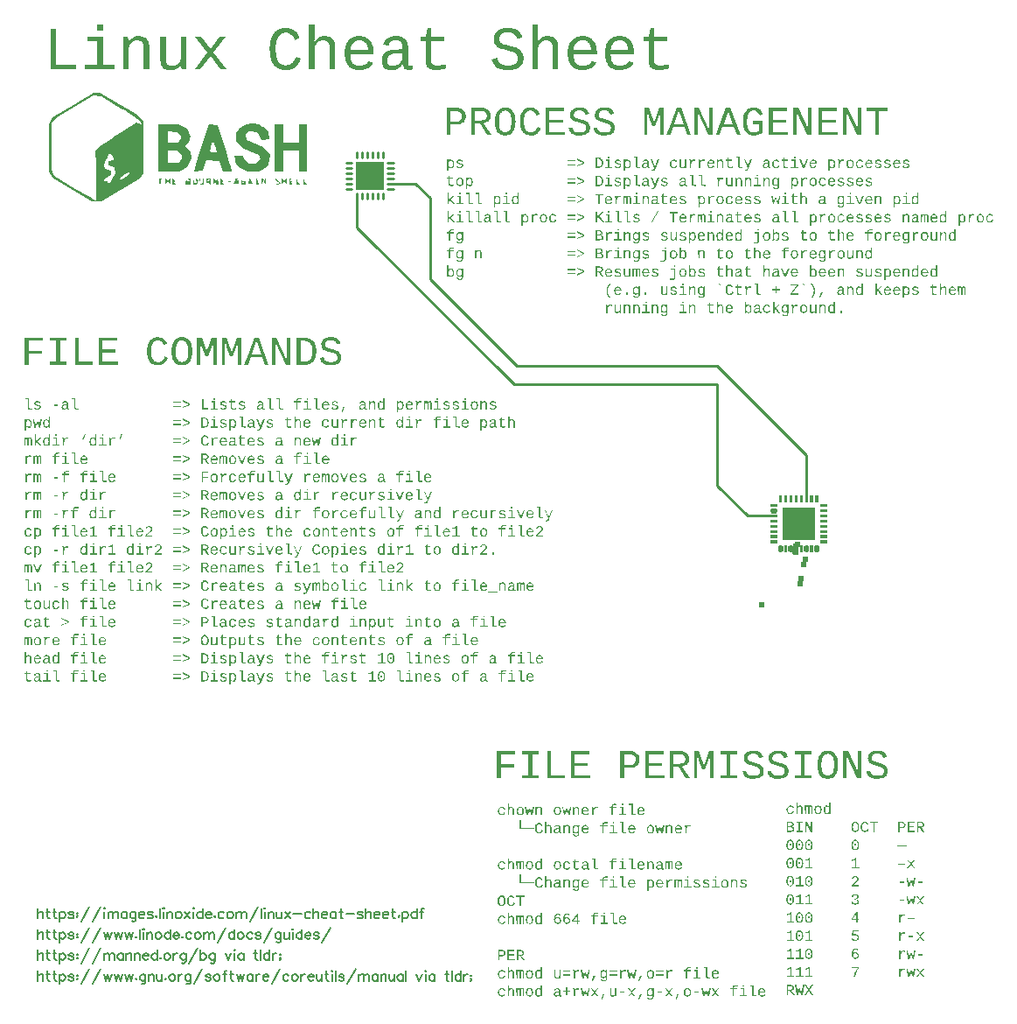
<source format=gtl>
G04 Layer: TopLayer*
G04 EasyEDA v6.4.25, 2022-05-19T19:16:08--7:00*
G04 0dbdd77669684f62939db12cf9e3c97e,10*
G04 Gerber Generator version 0.2*
G04 Scale: 100 percent, Rotated: No, Reflected: No *
G04 Dimensions in millimeters *
G04 leading zeros omitted , absolute positions ,4 integer and 5 decimal *
%FSLAX45Y45*%
%MOMM*%

%ADD10C,0.2540*%
%ADD11C,0.2800*%
%ADD12C,0.2032*%
%ADD13C,0.6096*%

%LPD*%
G36*
X935329Y8990787D02*
G01*
X881329Y8962034D01*
X849528Y8944000D01*
X804875Y8918092D01*
X751992Y8887002D01*
X695553Y8853373D01*
X534314Y8756650D01*
X499618Y8689594D01*
X500444Y8247684D01*
X522884Y8247684D01*
X522884Y8698788D01*
X575208Y8756853D01*
X935685Y8968994D01*
X1005433Y8958072D01*
X1198270Y8844330D01*
X1234948Y8822080D01*
X1267815Y8801658D01*
X1296873Y8782913D01*
X1322171Y8765997D01*
X1343660Y8750757D01*
X1353007Y8743797D01*
X1368856Y8731148D01*
X1375359Y8725458D01*
X1380947Y8720226D01*
X1385570Y8715400D01*
X1389329Y8711031D01*
X1392072Y8707069D01*
X1393952Y8703513D01*
X1394866Y8700363D01*
X1394968Y8690610D01*
X1348943Y8702649D01*
X1160272Y8586470D01*
X1130503Y8567775D01*
X1101852Y8549487D01*
X1050340Y8515705D01*
X1028547Y8501024D01*
X1010208Y8488222D01*
X995883Y8477808D01*
X986129Y8470036D01*
X951890Y8438692D01*
X953934Y8297976D01*
X1031849Y8297976D01*
X1053185Y8340852D01*
X1060500Y8356549D01*
X1067054Y8371636D01*
X1072032Y8384235D01*
X1075740Y8394700D01*
X1077772Y8399373D01*
X1079855Y8403082D01*
X1082090Y8405774D01*
X1084529Y8407552D01*
X1087170Y8408314D01*
X1090117Y8408111D01*
X1093419Y8406942D01*
X1097076Y8404809D01*
X1101191Y8401761D01*
X1105814Y8397697D01*
X1110945Y8392769D01*
X1114247Y8389061D01*
X1117396Y8384946D01*
X1120190Y8380475D01*
X1122680Y8375903D01*
X1124712Y8371281D01*
X1126236Y8366759D01*
X1127201Y8362543D01*
X1127556Y8358682D01*
X1127556Y8341207D01*
X1075232Y8333790D01*
X1075232Y8288324D01*
X1133348Y8274710D01*
X1141323Y8219338D01*
X1110544Y8157718D01*
X1184097Y8157718D01*
X1184452Y8160664D01*
X1185976Y8164271D01*
X1188567Y8168386D01*
X1192225Y8172958D01*
X1196848Y8177834D01*
X1202334Y8182965D01*
X1208684Y8188198D01*
X1215745Y8193531D01*
X1223467Y8198713D01*
X1233271Y8204911D01*
X1241958Y8210092D01*
X1249578Y8214359D01*
X1256233Y8217712D01*
X1261872Y8220202D01*
X1266647Y8221725D01*
X1270508Y8222386D01*
X1273606Y8222183D01*
X1275892Y8221116D01*
X1277518Y8219186D01*
X1278432Y8216442D01*
X1278686Y8212836D01*
X1277874Y8210651D01*
X1275486Y8207654D01*
X1271778Y8203946D01*
X1261059Y8195005D01*
X1247343Y8184896D01*
X1232255Y8174685D01*
X1217269Y8165439D01*
X1204010Y8158225D01*
X1198524Y8155736D01*
X1194054Y8154111D01*
X1190853Y8153552D01*
X1187246Y8154060D01*
X1185011Y8155482D01*
X1184097Y8157718D01*
X1110544Y8157718D01*
X1091031Y8118652D01*
X1080211Y8118652D01*
X1075994Y8119618D01*
X1072591Y8122107D01*
X1070254Y8125764D01*
X1069390Y8130286D01*
X1069390Y8141919D01*
X1034542Y8141919D01*
X1034542Y8152942D01*
X1035151Y8155431D01*
X1037031Y8158378D01*
X1039977Y8161680D01*
X1043940Y8165185D01*
X1048664Y8168792D01*
X1054100Y8172450D01*
X1060094Y8175955D01*
X1066495Y8179257D01*
X1098499Y8194548D01*
X1098499Y8239709D01*
X1040434Y8253425D01*
X1031849Y8297976D01*
X953934Y8297976D01*
X958951Y7956143D01*
X935888Y7963509D01*
X927658Y7967319D01*
X896213Y7984083D01*
X848766Y8010753D01*
X790041Y8044637D01*
X757885Y8063484D01*
X550824Y8186369D01*
X522884Y8247684D01*
X500444Y8247684D01*
X500481Y8229142D01*
X532536Y8171027D01*
X912418Y7944358D01*
X1009040Y7944256D01*
X1382064Y8165236D01*
X1418234Y8216849D01*
X1418234Y8711336D01*
X1354277Y8779357D01*
X995883Y8990787D01*
G37*
G36*
X2471318Y8698179D02*
G01*
X2459228Y8697823D01*
X2447137Y8696655D01*
X2441092Y8695791D01*
X2429052Y8693302D01*
X2417165Y8690000D01*
X2405329Y8685834D01*
X2394356Y8681059D01*
X2383485Y8675166D01*
X2372207Y8668207D01*
X2361184Y8660536D01*
X2350973Y8652560D01*
X2342134Y8644737D01*
X2338425Y8640978D01*
X2313584Y8614308D01*
X2313584Y8516416D01*
X2390292Y8449106D01*
X2533192Y8396986D01*
X2549093Y8346846D01*
X2497074Y8304733D01*
X2440432Y8304733D01*
X2411882Y8333282D01*
X2406142Y8339277D01*
X2400808Y8345373D01*
X2395982Y8351418D01*
X2391765Y8357209D01*
X2388260Y8362594D01*
X2385618Y8367420D01*
X2383942Y8371484D01*
X2383332Y8374684D01*
X2383332Y8387537D01*
X2296160Y8380323D01*
X2300122Y8352078D01*
X2301290Y8345881D01*
X2303018Y8339074D01*
X2305304Y8331860D01*
X2307945Y8324494D01*
X2310993Y8317230D01*
X2314244Y8310168D01*
X2317648Y8303666D01*
X2321153Y8297875D01*
X2338222Y8271865D01*
X2421585Y8232292D01*
X2530500Y8232292D01*
X2565349Y8250275D01*
X2572613Y8254288D01*
X2580030Y8258708D01*
X2587294Y8263381D01*
X2594254Y8268208D01*
X2600706Y8273084D01*
X2606446Y8277758D01*
X2611221Y8282127D01*
X2614879Y8286038D01*
X2629662Y8303818D01*
X2641803Y8394446D01*
X2575204Y8468207D01*
X2412441Y8533587D01*
X2404821Y8585047D01*
X2432710Y8618677D01*
X2465171Y8618524D01*
X2477516Y8617458D01*
X2489860Y8615476D01*
X2495499Y8614257D01*
X2500630Y8612886D01*
X2504948Y8611463D01*
X2523744Y8604250D01*
X2559100Y8535924D01*
X2633370Y8543086D01*
X2628544Y8610295D01*
X2597454Y8643924D01*
X2588158Y8652713D01*
X2578455Y8660739D01*
X2568346Y8668004D01*
X2557881Y8674506D01*
X2547061Y8680246D01*
X2535936Y8685225D01*
X2524607Y8689390D01*
X2513025Y8692743D01*
X2501239Y8695334D01*
X2489352Y8697061D01*
X2477312Y8697976D01*
G37*
G36*
X2051964Y8689390D02*
G01*
X1966010Y8431428D01*
X2059584Y8431428D01*
X2059584Y8435390D01*
X2060193Y8440267D01*
X2063140Y8452967D01*
X2068169Y8470392D01*
X2084933Y8526373D01*
X2093518Y8517331D01*
X2095500Y8514588D01*
X2097786Y8510320D01*
X2103069Y8498078D01*
X2108657Y8482279D01*
X2113889Y8464600D01*
X2125675Y8421014D01*
X2078989Y8421116D01*
X2073910Y8421319D01*
X2069642Y8421827D01*
X2066137Y8422690D01*
X2063445Y8424011D01*
X2061464Y8425840D01*
X2060193Y8428278D01*
X2059584Y8431428D01*
X1966010Y8431428D01*
X1942388Y8359546D01*
X1923491Y8300567D01*
X1910943Y8259978D01*
X1907539Y8248192D01*
X1906422Y8242960D01*
X1906625Y8233562D01*
X1992020Y8240775D01*
X2025192Y8340699D01*
X2154783Y8333790D01*
X2187600Y8234934D01*
X2267102Y8234934D01*
X2267000Y8256727D01*
X2265375Y8265261D01*
X2261717Y8279587D01*
X2256282Y8299094D01*
X2240635Y8351113D01*
X2220112Y8416036D01*
X2208428Y8451748D01*
X2131466Y8682634D01*
G37*
G36*
X2685694Y8688425D02*
G01*
X2685694Y8234934D01*
X2767076Y8234934D01*
X2767076Y8432647D01*
X2918256Y8432647D01*
X2918256Y8234934D01*
X2999638Y8234934D01*
X2999638Y8688425D01*
X2918256Y8688425D01*
X2918256Y8514029D01*
X2767076Y8514029D01*
X2767076Y8688425D01*
G37*
G36*
X1557782Y8688425D02*
G01*
X1557782Y8621725D01*
X1650796Y8621725D01*
X1744725Y8609126D01*
X1761743Y8595055D01*
X1766773Y8590432D01*
X1770837Y8585657D01*
X1773986Y8580729D01*
X1776222Y8575751D01*
X1777542Y8570620D01*
X1777898Y8565388D01*
X1777288Y8560054D01*
X1775815Y8554669D01*
X1773377Y8549182D01*
X1769973Y8543594D01*
X1765655Y8537956D01*
X1760423Y8532317D01*
X1742186Y8514029D01*
X1650796Y8514029D01*
X1650796Y8621725D01*
X1557782Y8621725D01*
X1557782Y8432647D01*
X1747824Y8432647D01*
X1790344Y8394141D01*
X1790344Y8376513D01*
X1789938Y8372551D01*
X1788820Y8367979D01*
X1787042Y8363000D01*
X1784705Y8357819D01*
X1781810Y8352485D01*
X1778558Y8347252D01*
X1774952Y8342223D01*
X1771091Y8337600D01*
X1751838Y8316366D01*
X1650796Y8316366D01*
X1650796Y8432647D01*
X1557782Y8432647D01*
X1557782Y8234934D01*
X1761642Y8234934D01*
X1842668Y8277606D01*
X1884273Y8357057D01*
X1871370Y8425688D01*
X1821383Y8478875D01*
X1839366Y8499348D01*
X1843125Y8504021D01*
X1846986Y8509304D01*
X1850745Y8515146D01*
X1854352Y8521242D01*
X1860651Y8533688D01*
X1863140Y8539632D01*
X1865071Y8545169D01*
X1872742Y8570468D01*
X1839722Y8649563D01*
X1757730Y8688425D01*
G37*
G36*
X2967431Y8171027D02*
G01*
X2964738Y8107070D01*
X3005429Y8107425D01*
X2992272Y8115960D01*
X2989478Y8118144D01*
X2986684Y8121091D01*
X2983890Y8124698D01*
X2981248Y8128812D01*
X2978759Y8133283D01*
X2976575Y8138058D01*
X2974695Y8142884D01*
X2973273Y8147761D01*
G37*
G36*
X2897682Y8171027D02*
G01*
X2894990Y8107070D01*
X2935681Y8107425D01*
X2922473Y8115960D01*
X2919730Y8118144D01*
X2916936Y8121091D01*
X2914142Y8124698D01*
X2911449Y8128812D01*
X2909011Y8133283D01*
X2906776Y8138058D01*
X2904947Y8142884D01*
X2903474Y8147761D01*
G37*
G36*
X2755798Y8171027D02*
G01*
X2755798Y8101228D01*
X2778709Y8136128D01*
X2801620Y8101228D01*
X2801620Y8171027D01*
X2778709Y8136128D01*
G37*
G36*
X2363266Y8171027D02*
G01*
X2360117Y8107070D01*
X2406599Y8107070D01*
X2406599Y8141919D01*
X2382012Y8141919D01*
X2396337Y8118652D01*
X2373325Y8118652D01*
G37*
G36*
X2137359Y8171027D02*
G01*
X2125268Y8140953D01*
X2092655Y8168030D01*
X2093010Y8101228D01*
X2115566Y8136128D01*
X2115921Y8107070D01*
X2139188Y8107070D01*
G37*
G36*
X2067661Y8171027D02*
G01*
X2061768Y8156448D01*
X2058568Y8150809D01*
X2054250Y8146186D01*
X2049373Y8143087D01*
X2044496Y8141919D01*
X2033168Y8141919D01*
X2047544Y8165185D01*
X2022906Y8165185D01*
X2024735Y8101228D01*
X2036775Y8131251D01*
X2064461Y8108340D01*
G37*
G36*
X1898142Y8171027D02*
G01*
X1894992Y8107070D01*
X1930603Y8107070D01*
X1944573Y8143494D01*
X1919528Y8168538D01*
X1932584Y8118652D01*
X1908251Y8118652D01*
G37*
G36*
X1827072Y8171027D02*
G01*
X1825243Y8107070D01*
X1868830Y8107070D01*
X1868830Y8165185D01*
X1847088Y8165185D01*
X1861464Y8141919D01*
X1850136Y8141919D01*
X1845259Y8143087D01*
X1840382Y8146186D01*
X1836115Y8150809D01*
X1832914Y8156448D01*
G37*
G36*
X1627886Y8171027D02*
G01*
X1627886Y8101228D01*
X1650796Y8136128D01*
X1673707Y8101228D01*
X1673707Y8171027D01*
X1650796Y8136128D01*
G37*
G36*
X1953107Y8169046D02*
G01*
X1954936Y8124494D01*
X1967179Y8155025D01*
G37*
G36*
X2162454Y8166100D02*
G01*
X2162454Y8107070D01*
X2203145Y8107425D01*
X2171446Y8127492D01*
X2195017Y8136128D01*
G37*
G36*
X1697329Y8166100D02*
G01*
X1697329Y8107070D01*
X1738020Y8107425D01*
X1706321Y8127492D01*
X1729892Y8136128D01*
G37*
G36*
X2825242Y8165185D02*
G01*
X2825242Y8107070D01*
X2877566Y8109762D01*
X2833471Y8121040D01*
X2865932Y8141563D01*
X2835452Y8141919D01*
X2849829Y8165185D01*
G37*
G36*
X2557780Y8165185D02*
G01*
X2559405Y8101228D01*
X2569413Y8124494D01*
X2573883Y8135366D01*
X2577084Y8144256D01*
X2579014Y8151317D01*
X2579624Y8156752D01*
X2579014Y8160664D01*
X2577084Y8163306D01*
X2573883Y8164728D01*
X2569413Y8165185D01*
G37*
G36*
X2512822Y8165185D02*
G01*
X2509977Y8162899D01*
X2507640Y8156651D01*
X2506014Y8147405D01*
X2505456Y8136128D01*
X2505456Y8107070D01*
X2531313Y8107070D01*
X2525725Y8136128D01*
X2522982Y8147405D01*
X2519629Y8156651D01*
X2516124Y8162899D01*
G37*
G36*
X2314854Y8165185D02*
G01*
X2309825Y8164322D01*
X2305761Y8162036D01*
X2302967Y8158632D01*
X2301951Y8154517D01*
X2301494Y8149132D01*
X2300173Y8142325D01*
X2298242Y8134959D01*
X2295855Y8127949D01*
X2289759Y8112048D01*
X2336850Y8112048D01*
X2336850Y8143290D01*
X2313838Y8129117D01*
X2327706Y8165185D01*
G37*
G36*
X1993849Y8165185D02*
G01*
X1991563Y8163407D01*
X1989734Y8158632D01*
X1988464Y8151571D01*
X1988007Y8142884D01*
X1988007Y8120634D01*
X1958949Y8108899D01*
X1999640Y8107070D01*
X1999640Y8136128D01*
X1999183Y8147405D01*
X1997913Y8156651D01*
X1996084Y8162899D01*
G37*
G36*
X1569415Y8165185D02*
G01*
X1569415Y8136128D01*
X1569770Y8124850D01*
X1570736Y8115604D01*
X1572158Y8109356D01*
X1573885Y8107070D01*
X1576019Y8109356D01*
X1578660Y8115604D01*
X1581353Y8124850D01*
X1583893Y8136128D01*
X1589430Y8165185D01*
G37*
G36*
X2443937Y8165033D02*
G01*
X2436926Y8146745D01*
X2433421Y8136991D01*
X2431288Y8129168D01*
X2430576Y8123123D01*
X2431338Y8118602D01*
X2433777Y8115401D01*
X2437841Y8113420D01*
X2443683Y8112353D01*
X2451404Y8112048D01*
X2472893Y8112048D01*
X2467406Y8132978D01*
X2464562Y8141563D01*
X2460904Y8149386D01*
X2456891Y8155686D01*
X2452928Y8159496D01*
G37*
G36*
X2697327Y8164982D02*
G01*
X2697327Y8153095D01*
X2698851Y8147862D01*
X2703017Y8142478D01*
X2709265Y8137550D01*
X2716834Y8133740D01*
X2736291Y8126222D01*
X2691485Y8108696D01*
X2711145Y8107883D01*
X2719273Y8108289D01*
X2726791Y8110118D01*
X2732887Y8112963D01*
X2736748Y8116620D01*
X2742641Y8126171D01*
G37*
G36*
X2598521Y8164118D02*
G01*
X2596794Y8163153D01*
X2594864Y8160816D01*
X2592679Y8157159D01*
X2590292Y8152130D01*
X2580284Y8126425D01*
X2604312Y8102396D01*
X2604160Y8142122D01*
X2603804Y8149081D01*
X2603195Y8154771D01*
X2602382Y8159089D01*
X2601315Y8162086D01*
X2600045Y8163763D01*
G37*
G36*
X2270963Y8141919D02*
G01*
X2226360Y8140090D01*
X2256891Y8127898D01*
G37*
G36*
X5179568Y9655048D02*
G01*
X5179568Y9220200D01*
X5232146Y9220200D01*
X5232146Y9403842D01*
X5232806Y9418472D01*
X5234736Y9432036D01*
X5237988Y9444532D01*
X5242509Y9456013D01*
X5248351Y9466376D01*
X5255514Y9475724D01*
X5263642Y9483852D01*
X5272532Y9490557D01*
X5282133Y9495739D01*
X5292445Y9499447D01*
X5303469Y9501632D01*
X5315204Y9502394D01*
X5330850Y9501174D01*
X5344210Y9497568D01*
X5355336Y9491522D01*
X5364226Y9483090D01*
X5368899Y9476028D01*
X5372709Y9467799D01*
X5375656Y9458502D01*
X5377789Y9448088D01*
X5379059Y9436557D01*
X5379466Y9423908D01*
X5379466Y9220200D01*
X5432552Y9220200D01*
X5432552Y9431528D01*
X5432145Y9445040D01*
X5430926Y9457639D01*
X5428945Y9469424D01*
X5426151Y9480296D01*
X5422544Y9490354D01*
X5418124Y9499498D01*
X5412892Y9507728D01*
X5406898Y9515144D01*
X5400090Y9521698D01*
X5392470Y9527336D01*
X5384038Y9532162D01*
X5374843Y9536074D01*
X5364784Y9539122D01*
X5353964Y9541306D01*
X5342382Y9542576D01*
X5329936Y9543034D01*
X5316626Y9542424D01*
X5304078Y9540646D01*
X5292293Y9537649D01*
X5281269Y9533432D01*
X5270957Y9528048D01*
X5261406Y9521444D01*
X5252567Y9513671D01*
X5244490Y9504680D01*
X5237175Y9494469D01*
X5230622Y9483090D01*
X5229860Y9483090D01*
X5231790Y9517684D01*
X5232400Y9540748D01*
X5232400Y9655048D01*
G37*
G36*
X3019044Y9655048D02*
G01*
X3019044Y9220200D01*
X3071876Y9220200D01*
X3071876Y9403842D01*
X3072536Y9418472D01*
X3074466Y9432036D01*
X3077718Y9444532D01*
X3082239Y9456013D01*
X3088081Y9466376D01*
X3095244Y9475724D01*
X3103321Y9483852D01*
X3112109Y9490557D01*
X3121660Y9495739D01*
X3131921Y9499447D01*
X3142945Y9501632D01*
X3154680Y9502394D01*
X3170428Y9501174D01*
X3183839Y9497568D01*
X3194913Y9491522D01*
X3203702Y9483090D01*
X3208426Y9476028D01*
X3212287Y9467799D01*
X3215335Y9458502D01*
X3217468Y9448088D01*
X3218789Y9436557D01*
X3219196Y9423908D01*
X3219196Y9220200D01*
X3272282Y9220200D01*
X3272282Y9431528D01*
X3271875Y9445040D01*
X3270656Y9457639D01*
X3268675Y9469424D01*
X3265881Y9480296D01*
X3262274Y9490354D01*
X3257854Y9499498D01*
X3252622Y9507728D01*
X3246628Y9515144D01*
X3239820Y9521698D01*
X3232200Y9527336D01*
X3223768Y9532162D01*
X3214573Y9536074D01*
X3204514Y9539122D01*
X3193694Y9541306D01*
X3182112Y9542576D01*
X3169666Y9543034D01*
X3156305Y9542424D01*
X3143758Y9540646D01*
X3131921Y9537649D01*
X3120847Y9533432D01*
X3110534Y9528048D01*
X3100984Y9521444D01*
X3092196Y9513671D01*
X3084169Y9504680D01*
X3076854Y9494469D01*
X3070352Y9483090D01*
X3069590Y9483090D01*
X3071469Y9517684D01*
X3071977Y9530689D01*
X3072130Y9540748D01*
X3072130Y9655048D01*
G37*
G36*
X964184Y9655048D02*
G01*
X964184Y9598660D01*
X1022858Y9598660D01*
X1022858Y9655048D01*
G37*
G36*
X4945380Y9621520D02*
G01*
X4929225Y9621113D01*
X4914036Y9619792D01*
X4899812Y9617659D01*
X4886604Y9614662D01*
X4874310Y9610801D01*
X4862982Y9606076D01*
X4852670Y9600539D01*
X4843272Y9594088D01*
X4834940Y9586874D01*
X4827727Y9578949D01*
X4821580Y9570262D01*
X4816602Y9560864D01*
X4812690Y9550755D01*
X4809947Y9539935D01*
X4808270Y9528403D01*
X4807712Y9516110D01*
X4808118Y9505645D01*
X4809236Y9495840D01*
X4811166Y9486747D01*
X4813808Y9478264D01*
X4821428Y9463176D01*
X4832096Y9449816D01*
X4838547Y9443770D01*
X4846066Y9438081D01*
X4854600Y9432696D01*
X4864100Y9427718D01*
X4871567Y9424416D01*
X4880508Y9420961D01*
X4890973Y9417354D01*
X4902911Y9413595D01*
X4931410Y9405620D01*
X4951171Y9400692D01*
X4970780Y9395460D01*
X4989220Y9389618D01*
X5005832Y9382252D01*
X5019802Y9372904D01*
X5030724Y9361170D01*
X5037988Y9346336D01*
X5040376Y9327642D01*
X5039715Y9316974D01*
X5037683Y9307118D01*
X5034330Y9298127D01*
X5029657Y9289948D01*
X5023612Y9282582D01*
X5016246Y9276080D01*
X5007508Y9270593D01*
X4997551Y9266072D01*
X4986324Y9262567D01*
X4973929Y9260027D01*
X4960264Y9258554D01*
X4945380Y9258046D01*
X4931460Y9258503D01*
X4918557Y9259925D01*
X4906568Y9262313D01*
X4895596Y9265615D01*
X4885588Y9269882D01*
X4876546Y9275064D01*
X4868418Y9281414D01*
X4861255Y9288881D01*
X4855108Y9297466D01*
X4849926Y9307220D01*
X4845710Y9318142D01*
X4842510Y9330182D01*
X4788408Y9319260D01*
X4791151Y9307931D01*
X4794605Y9297263D01*
X4798720Y9287205D01*
X4803546Y9277807D01*
X4809083Y9269069D01*
X4815281Y9260992D01*
X4822190Y9253524D01*
X4829759Y9246717D01*
X4838090Y9240570D01*
X4847031Y9235084D01*
X4856734Y9230207D01*
X4867097Y9225991D01*
X4878171Y9222435D01*
X4889906Y9219539D01*
X4902352Y9217253D01*
X4915509Y9215628D01*
X4929327Y9214662D01*
X4943856Y9214358D01*
X4958080Y9214662D01*
X4971694Y9215577D01*
X4984597Y9217101D01*
X4996840Y9219184D01*
X5008422Y9221927D01*
X5019344Y9225229D01*
X5029606Y9229191D01*
X5039207Y9233712D01*
X5048097Y9238843D01*
X5056378Y9244584D01*
X5065623Y9252508D01*
X5073599Y9261195D01*
X5080355Y9270593D01*
X5085892Y9280702D01*
X5090210Y9291574D01*
X5093309Y9303207D01*
X5095138Y9315551D01*
X5095748Y9328658D01*
X5095392Y9339224D01*
X5094274Y9349130D01*
X5092446Y9358274D01*
X5089906Y9366758D01*
X5083251Y9381744D01*
X5074412Y9394698D01*
X5063286Y9405975D01*
X5050282Y9415526D01*
X5035499Y9423908D01*
X5018532Y9431274D01*
X5008219Y9434931D01*
X4995062Y9438995D01*
X4979009Y9443567D01*
X4922012Y9458452D01*
X4905502Y9463684D01*
X4891024Y9470136D01*
X4879136Y9478365D01*
X4869942Y9488424D01*
X4864049Y9500971D01*
X4862068Y9516872D01*
X4862626Y9526828D01*
X4864354Y9535972D01*
X4867249Y9544202D01*
X4871313Y9551568D01*
X4876495Y9558070D01*
X4882845Y9563760D01*
X4890312Y9568484D01*
X4898999Y9572396D01*
X4908804Y9575444D01*
X4919726Y9577628D01*
X4931867Y9578898D01*
X4945126Y9579356D01*
X4962448Y9578441D01*
X4977841Y9575647D01*
X4991252Y9571075D01*
X5002784Y9564624D01*
X5012436Y9556140D01*
X5020360Y9545320D01*
X5026558Y9532213D01*
X5030978Y9516872D01*
X5086096Y9526524D01*
X5082540Y9538970D01*
X5078374Y9550450D01*
X5073599Y9561017D01*
X5068163Y9570669D01*
X5062169Y9579356D01*
X5055514Y9587128D01*
X5048250Y9593986D01*
X5040376Y9599930D01*
X5031740Y9605010D01*
X5022138Y9609378D01*
X5011674Y9613087D01*
X5000244Y9616135D01*
X4987899Y9618472D01*
X4974640Y9620148D01*
X4960467Y9621164D01*
G37*
G36*
X2795016Y9621520D02*
G01*
X2783992Y9621266D01*
X2773375Y9620504D01*
X2763164Y9619183D01*
X2753360Y9617405D01*
X2743962Y9615068D01*
X2734970Y9612223D01*
X2726334Y9608921D01*
X2718155Y9605060D01*
X2710332Y9600641D01*
X2702915Y9595764D01*
X2695905Y9590379D01*
X2689301Y9584436D01*
X2683103Y9577984D01*
X2677261Y9571024D01*
X2671876Y9563557D01*
X2666898Y9555581D01*
X2662275Y9547098D01*
X2658059Y9538055D01*
X2654249Y9528556D01*
X2650845Y9518497D01*
X2647848Y9507931D01*
X2645257Y9496856D01*
X2643073Y9485274D01*
X2641244Y9473184D01*
X2639822Y9460534D01*
X2638856Y9447428D01*
X2638247Y9433763D01*
X2638044Y9419590D01*
X2638247Y9405620D01*
X2638907Y9392158D01*
X2639923Y9379153D01*
X2641447Y9366656D01*
X2643327Y9354566D01*
X2645664Y9342983D01*
X2648407Y9331909D01*
X2651556Y9321241D01*
X2655163Y9311132D01*
X2659176Y9301429D01*
X2663596Y9292234D01*
X2668473Y9283496D01*
X2673756Y9275216D01*
X2679446Y9267444D01*
X2686608Y9258960D01*
X2694228Y9251238D01*
X2702356Y9244228D01*
X2710992Y9237929D01*
X2720136Y9232442D01*
X2729738Y9227616D01*
X2739847Y9223552D01*
X2750464Y9220250D01*
X2761538Y9217660D01*
X2773121Y9215831D01*
X2785211Y9214713D01*
X2797810Y9214358D01*
X2809849Y9214764D01*
X2821482Y9216085D01*
X2832658Y9218168D01*
X2843428Y9221165D01*
X2853791Y9224975D01*
X2863697Y9229699D01*
X2873197Y9235236D01*
X2882290Y9241586D01*
X2890926Y9248851D01*
X2899156Y9256928D01*
X2906928Y9265869D01*
X2914294Y9275673D01*
X2921254Y9286290D01*
X2927756Y9297771D01*
X2933852Y9310116D01*
X2939542Y9323324D01*
X2892806Y9342374D01*
X2887014Y9328861D01*
X2880817Y9316567D01*
X2874264Y9305544D01*
X2867304Y9295739D01*
X2859938Y9287205D01*
X2852166Y9279890D01*
X2839770Y9271101D01*
X2826715Y9264853D01*
X2812948Y9261094D01*
X2798572Y9259824D01*
X2786075Y9260433D01*
X2774442Y9262313D01*
X2763621Y9265412D01*
X2753614Y9269780D01*
X2744419Y9275419D01*
X2736088Y9282277D01*
X2728569Y9290354D01*
X2721864Y9299702D01*
X2717088Y9308134D01*
X2712821Y9317329D01*
X2709062Y9327337D01*
X2705760Y9338157D01*
X2703017Y9349740D01*
X2700731Y9362135D01*
X2699004Y9375292D01*
X2697734Y9389262D01*
X2696972Y9404045D01*
X2696718Y9419590D01*
X2696972Y9435287D01*
X2697683Y9450171D01*
X2698902Y9464192D01*
X2700629Y9477298D01*
X2702814Y9489592D01*
X2705506Y9500971D01*
X2708656Y9511538D01*
X2712313Y9521190D01*
X2716479Y9529978D01*
X2721102Y9537954D01*
X2727553Y9546844D01*
X2734767Y9554514D01*
X2742844Y9561017D01*
X2751734Y9566351D01*
X2761386Y9570466D01*
X2771851Y9573412D01*
X2783179Y9575190D01*
X2795270Y9575800D01*
X2809900Y9574631D01*
X2823667Y9571024D01*
X2836468Y9565081D01*
X2848356Y9556750D01*
X2855722Y9549942D01*
X2862427Y9542373D01*
X2868422Y9534042D01*
X2873756Y9524898D01*
X2878429Y9515043D01*
X2882392Y9504426D01*
X2931414Y9523476D01*
X2926537Y9535363D01*
X2921152Y9546437D01*
X2915310Y9556800D01*
X2908960Y9566351D01*
X2902153Y9575190D01*
X2894838Y9583216D01*
X2887065Y9590481D01*
X2878785Y9597034D01*
X2869996Y9602774D01*
X2860751Y9607753D01*
X2850997Y9611969D01*
X2840786Y9615373D01*
X2830068Y9618065D01*
X2818892Y9619996D01*
X2807208Y9621113D01*
G37*
G36*
X6327902Y9619742D02*
G01*
X6310884Y9537192D01*
X6261100Y9537192D01*
X6261100Y9495536D01*
X6310376Y9495536D01*
X6310376Y9298940D01*
X6311036Y9285173D01*
X6313017Y9272727D01*
X6316268Y9261551D01*
X6320891Y9251645D01*
X6326784Y9243009D01*
X6333998Y9235694D01*
X6342583Y9229547D01*
X6352489Y9224568D01*
X6363716Y9220657D01*
X6376212Y9217863D01*
X6390030Y9216186D01*
X6405118Y9215628D01*
X6417310Y9215831D01*
X6429552Y9216491D01*
X6441795Y9217507D01*
X6454089Y9218980D01*
X6466382Y9220911D01*
X6478676Y9223197D01*
X6491020Y9225940D01*
X6503416Y9229090D01*
X6503416Y9269222D01*
X6487718Y9266123D01*
X6472529Y9263583D01*
X6457746Y9261602D01*
X6443472Y9260179D01*
X6429654Y9259366D01*
X6416294Y9259062D01*
X6403086Y9259773D01*
X6391859Y9261856D01*
X6382613Y9265361D01*
X6375400Y9270238D01*
X6369964Y9276588D01*
X6366052Y9284411D01*
X6363716Y9293707D01*
X6362954Y9304528D01*
X6362954Y9495536D01*
X6489700Y9495536D01*
X6489700Y9537192D01*
X6362954Y9537192D01*
X6362954Y9619742D01*
G37*
G36*
X4167632Y9619742D02*
G01*
X4150614Y9537192D01*
X4100829Y9537192D01*
X4100829Y9495536D01*
X4149851Y9495536D01*
X4149851Y9298940D01*
X4150512Y9285173D01*
X4152493Y9272727D01*
X4155795Y9261551D01*
X4160469Y9251645D01*
X4166412Y9243009D01*
X4173728Y9235694D01*
X4182262Y9229547D01*
X4192117Y9224568D01*
X4203293Y9220657D01*
X4215841Y9217863D01*
X4229658Y9216186D01*
X4244848Y9215628D01*
X4257040Y9215831D01*
X4269282Y9216491D01*
X4281525Y9217507D01*
X4293819Y9218980D01*
X4306112Y9220911D01*
X4318406Y9223197D01*
X4330750Y9225940D01*
X4343146Y9229090D01*
X4343146Y9269222D01*
X4327448Y9266123D01*
X4312259Y9263583D01*
X4297476Y9261602D01*
X4283202Y9260179D01*
X4269384Y9259366D01*
X4256024Y9259062D01*
X4242816Y9259773D01*
X4231589Y9261856D01*
X4222343Y9265361D01*
X4215130Y9270238D01*
X4209694Y9276588D01*
X4205782Y9284411D01*
X4203446Y9293707D01*
X4202684Y9304528D01*
X4202684Y9495536D01*
X4329176Y9495536D01*
X4329176Y9537192D01*
X4202684Y9537192D01*
X4202684Y9619742D01*
G37*
G36*
X513842Y9615424D02*
G01*
X513842Y9220200D01*
X766826Y9220200D01*
X766826Y9265920D01*
X569976Y9265920D01*
X569976Y9615424D01*
G37*
G36*
X6026150Y9543034D02*
G01*
X6012688Y9542627D01*
X5999886Y9541357D01*
X5987745Y9539274D01*
X5976264Y9536328D01*
X5965393Y9532569D01*
X5955182Y9527946D01*
X5945581Y9522510D01*
X5936640Y9516211D01*
X5928360Y9509099D01*
X5920740Y9501124D01*
X5913831Y9492335D01*
X5907684Y9482836D01*
X5902198Y9472574D01*
X5897473Y9461601D01*
X5893511Y9449968D01*
X5890209Y9437522D01*
X5887669Y9424416D01*
X5885684Y9407906D01*
X5940298Y9407906D01*
X5941415Y9422333D01*
X5943701Y9435744D01*
X5947156Y9448038D01*
X5951829Y9459264D01*
X5957671Y9469424D01*
X5964682Y9478518D01*
X5972759Y9486341D01*
X5981750Y9492792D01*
X5991606Y9497771D01*
X6002375Y9501327D01*
X6014059Y9503460D01*
X6026658Y9504172D01*
X6037224Y9503664D01*
X6047130Y9502190D01*
X6056274Y9499752D01*
X6064808Y9496298D01*
X6072581Y9491878D01*
X6079693Y9486493D01*
X6086094Y9480092D01*
X6091783Y9472726D01*
X6096812Y9464395D01*
X6101130Y9455048D01*
X6104788Y9444736D01*
X6107734Y9433458D01*
X6109970Y9421164D01*
X6111494Y9407906D01*
X5885684Y9407906D01*
X5884773Y9396018D01*
X5884418Y9380728D01*
X5884773Y9365030D01*
X5885891Y9350095D01*
X5887770Y9335922D01*
X5890361Y9322460D01*
X5893663Y9309709D01*
X5897778Y9297771D01*
X5902604Y9286544D01*
X5908141Y9276029D01*
X5914440Y9266275D01*
X5921502Y9257284D01*
X5929274Y9249105D01*
X5937707Y9241840D01*
X5946749Y9235389D01*
X5956452Y9229801D01*
X5966764Y9225076D01*
X5977737Y9221216D01*
X5989320Y9218218D01*
X6001562Y9216085D01*
X6014415Y9214764D01*
X6027928Y9214358D01*
X6043472Y9214916D01*
X6058255Y9216491D01*
X6072327Y9219184D01*
X6085636Y9222943D01*
X6098184Y9227769D01*
X6109970Y9233662D01*
X6120892Y9240570D01*
X6130594Y9248444D01*
X6139129Y9257233D01*
X6146444Y9266986D01*
X6152540Y9277654D01*
X6157468Y9289288D01*
X6110986Y9302496D01*
X6106261Y9291777D01*
X6099606Y9282328D01*
X6091123Y9273997D01*
X6080760Y9266936D01*
X6068974Y9261246D01*
X6056223Y9257233D01*
X6042558Y9254794D01*
X6027928Y9253982D01*
X6014720Y9254794D01*
X6002477Y9257334D01*
X5991250Y9261500D01*
X5980988Y9267291D01*
X5971692Y9274810D01*
X5963412Y9283954D01*
X5957874Y9291878D01*
X5953099Y9300514D01*
X5949035Y9309862D01*
X5945682Y9319971D01*
X5943092Y9330740D01*
X5941263Y9342272D01*
X5940145Y9354566D01*
X5939790Y9367520D01*
X6165850Y9367520D01*
X6165494Y9391142D01*
X6164427Y9406737D01*
X6162649Y9421520D01*
X6160211Y9435490D01*
X6157010Y9448546D01*
X6153150Y9460788D01*
X6148527Y9472117D01*
X6143244Y9482632D01*
X6137249Y9492335D01*
X6130544Y9501124D01*
X6123076Y9509099D01*
X6114999Y9516211D01*
X6106210Y9522510D01*
X6096762Y9527946D01*
X6086652Y9532569D01*
X6075883Y9536328D01*
X6064453Y9539274D01*
X6052362Y9541357D01*
X6039561Y9542627D01*
G37*
G36*
X5665978Y9543034D02*
G01*
X5652516Y9542627D01*
X5639765Y9541357D01*
X5627624Y9539274D01*
X5616092Y9536328D01*
X5605272Y9532569D01*
X5595061Y9527946D01*
X5585561Y9522510D01*
X5576671Y9516211D01*
X5568391Y9509099D01*
X5560822Y9501124D01*
X5553862Y9492335D01*
X5547664Y9482836D01*
X5542178Y9472574D01*
X5537403Y9461601D01*
X5533390Y9449968D01*
X5530088Y9437522D01*
X5527548Y9424416D01*
X5525512Y9407906D01*
X5580126Y9407906D01*
X5581243Y9422333D01*
X5583529Y9435744D01*
X5586984Y9448038D01*
X5591657Y9459264D01*
X5597499Y9469424D01*
X5604510Y9478518D01*
X5612587Y9486341D01*
X5621578Y9492792D01*
X5631484Y9497771D01*
X5642305Y9501327D01*
X5654090Y9503460D01*
X5666740Y9504172D01*
X5677306Y9503664D01*
X5687212Y9502190D01*
X5696356Y9499752D01*
X5704840Y9496298D01*
X5712612Y9491878D01*
X5719724Y9486493D01*
X5726125Y9480092D01*
X5731814Y9472726D01*
X5736793Y9464395D01*
X5741111Y9455048D01*
X5744718Y9444736D01*
X5747613Y9433458D01*
X5749798Y9421164D01*
X5751322Y9407906D01*
X5525512Y9407906D01*
X5524601Y9396018D01*
X5524246Y9380728D01*
X5524601Y9365030D01*
X5525719Y9350095D01*
X5527598Y9335922D01*
X5530240Y9322460D01*
X5533593Y9309709D01*
X5537708Y9297771D01*
X5542534Y9286544D01*
X5548122Y9276029D01*
X5554472Y9266275D01*
X5561584Y9257284D01*
X5569305Y9249105D01*
X5577687Y9241840D01*
X5586730Y9235389D01*
X5596382Y9229801D01*
X5606643Y9225076D01*
X5617616Y9221216D01*
X5629198Y9218218D01*
X5641390Y9216085D01*
X5654243Y9214764D01*
X5667756Y9214358D01*
X5683300Y9214916D01*
X5698134Y9216491D01*
X5712206Y9219184D01*
X5725566Y9222943D01*
X5738164Y9227769D01*
X5750052Y9233662D01*
X5760872Y9240570D01*
X5770524Y9248444D01*
X5779008Y9257233D01*
X5786272Y9266986D01*
X5792368Y9277654D01*
X5797296Y9289288D01*
X5751068Y9302496D01*
X5746343Y9291777D01*
X5739688Y9282328D01*
X5731205Y9273997D01*
X5720842Y9266936D01*
X5708954Y9261246D01*
X5696153Y9257233D01*
X5682386Y9254794D01*
X5667756Y9253982D01*
X5654598Y9254794D01*
X5642406Y9257334D01*
X5631180Y9261500D01*
X5620918Y9267291D01*
X5611571Y9274810D01*
X5603240Y9283954D01*
X5597702Y9291878D01*
X5592927Y9300514D01*
X5588863Y9309862D01*
X5585510Y9319971D01*
X5582920Y9330740D01*
X5581091Y9342272D01*
X5579973Y9354566D01*
X5579618Y9367520D01*
X5805932Y9367520D01*
X5805576Y9391142D01*
X5804509Y9406737D01*
X5802731Y9421520D01*
X5800242Y9435490D01*
X5797042Y9448546D01*
X5793130Y9460788D01*
X5788507Y9472117D01*
X5783173Y9482632D01*
X5777128Y9492335D01*
X5770372Y9501124D01*
X5762904Y9509099D01*
X5754827Y9516211D01*
X5746038Y9522510D01*
X5736590Y9527946D01*
X5726480Y9532569D01*
X5715711Y9536328D01*
X5704281Y9539274D01*
X5692190Y9541357D01*
X5679389Y9542627D01*
G37*
G36*
X3860546Y9543034D02*
G01*
X3847134Y9542678D01*
X3834434Y9541713D01*
X3822547Y9540036D01*
X3811371Y9537700D01*
X3800957Y9534652D01*
X3791305Y9530994D01*
X3782415Y9526625D01*
X3774287Y9521647D01*
X3766921Y9515957D01*
X3760317Y9509607D01*
X3754475Y9502597D01*
X3749395Y9494875D01*
X3745077Y9486544D01*
X3741470Y9477502D01*
X3738676Y9467799D01*
X3736594Y9457436D01*
X3791712Y9452610D01*
X3793896Y9464598D01*
X3797604Y9474962D01*
X3802887Y9483648D01*
X3809746Y9490710D01*
X3818585Y9496044D01*
X3829812Y9499854D01*
X3843477Y9502140D01*
X3859529Y9502902D01*
X3875379Y9501835D01*
X3888943Y9498736D01*
X3900170Y9493453D01*
X3909060Y9486138D01*
X3915816Y9476282D01*
X3920693Y9463786D01*
X3923588Y9448596D01*
X3924554Y9430766D01*
X3924554Y9413494D01*
X3855465Y9412478D01*
X3841140Y9412020D01*
X3827576Y9410903D01*
X3814876Y9409176D01*
X3802989Y9406839D01*
X3791915Y9403842D01*
X3781653Y9400235D01*
X3772255Y9396018D01*
X3763619Y9391192D01*
X3755847Y9385757D01*
X3748887Y9379661D01*
X3742690Y9372955D01*
X3737406Y9365640D01*
X3732885Y9357664D01*
X3729177Y9349130D01*
X3726332Y9339935D01*
X3724249Y9330080D01*
X3723030Y9319666D01*
X3722659Y9307830D01*
X3777996Y9307830D01*
X3778605Y9319209D01*
X3780485Y9329420D01*
X3783584Y9338513D01*
X3787901Y9346438D01*
X3800094Y9358985D01*
X3816350Y9367774D01*
X3826408Y9370923D01*
X3838498Y9373260D01*
X3852672Y9374733D01*
X3868928Y9375394D01*
X3924554Y9376664D01*
X3924554Y9350502D01*
X3923792Y9338665D01*
X3921556Y9326930D01*
X3917848Y9315399D01*
X3912615Y9304020D01*
X3906062Y9293301D01*
X3898290Y9283700D01*
X3889298Y9275267D01*
X3879087Y9267952D01*
X3867759Y9262059D01*
X3855669Y9257842D01*
X3842765Y9255353D01*
X3829050Y9254490D01*
X3817213Y9255404D01*
X3806951Y9258147D01*
X3798163Y9262770D01*
X3790950Y9269222D01*
X3785260Y9277045D01*
X3781247Y9286138D01*
X3778808Y9296349D01*
X3777996Y9307830D01*
X3722659Y9307830D01*
X3723284Y9294469D01*
X3725214Y9281363D01*
X3728465Y9269323D01*
X3732987Y9258350D01*
X3738829Y9248394D01*
X3745992Y9239504D01*
X3754424Y9231833D01*
X3764127Y9225534D01*
X3775100Y9220657D01*
X3787292Y9217152D01*
X3800805Y9215069D01*
X3815587Y9214358D01*
X3827932Y9214764D01*
X3839616Y9216085D01*
X3850640Y9218218D01*
X3860952Y9221266D01*
X3870604Y9225127D01*
X3879596Y9229852D01*
X3888130Y9235592D01*
X3896207Y9242399D01*
X3903929Y9250375D01*
X3911193Y9259417D01*
X3918102Y9269628D01*
X3924554Y9280906D01*
X3926332Y9280906D01*
X3927957Y9265615D01*
X3931005Y9252458D01*
X3935577Y9241485D01*
X3941572Y9232646D01*
X3949192Y9225889D01*
X3958844Y9221012D01*
X3970528Y9218117D01*
X3984244Y9217152D01*
X3994607Y9217456D01*
X4004818Y9218371D01*
X4014927Y9219844D01*
X4024884Y9221978D01*
X4024884Y9254744D01*
X4015740Y9253220D01*
X4011574Y9252813D01*
X4007612Y9252712D01*
X3993134Y9255709D01*
X3984244Y9264650D01*
X3979468Y9279331D01*
X3977894Y9299956D01*
X3977894Y9436354D01*
X3977436Y9448952D01*
X3976065Y9460738D01*
X3973728Y9471761D01*
X3970528Y9482074D01*
X3966362Y9491573D01*
X3961333Y9500362D01*
X3955338Y9508388D01*
X3948429Y9515602D01*
X3940657Y9522053D01*
X3931970Y9527590D01*
X3922369Y9532315D01*
X3911854Y9536176D01*
X3900424Y9539173D01*
X3888028Y9541306D01*
X3874770Y9542627D01*
G37*
G36*
X3505708Y9543034D02*
G01*
X3492246Y9542627D01*
X3479444Y9541357D01*
X3467303Y9539274D01*
X3455822Y9536328D01*
X3444951Y9532569D01*
X3434740Y9527946D01*
X3425139Y9522510D01*
X3416198Y9516211D01*
X3407918Y9509099D01*
X3400298Y9501124D01*
X3393389Y9492335D01*
X3387242Y9482836D01*
X3381756Y9472574D01*
X3377031Y9461601D01*
X3373069Y9449968D01*
X3369767Y9437522D01*
X3367227Y9424416D01*
X3365242Y9407906D01*
X3419856Y9407906D01*
X3420973Y9422333D01*
X3423259Y9435744D01*
X3426714Y9448038D01*
X3431387Y9459264D01*
X3437229Y9469424D01*
X3444240Y9478518D01*
X3452317Y9486341D01*
X3461308Y9492792D01*
X3471164Y9497771D01*
X3481933Y9501327D01*
X3493617Y9503460D01*
X3506215Y9504172D01*
X3516782Y9503664D01*
X3526688Y9502190D01*
X3535832Y9499752D01*
X3544366Y9496298D01*
X3552139Y9491878D01*
X3559251Y9486493D01*
X3565651Y9480092D01*
X3571341Y9472726D01*
X3576370Y9464395D01*
X3580688Y9455048D01*
X3584346Y9444736D01*
X3587292Y9433458D01*
X3589528Y9421164D01*
X3591051Y9407906D01*
X3365242Y9407906D01*
X3364331Y9396018D01*
X3363976Y9380728D01*
X3364331Y9365030D01*
X3365449Y9350095D01*
X3367328Y9335922D01*
X3369919Y9322460D01*
X3373221Y9309709D01*
X3377336Y9297771D01*
X3382162Y9286544D01*
X3387699Y9276029D01*
X3393998Y9266275D01*
X3401060Y9257284D01*
X3408832Y9249105D01*
X3417265Y9241840D01*
X3426307Y9235389D01*
X3436010Y9229801D01*
X3446322Y9225076D01*
X3457295Y9221216D01*
X3468878Y9218218D01*
X3481120Y9216085D01*
X3493973Y9214764D01*
X3507486Y9214358D01*
X3523030Y9214916D01*
X3537864Y9216491D01*
X3551936Y9219184D01*
X3565296Y9222943D01*
X3577894Y9227769D01*
X3589782Y9233662D01*
X3600602Y9240570D01*
X3610254Y9248444D01*
X3618737Y9257233D01*
X3626002Y9266986D01*
X3632098Y9277654D01*
X3637026Y9289288D01*
X3590798Y9302496D01*
X3586022Y9291777D01*
X3579368Y9282328D01*
X3570782Y9273997D01*
X3560318Y9266936D01*
X3548532Y9261246D01*
X3535781Y9257233D01*
X3522116Y9254794D01*
X3507486Y9253982D01*
X3494328Y9254794D01*
X3482136Y9257334D01*
X3470910Y9261500D01*
X3460648Y9267291D01*
X3451301Y9274810D01*
X3442970Y9283954D01*
X3437432Y9291878D01*
X3432657Y9300514D01*
X3428593Y9309862D01*
X3425240Y9319971D01*
X3422650Y9330740D01*
X3420821Y9342272D01*
X3419703Y9354566D01*
X3419348Y9367520D01*
X3645408Y9367520D01*
X3645052Y9391142D01*
X3643985Y9406737D01*
X3642207Y9421520D01*
X3639769Y9435490D01*
X3636568Y9448546D01*
X3632708Y9460788D01*
X3628085Y9472117D01*
X3622801Y9482632D01*
X3616807Y9492335D01*
X3610101Y9501124D01*
X3602634Y9509099D01*
X3594557Y9516211D01*
X3585768Y9522510D01*
X3576320Y9527946D01*
X3566210Y9532569D01*
X3555441Y9536328D01*
X3544011Y9539274D01*
X3531920Y9541357D01*
X3519119Y9542627D01*
G37*
G36*
X1371346Y9543034D02*
G01*
X1357630Y9542424D01*
X1344676Y9540646D01*
X1332585Y9537649D01*
X1321257Y9533432D01*
X1310690Y9528048D01*
X1300988Y9521444D01*
X1292047Y9513671D01*
X1283868Y9504680D01*
X1276553Y9494469D01*
X1270000Y9483090D01*
X1269238Y9483090D01*
X1268222Y9514586D01*
X1266952Y9537192D01*
X1217168Y9537192D01*
X1218031Y9524288D01*
X1218539Y9501733D01*
X1218692Y9469628D01*
X1218692Y9220200D01*
X1271524Y9220200D01*
X1271524Y9403842D01*
X1272184Y9418472D01*
X1274114Y9432036D01*
X1277366Y9444532D01*
X1281887Y9456013D01*
X1287729Y9466376D01*
X1294892Y9475724D01*
X1302969Y9483852D01*
X1311808Y9490557D01*
X1321358Y9495739D01*
X1331671Y9499447D01*
X1342745Y9501632D01*
X1354582Y9502394D01*
X1370228Y9501174D01*
X1383588Y9497568D01*
X1394714Y9491522D01*
X1403604Y9483090D01*
X1408277Y9476028D01*
X1412087Y9467799D01*
X1415034Y9458502D01*
X1417167Y9448088D01*
X1418437Y9436557D01*
X1418844Y9423908D01*
X1418844Y9220200D01*
X1471930Y9220200D01*
X1471930Y9431528D01*
X1471523Y9445244D01*
X1470355Y9458045D01*
X1468424Y9469882D01*
X1465681Y9480854D01*
X1462227Y9490913D01*
X1457909Y9500057D01*
X1452880Y9508286D01*
X1447038Y9515602D01*
X1437995Y9523984D01*
X1427581Y9530842D01*
X1415643Y9536176D01*
X1402334Y9539986D01*
X1387551Y9542272D01*
G37*
G36*
X1917446Y9537192D02*
G01*
X2033778Y9383014D01*
X1912366Y9220200D01*
X1969007Y9220200D01*
X2063750Y9350248D01*
X2157730Y9220200D01*
X2216658Y9220200D01*
X2093722Y9383776D01*
X2210054Y9537192D01*
X2151126Y9537192D01*
X2063750Y9413748D01*
X1975866Y9537192D01*
G37*
G36*
X1578864Y9537192D02*
G01*
X1578864Y9325864D01*
X1579219Y9311487D01*
X1580388Y9298127D01*
X1582267Y9285833D01*
X1584909Y9274606D01*
X1588312Y9264446D01*
X1592427Y9255353D01*
X1597355Y9247276D01*
X1602994Y9240266D01*
X1611833Y9232341D01*
X1622196Y9225889D01*
X1634185Y9220809D01*
X1647698Y9217253D01*
X1662785Y9215069D01*
X1679448Y9214358D01*
X1696364Y9215221D01*
X1711909Y9217812D01*
X1725980Y9222079D01*
X1738630Y9228074D01*
X1746453Y9233103D01*
X1753920Y9239199D01*
X1761134Y9246362D01*
X1767992Y9254591D01*
X1774545Y9263938D01*
X1780793Y9274302D01*
X1781556Y9274302D01*
X1782572Y9242806D01*
X1783842Y9220200D01*
X1833880Y9220200D01*
X1833321Y9225483D01*
X1832559Y9243161D01*
X1832152Y9270492D01*
X1832102Y9537192D01*
X1779016Y9537192D01*
X1779016Y9353550D01*
X1778406Y9338462D01*
X1776577Y9324594D01*
X1773478Y9311894D01*
X1769211Y9300362D01*
X1763674Y9290050D01*
X1756918Y9280906D01*
X1749196Y9272981D01*
X1740560Y9266529D01*
X1731060Y9261500D01*
X1720697Y9257893D01*
X1709420Y9255709D01*
X1697228Y9254998D01*
X1680210Y9256115D01*
X1665986Y9259468D01*
X1654556Y9265005D01*
X1645920Y9272778D01*
X1641551Y9279483D01*
X1637995Y9287713D01*
X1635251Y9297568D01*
X1633270Y9308896D01*
X1632102Y9321800D01*
X1631696Y9336278D01*
X1631696Y9537192D01*
G37*
G36*
X876553Y9537192D02*
G01*
X876553Y9495536D01*
X970026Y9495536D01*
X970026Y9261856D01*
X846328Y9261856D01*
X846328Y9220200D01*
X1134110Y9220200D01*
X1134110Y9261856D01*
X1022858Y9261856D01*
X1022858Y9537192D01*
G37*
G36*
X7323836Y8852662D02*
G01*
X7311288Y8852154D01*
X7299553Y8850579D01*
X7288631Y8847988D01*
X7278573Y8844330D01*
X7269276Y8839657D01*
X7260844Y8833967D01*
X7253173Y8827211D01*
X7246366Y8819388D01*
X7240270Y8810498D01*
X7235037Y8800490D01*
X7230567Y8789466D01*
X7226960Y8777376D01*
X7224115Y8764168D01*
X7222083Y8749944D01*
X7220864Y8734653D01*
X7220458Y8718296D01*
X7220864Y8702598D01*
X7222134Y8687816D01*
X7224268Y8673896D01*
X7227163Y8660841D01*
X7230973Y8648649D01*
X7235596Y8637371D01*
X7241082Y8626957D01*
X7247381Y8617458D01*
X7254494Y8609025D01*
X7262317Y8601659D01*
X7270800Y8595461D01*
X7279944Y8590381D01*
X7289800Y8586470D01*
X7300315Y8583625D01*
X7311491Y8581948D01*
X7323328Y8581390D01*
X7334707Y8581847D01*
X7346035Y8583269D01*
X7357313Y8585555D01*
X7368590Y8588806D01*
X7379868Y8593023D01*
X7391095Y8598103D01*
X7402322Y8604148D01*
X7413498Y8611108D01*
X7413498Y8722868D01*
X7320025Y8722868D01*
X7320025Y8691626D01*
X7377175Y8691626D01*
X7377175Y8626094D01*
X7366965Y8620302D01*
X7354062Y8615680D01*
X7339888Y8612632D01*
X7326375Y8611616D01*
X7317231Y8612174D01*
X7308697Y8613800D01*
X7300925Y8616492D01*
X7293762Y8620302D01*
X7287310Y8625230D01*
X7281570Y8631224D01*
X7276439Y8638286D01*
X7272070Y8646464D01*
X7268311Y8655710D01*
X7265263Y8666022D01*
X7262875Y8677452D01*
X7261199Y8690000D01*
X7260183Y8703614D01*
X7259828Y8718296D01*
X7260285Y8735720D01*
X7261555Y8751519D01*
X7263739Y8765590D01*
X7266838Y8778036D01*
X7270750Y8788755D01*
X7275575Y8797798D01*
X7284516Y8808567D01*
X7295642Y8816289D01*
X7308900Y8820912D01*
X7324344Y8822436D01*
X7337196Y8821166D01*
X7348626Y8817406D01*
X7358684Y8811158D01*
X7367371Y8802319D01*
X7374636Y8791041D01*
X7380478Y8777224D01*
X7414006Y8788146D01*
X7409027Y8800388D01*
X7403185Y8811361D01*
X7396378Y8821064D01*
X7388707Y8829446D01*
X7380173Y8836558D01*
X7370673Y8842349D01*
X7360310Y8846870D01*
X7349083Y8850071D01*
X7336891Y8852001D01*
G37*
G36*
X5878322Y8852662D02*
G01*
X5864148Y8852154D01*
X5851093Y8850680D01*
X5839206Y8848140D01*
X5828436Y8844635D01*
X5818784Y8840114D01*
X5810250Y8834628D01*
X5803036Y8828125D01*
X5797143Y8820708D01*
X5792520Y8812479D01*
X5789269Y8803335D01*
X5787288Y8793378D01*
X5786628Y8782558D01*
X5787644Y8768994D01*
X5790692Y8757158D01*
X5792978Y8751976D01*
X5795772Y8747048D01*
X5799074Y8742426D01*
X5802884Y8738108D01*
X5812129Y8730386D01*
X5824220Y8723376D01*
X5831992Y8720074D01*
X5842000Y8716568D01*
X5854293Y8712860D01*
X5901639Y8700262D01*
X5907684Y8698179D01*
X5913323Y8695791D01*
X5918708Y8693150D01*
X5923534Y8690254D01*
X5927902Y8687003D01*
X5931814Y8683294D01*
X5935218Y8679180D01*
X5938012Y8674557D01*
X5939993Y8669274D01*
X5941161Y8663381D01*
X5941568Y8656828D01*
X5940552Y8646414D01*
X5937554Y8637219D01*
X5932576Y8629243D01*
X5925566Y8622538D01*
X5916523Y8617204D01*
X5905652Y8613394D01*
X5892901Y8611108D01*
X5878322Y8610346D01*
X5864707Y8611057D01*
X5852464Y8613190D01*
X5841695Y8616797D01*
X5832348Y8621776D01*
X5824575Y8628329D01*
X5818174Y8636660D01*
X5813247Y8646617D01*
X5809742Y8658352D01*
X5773674Y8651240D01*
X5776620Y8640064D01*
X5780582Y8629904D01*
X5785561Y8620658D01*
X5791606Y8612428D01*
X5798718Y8605164D01*
X5806846Y8598865D01*
X5815990Y8593531D01*
X5826150Y8589162D01*
X5837377Y8585758D01*
X5849670Y8583320D01*
X5862980Y8581898D01*
X5877306Y8581390D01*
X5892952Y8581948D01*
X5907328Y8583625D01*
X5920435Y8586419D01*
X5932271Y8590330D01*
X5942888Y8595309D01*
X5952236Y8601456D01*
X5960313Y8608568D01*
X5966917Y8616594D01*
X5972048Y8625535D01*
X5975705Y8635339D01*
X5977940Y8646007D01*
X5978652Y8657590D01*
X5977686Y8671102D01*
X5974842Y8682736D01*
X5972759Y8688019D01*
X5970270Y8692896D01*
X5967425Y8697417D01*
X5964174Y8701532D01*
X5960719Y8705443D01*
X5956960Y8709101D01*
X5952845Y8712454D01*
X5948426Y8715502D01*
X5943549Y8718346D01*
X5938418Y8721039D01*
X5927090Y8725916D01*
X5920181Y8728354D01*
X5900775Y8734044D01*
X5857036Y8745575D01*
X5851652Y8747455D01*
X5846622Y8749538D01*
X5842000Y8751824D01*
X5837783Y8754414D01*
X5834075Y8757310D01*
X5830824Y8760510D01*
X5828030Y8764016D01*
X5825794Y8767978D01*
X5824220Y8772448D01*
X5823254Y8777478D01*
X5822950Y8783066D01*
X5823813Y8792819D01*
X5826404Y8801303D01*
X5830722Y8808466D01*
X5836716Y8814308D01*
X5844489Y8818880D01*
X5853938Y8822131D01*
X5865164Y8824061D01*
X5878068Y8824722D01*
X5889650Y8824112D01*
X5899912Y8822232D01*
X5908954Y8819134D01*
X5916676Y8814816D01*
X5923076Y8809126D01*
X5928360Y8801912D01*
X5932474Y8793226D01*
X5935472Y8783066D01*
X5972048Y8789416D01*
X5966917Y8805418D01*
X5960110Y8818930D01*
X5951677Y8829954D01*
X5941568Y8838438D01*
X5933744Y8842806D01*
X5924854Y8846362D01*
X5914847Y8849106D01*
X5903772Y8851087D01*
X5891580Y8852255D01*
G37*
G36*
X5638292Y8852662D02*
G01*
X5624118Y8852154D01*
X5611063Y8850680D01*
X5599176Y8848140D01*
X5588406Y8844635D01*
X5578754Y8840114D01*
X5570220Y8834628D01*
X5563006Y8828125D01*
X5557113Y8820708D01*
X5552490Y8812479D01*
X5549239Y8803335D01*
X5547258Y8793378D01*
X5546598Y8782558D01*
X5547614Y8768994D01*
X5550662Y8757158D01*
X5552948Y8751976D01*
X5555691Y8747048D01*
X5558891Y8742426D01*
X5562600Y8738108D01*
X5572048Y8730386D01*
X5584190Y8723376D01*
X5591962Y8720074D01*
X5601970Y8716568D01*
X5614263Y8712860D01*
X5661609Y8700262D01*
X5667552Y8698179D01*
X5673191Y8695791D01*
X5678424Y8693150D01*
X5683402Y8690254D01*
X5687822Y8687003D01*
X5691784Y8683294D01*
X5695188Y8679180D01*
X5697982Y8674557D01*
X5699963Y8669274D01*
X5701131Y8663381D01*
X5701538Y8656828D01*
X5700522Y8646414D01*
X5697524Y8637219D01*
X5692546Y8629243D01*
X5685536Y8622538D01*
X5676493Y8617204D01*
X5665622Y8613394D01*
X5652871Y8611108D01*
X5638292Y8610346D01*
X5624677Y8611057D01*
X5612434Y8613190D01*
X5601665Y8616797D01*
X5592318Y8621776D01*
X5584545Y8628329D01*
X5578144Y8636660D01*
X5573217Y8646617D01*
X5569712Y8658352D01*
X5533644Y8651240D01*
X5536590Y8640064D01*
X5540552Y8629904D01*
X5545531Y8620658D01*
X5551576Y8612428D01*
X5558688Y8605164D01*
X5566765Y8598865D01*
X5575960Y8593531D01*
X5586120Y8589162D01*
X5597347Y8585758D01*
X5609640Y8583320D01*
X5622950Y8581898D01*
X5637276Y8581390D01*
X5652922Y8581948D01*
X5667298Y8583625D01*
X5680405Y8586419D01*
X5692241Y8590330D01*
X5702858Y8595309D01*
X5712206Y8601456D01*
X5720283Y8608568D01*
X5726887Y8616594D01*
X5732018Y8625535D01*
X5735675Y8635339D01*
X5737910Y8646007D01*
X5738622Y8657590D01*
X5737656Y8671102D01*
X5734812Y8682736D01*
X5732729Y8688019D01*
X5730240Y8692896D01*
X5727395Y8697417D01*
X5724144Y8701532D01*
X5720689Y8705443D01*
X5716879Y8709101D01*
X5712815Y8712454D01*
X5708396Y8715502D01*
X5703519Y8718346D01*
X5698337Y8721039D01*
X5687060Y8725916D01*
X5680151Y8728354D01*
X5660745Y8734044D01*
X5617006Y8745575D01*
X5611622Y8747455D01*
X5606592Y8749538D01*
X5601970Y8751824D01*
X5597753Y8754414D01*
X5594045Y8757310D01*
X5590794Y8760510D01*
X5588000Y8764016D01*
X5585764Y8767978D01*
X5584190Y8772448D01*
X5583224Y8777478D01*
X5582920Y8783066D01*
X5583783Y8792819D01*
X5586374Y8801303D01*
X5590692Y8808466D01*
X5596686Y8814308D01*
X5604459Y8818880D01*
X5613908Y8822131D01*
X5625134Y8824061D01*
X5638038Y8824722D01*
X5649620Y8824112D01*
X5659882Y8822232D01*
X5668873Y8819134D01*
X5676646Y8814816D01*
X5683046Y8809126D01*
X5688330Y8801912D01*
X5692444Y8793226D01*
X5695442Y8783066D01*
X5732018Y8789416D01*
X5726887Y8805418D01*
X5720080Y8818930D01*
X5711647Y8829954D01*
X5701538Y8838438D01*
X5693714Y8842806D01*
X5684824Y8846362D01*
X5674817Y8849106D01*
X5663742Y8851087D01*
X5651550Y8852255D01*
G37*
G36*
X5164836Y8852662D02*
G01*
X5153507Y8852255D01*
X5142890Y8850985D01*
X5132882Y8848953D01*
X5123484Y8846007D01*
X5114798Y8842298D01*
X5106720Y8837726D01*
X5099253Y8832342D01*
X5092496Y8826144D01*
X5086350Y8819083D01*
X5080863Y8811209D01*
X5076037Y8802471D01*
X5071821Y8792921D01*
X5068265Y8782558D01*
X5065369Y8771382D01*
X5063083Y8759342D01*
X5061458Y8746490D01*
X5060492Y8732824D01*
X5060188Y8718296D01*
X5060645Y8702192D01*
X5061915Y8687104D01*
X5064099Y8672931D01*
X5067096Y8659723D01*
X5071008Y8647531D01*
X5075783Y8636304D01*
X5081371Y8625992D01*
X5087874Y8616696D01*
X5095189Y8608415D01*
X5103215Y8601252D01*
X5111953Y8595156D01*
X5121452Y8590229D01*
X5131714Y8586368D01*
X5142687Y8583574D01*
X5154422Y8581948D01*
X5166868Y8581390D01*
X5177485Y8581898D01*
X5187594Y8583422D01*
X5197246Y8585911D01*
X5206339Y8589467D01*
X5214975Y8593988D01*
X5223052Y8599576D01*
X5230672Y8606129D01*
X5237784Y8613698D01*
X5244338Y8622233D01*
X5250434Y8631834D01*
X5256022Y8642451D01*
X5261102Y8654034D01*
X5230114Y8666734D01*
X5224221Y8653424D01*
X5217718Y8642045D01*
X5210657Y8632494D01*
X5202936Y8624824D01*
X5194706Y8619032D01*
X5185968Y8614918D01*
X5176774Y8612428D01*
X5167122Y8611616D01*
X5156200Y8612378D01*
X5146192Y8614562D01*
X5137200Y8618270D01*
X5129174Y8623452D01*
X5122164Y8630158D01*
X5116068Y8638286D01*
X5111038Y8647938D01*
X5106873Y8659012D01*
X5103672Y8671610D01*
X5101386Y8685682D01*
X5100015Y8701278D01*
X5099558Y8718296D01*
X5100015Y8735364D01*
X5101336Y8750858D01*
X5103571Y8764778D01*
X5106670Y8777122D01*
X5110683Y8787841D01*
X5115560Y8797036D01*
X5121402Y8804808D01*
X5128158Y8811158D01*
X5135930Y8816086D01*
X5144668Y8819591D01*
X5154422Y8821724D01*
X5165090Y8822436D01*
X5174843Y8821623D01*
X5183936Y8819184D01*
X5192471Y8815171D01*
X5200396Y8809482D01*
X5207609Y8802522D01*
X5213807Y8794445D01*
X5218938Y8785148D01*
X5223002Y8774684D01*
X5255768Y8787384D01*
X5250434Y8799779D01*
X5244236Y8810904D01*
X5237226Y8820658D01*
X5229402Y8829141D01*
X5220716Y8836355D01*
X5211216Y8842197D01*
X5200853Y8846769D01*
X5189677Y8850071D01*
X5177688Y8852001D01*
G37*
G36*
X4918202Y8852662D02*
G01*
X4906213Y8852103D01*
X4894935Y8850528D01*
X4884470Y8847836D01*
X4874717Y8844076D01*
X4865725Y8839250D01*
X4857496Y8833358D01*
X4849977Y8826398D01*
X4843272Y8818372D01*
X4837379Y8809329D01*
X4832248Y8799271D01*
X4827930Y8788247D01*
X4824425Y8776208D01*
X4821682Y8763203D01*
X4819700Y8749233D01*
X4818532Y8734247D01*
X4818126Y8718296D01*
X4857242Y8718296D01*
X4857546Y8732621D01*
X4858461Y8745931D01*
X4860036Y8758123D01*
X4862220Y8769299D01*
X4865014Y8779408D01*
X4868418Y8788450D01*
X4872482Y8796426D01*
X4877155Y8803284D01*
X4882438Y8809177D01*
X4888331Y8813952D01*
X4894884Y8817660D01*
X4902047Y8820302D01*
X4909820Y8821928D01*
X4918202Y8822436D01*
X4927854Y8821724D01*
X4936693Y8819540D01*
X4944668Y8815933D01*
X4951780Y8810853D01*
X4958080Y8804351D01*
X4963515Y8796426D01*
X4968138Y8786977D01*
X4971948Y8776157D01*
X4974894Y8763863D01*
X4976977Y8750096D01*
X4978247Y8734907D01*
X4978654Y8718296D01*
X4978247Y8701633D01*
X4977028Y8686342D01*
X4975047Y8672372D01*
X4972202Y8659825D01*
X4968595Y8648598D01*
X4964176Y8638794D01*
X4955946Y8626906D01*
X4945481Y8618423D01*
X4932832Y8613292D01*
X4917948Y8611616D01*
X4903978Y8613292D01*
X4891786Y8618372D01*
X4881372Y8626754D01*
X4872736Y8638540D01*
X4868011Y8648242D01*
X4864150Y8659368D01*
X4861102Y8671915D01*
X4858969Y8685936D01*
X4857648Y8701379D01*
X4857242Y8718296D01*
X4818126Y8718296D01*
X4818532Y8702040D01*
X4819700Y8686749D01*
X4821682Y8672525D01*
X4824476Y8659215D01*
X4828032Y8646972D01*
X4832400Y8635695D01*
X4837582Y8625433D01*
X4843526Y8616188D01*
X4850282Y8608009D01*
X4857800Y8600948D01*
X4865979Y8595004D01*
X4874869Y8590076D01*
X4884521Y8586266D01*
X4894884Y8583574D01*
X4905908Y8581948D01*
X4917694Y8581390D01*
X4929479Y8581948D01*
X4940554Y8583625D01*
X4950917Y8586368D01*
X4960569Y8590280D01*
X4969510Y8595258D01*
X4977739Y8601405D01*
X4985308Y8608618D01*
X4992116Y8616950D01*
X4998212Y8626297D01*
X5003444Y8636609D01*
X5007914Y8647887D01*
X5011572Y8660079D01*
X5014366Y8673185D01*
X5016398Y8687308D01*
X5017617Y8702344D01*
X5018024Y8718296D01*
X5017617Y8734501D01*
X5016398Y8749639D01*
X5014366Y8763762D01*
X5011572Y8776817D01*
X5007914Y8788908D01*
X5003444Y8799931D01*
X4998212Y8809939D01*
X4992116Y8818880D01*
X4985359Y8826804D01*
X4977892Y8833662D01*
X4969713Y8839454D01*
X4960823Y8844229D01*
X4951222Y8847886D01*
X4940909Y8850528D01*
X4929936Y8852154D01*
G37*
G36*
X8413496Y8848598D02*
G01*
X8413496Y8818118D01*
X8500110Y8818118D01*
X8500110Y8585200D01*
X8537194Y8585200D01*
X8537194Y8818118D01*
X8623554Y8818118D01*
X8623554Y8848598D01*
G37*
G36*
X8190230Y8848598D02*
G01*
X8190230Y8585200D01*
X8223503Y8585200D01*
X8223503Y8756396D01*
X8223300Y8765489D01*
X8222742Y8776766D01*
X8220456Y8805926D01*
X8321802Y8585200D01*
X8366759Y8585200D01*
X8366759Y8848598D01*
X8333231Y8848598D01*
X8333231Y8679942D01*
X8333435Y8667089D01*
X8334095Y8653830D01*
X8335213Y8640267D01*
X8336788Y8626348D01*
X8233664Y8848598D01*
G37*
G36*
X7950200Y8848598D02*
G01*
X7950200Y8585200D01*
X8137652Y8585200D01*
X8137652Y8615680D01*
X7987538Y8615680D01*
X7987538Y8705596D01*
X8118094Y8705596D01*
X8118094Y8735822D01*
X7987538Y8735822D01*
X7987538Y8818118D01*
X8129778Y8818118D01*
X8129778Y8848598D01*
G37*
G36*
X7710170Y8848598D02*
G01*
X7710170Y8585200D01*
X7743444Y8585200D01*
X7743444Y8756396D01*
X7743240Y8765489D01*
X7742631Y8776766D01*
X7740142Y8805926D01*
X7841742Y8585200D01*
X7886700Y8585200D01*
X7886700Y8848598D01*
X7853172Y8848598D01*
X7853172Y8679942D01*
X7853375Y8667089D01*
X7854086Y8653830D01*
X7855153Y8640267D01*
X7856728Y8626348D01*
X7753603Y8848598D01*
G37*
G36*
X7470140Y8848598D02*
G01*
X7470140Y8585200D01*
X7657592Y8585200D01*
X7657592Y8615680D01*
X7507478Y8615680D01*
X7507478Y8705596D01*
X7638034Y8705596D01*
X7638034Y8735822D01*
X7507478Y8735822D01*
X7507478Y8818118D01*
X7649718Y8818118D01*
X7649718Y8848598D01*
G37*
G36*
X7058152Y8848598D02*
G01*
X6997604Y8688832D01*
X7033514Y8688832D01*
X7062978Y8771636D01*
X7076440Y8813038D01*
X7078725Y8820658D01*
X7090156Y8786622D01*
X7123938Y8688832D01*
X6997604Y8688832D01*
X6958330Y8585200D01*
X6996684Y8585200D01*
X7023353Y8659876D01*
X7133336Y8659876D01*
X7160259Y8585200D01*
X7198359Y8585200D01*
X7100316Y8848598D01*
G37*
G36*
X6750050Y8848598D02*
G01*
X6750050Y8585200D01*
X6783324Y8585200D01*
X6783324Y8756396D01*
X6783120Y8765489D01*
X6782511Y8776766D01*
X6780022Y8805926D01*
X6881622Y8585200D01*
X6926580Y8585200D01*
X6926580Y8848598D01*
X6893052Y8848598D01*
X6893052Y8679942D01*
X6893255Y8667089D01*
X6893915Y8653830D01*
X6895033Y8640267D01*
X6896608Y8626348D01*
X6793484Y8848598D01*
G37*
G36*
X6577838Y8848598D02*
G01*
X6517444Y8688832D01*
X6553454Y8688832D01*
X6582918Y8771636D01*
X6596380Y8813038D01*
X6598666Y8820658D01*
X6610096Y8786622D01*
X6643878Y8688832D01*
X6517444Y8688832D01*
X6478270Y8585200D01*
X6516624Y8585200D01*
X6543294Y8659876D01*
X6653275Y8659876D01*
X6680200Y8585200D01*
X6718300Y8585200D01*
X6620256Y8848598D01*
G37*
G36*
X6263386Y8848598D02*
G01*
X6263386Y8585200D01*
X6294882Y8585200D01*
X6294882Y8754618D01*
X6293866Y8813546D01*
X6306210Y8775446D01*
X6312662Y8756650D01*
X6345174Y8671052D01*
X6371844Y8671052D01*
X6403848Y8756650D01*
X6411518Y8779154D01*
X6422390Y8813546D01*
X6421678Y8786672D01*
X6421424Y8766962D01*
X6421374Y8585200D01*
X6452870Y8585200D01*
X6452870Y8848598D01*
X6408928Y8848598D01*
X6372860Y8753094D01*
X6364224Y8725662D01*
X6359144Y8708136D01*
X6351270Y8736787D01*
X6348272Y8746490D01*
X6345936Y8753094D01*
X6309868Y8848598D01*
G37*
G36*
X5309870Y8848598D02*
G01*
X5309870Y8585200D01*
X5497322Y8585200D01*
X5497322Y8615680D01*
X5347208Y8615680D01*
X5347208Y8705596D01*
X5477510Y8705596D01*
X5477510Y8735822D01*
X5347208Y8735822D01*
X5347208Y8818118D01*
X5489194Y8818118D01*
X5489194Y8848598D01*
G37*
G36*
X4589780Y8848598D02*
G01*
X4589780Y8818880D01*
X4680204Y8818880D01*
X4694072Y8818219D01*
X4706112Y8816136D01*
X4716272Y8812733D01*
X4724603Y8807958D01*
X4731054Y8801811D01*
X4735677Y8794292D01*
X4738471Y8785453D01*
X4739386Y8775192D01*
X4738471Y8764270D01*
X4735677Y8754668D01*
X4731105Y8746388D01*
X4724654Y8739378D01*
X4716373Y8733942D01*
X4706416Y8730030D01*
X4694885Y8727694D01*
X4681728Y8726932D01*
X4626864Y8726932D01*
X4626864Y8818880D01*
X4589780Y8818880D01*
X4589780Y8585200D01*
X4626864Y8585200D01*
X4626864Y8697468D01*
X4673346Y8697468D01*
X4744974Y8585200D01*
X4787900Y8585200D01*
X4709922Y8701786D01*
X4724400Y8705240D01*
X4737354Y8710523D01*
X4748784Y8717686D01*
X4758690Y8726678D01*
X4766665Y8737244D01*
X4772406Y8748979D01*
X4775809Y8761780D01*
X4776978Y8775700D01*
X4776317Y8787028D01*
X4774336Y8797391D01*
X4771034Y8806891D01*
X4766360Y8815425D01*
X4760417Y8823096D01*
X4753102Y8829802D01*
X4744567Y8835542D01*
X4734763Y8840266D01*
X4723841Y8843924D01*
X4711649Y8846515D01*
X4698339Y8848090D01*
X4683760Y8848598D01*
G37*
G36*
X4349750Y8848598D02*
G01*
X4349750Y8818880D01*
X4435094Y8818880D01*
X4450080Y8818118D01*
X4463084Y8815781D01*
X4474108Y8811869D01*
X4483100Y8806434D01*
X4490110Y8799423D01*
X4495088Y8790889D01*
X4498086Y8780780D01*
X4499102Y8769096D01*
X4498035Y8757056D01*
X4494936Y8746439D01*
X4489653Y8737142D01*
X4482338Y8729218D01*
X4473194Y8723020D01*
X4462526Y8718550D01*
X4450334Y8715908D01*
X4436618Y8714994D01*
X4386834Y8714994D01*
X4386834Y8818880D01*
X4349750Y8818880D01*
X4349750Y8585200D01*
X4386834Y8585200D01*
X4386834Y8685530D01*
X4441952Y8685530D01*
X4455617Y8686190D01*
X4468520Y8688273D01*
X4480509Y8691676D01*
X4491736Y8696452D01*
X4501896Y8702294D01*
X4510836Y8709202D01*
X4518558Y8717178D01*
X4525010Y8726170D01*
X4529988Y8736126D01*
X4533595Y8746744D01*
X4535728Y8757970D01*
X4536440Y8769858D01*
X4535728Y8781846D01*
X4533646Y8792870D01*
X4530140Y8802979D01*
X4525264Y8812174D01*
X4518964Y8820454D01*
X4511294Y8827770D01*
X4502251Y8834120D01*
X4492040Y8839352D01*
X4480610Y8843365D01*
X4468063Y8846261D01*
X4454296Y8848039D01*
X4439412Y8848598D01*
G37*
G36*
X4524502Y6039612D02*
G01*
X4524502Y6025642D01*
X4539234Y6025642D01*
X4539234Y6039612D01*
G37*
G36*
X4254500Y6039612D02*
G01*
X4254500Y6025642D01*
X4269232Y6025642D01*
X4269232Y6039612D01*
G37*
G36*
X3737864Y6039612D02*
G01*
X3737864Y5997956D01*
X3735832Y6001258D01*
X3733546Y6004052D01*
X3731006Y6006338D01*
X3728212Y6008116D01*
X3725011Y6009538D01*
X3721455Y6010605D01*
X3717645Y6011214D01*
X3713479Y6011418D01*
X3704691Y6010249D01*
X3697528Y6006795D01*
X3691940Y6001004D01*
X3687978Y5992926D01*
X3685590Y5982512D01*
X3684810Y5970270D01*
X3698240Y5970270D01*
X3698494Y5977839D01*
X3699306Y5984341D01*
X3700678Y5989777D01*
X3702558Y5994146D01*
X3705199Y5997346D01*
X3708450Y5999683D01*
X3712413Y6001054D01*
X3717036Y6001512D01*
X3722115Y6001054D01*
X3726434Y5999734D01*
X3729990Y5997498D01*
X3732784Y5994400D01*
X3735019Y5990285D01*
X3736594Y5985103D01*
X3737559Y5978855D01*
X3737864Y5971540D01*
X3736543Y5956858D01*
X3732529Y5946902D01*
X3729634Y5943549D01*
X3726027Y5941161D01*
X3721760Y5939739D01*
X3716782Y5939282D01*
X3712159Y5939739D01*
X3708247Y5941110D01*
X3705047Y5943447D01*
X3702558Y5946648D01*
X3700678Y5950864D01*
X3699306Y5956249D01*
X3698494Y5962700D01*
X3698240Y5970270D01*
X3684810Y5970270D01*
X3686505Y5951982D01*
X3691636Y5939282D01*
X3700526Y5931662D01*
X3713479Y5929122D01*
X3717645Y5929325D01*
X3721506Y5929934D01*
X3725011Y5931001D01*
X3728212Y5932424D01*
X3731006Y5934456D01*
X3733495Y5936996D01*
X3735679Y5940044D01*
X3737610Y5943600D01*
X3738118Y5943600D01*
X3738524Y5932728D01*
X3738879Y5930900D01*
X3751326Y5930900D01*
X3751122Y5936996D01*
X3751072Y6039612D01*
G37*
G36*
X3064002Y6039612D02*
G01*
X3064002Y6029198D01*
X3085084Y6029198D01*
X3085084Y5949696D01*
X3085287Y5945327D01*
X3085693Y5941872D01*
X3086303Y5939383D01*
X3087116Y5937758D01*
X3089300Y5935421D01*
X3091992Y5933592D01*
X3095244Y5932119D01*
X3099054Y5931154D01*
X3126232Y5930900D01*
X3126232Y5941314D01*
X3105658Y5941568D01*
X3102356Y5942279D01*
X3100070Y5943346D01*
X3098850Y5945327D01*
X3098292Y5948172D01*
X3098292Y6039612D01*
G37*
G36*
X2994406Y6039612D02*
G01*
X2994406Y6025642D01*
X3008884Y6025642D01*
X3008884Y6039612D01*
G37*
G36*
X2924302Y6039612D02*
G01*
X2910128Y6038037D01*
X2900680Y6033262D01*
X2897682Y6029553D01*
X2895549Y6024778D01*
X2894228Y6018885D01*
X2893822Y6010148D01*
X2874518Y6010148D01*
X2874518Y5999734D01*
X2893822Y5999734D01*
X2893822Y5930900D01*
X2907030Y5930900D01*
X2907030Y5999734D01*
X2942844Y5999734D01*
X2942844Y6010148D01*
X2907030Y6010148D01*
X2907131Y6014161D01*
X2907487Y6017006D01*
X2908046Y6019495D01*
X2908808Y6021578D01*
X2909824Y6023356D01*
X2911094Y6024829D01*
X2912618Y6025997D01*
X2914396Y6026912D01*
X2916529Y6027674D01*
X2919171Y6028232D01*
X2922270Y6028588D01*
X2927807Y6028639D01*
X2944876Y6027420D01*
X2944876Y6038088D01*
X2935732Y6039104D01*
X2929839Y6039510D01*
G37*
G36*
X2703830Y6039612D02*
G01*
X2703830Y6029198D01*
X2725166Y6029198D01*
X2725166Y5949696D01*
X2725724Y5941872D01*
X2726283Y5939383D01*
X2726944Y5937758D01*
X2729128Y5935421D01*
X2731922Y5933592D01*
X2735224Y5932119D01*
X2739136Y5931154D01*
X2766060Y5930900D01*
X2766060Y5941314D01*
X2745486Y5941568D01*
X2742234Y5942279D01*
X2740152Y5943346D01*
X2739390Y5944209D01*
X2738831Y5945327D01*
X2738475Y5946648D01*
X2738374Y6039612D01*
G37*
G36*
X2613914Y6039612D02*
G01*
X2613914Y6029198D01*
X2634996Y6029198D01*
X2634996Y5949696D01*
X2635199Y5945327D01*
X2635605Y5941872D01*
X2636215Y5939383D01*
X2637028Y5937758D01*
X2639212Y5935421D01*
X2641904Y5933592D01*
X2645156Y5932119D01*
X2648966Y5931154D01*
X2676144Y5930900D01*
X2676144Y5941314D01*
X2655570Y5941568D01*
X2652318Y5942279D01*
X2650236Y5943346D01*
X2649423Y5944209D01*
X2648813Y5945327D01*
X2648204Y5948172D01*
X2648204Y6039612D01*
G37*
G36*
X2094230Y6039612D02*
G01*
X2094230Y6025642D01*
X2108962Y6025642D01*
X2108962Y6039612D01*
G37*
G36*
X723646Y6039612D02*
G01*
X723646Y6029198D01*
X744728Y6029198D01*
X744728Y5949696D01*
X745286Y5941872D01*
X745845Y5939383D01*
X746506Y5937758D01*
X748690Y5935421D01*
X751484Y5933592D01*
X754786Y5932119D01*
X758698Y5931154D01*
X785876Y5930900D01*
X785876Y5941314D01*
X765302Y5941568D01*
X761847Y5942279D01*
X760628Y5942736D01*
X759714Y5943346D01*
X758952Y5944209D01*
X758393Y5945327D01*
X758037Y5946648D01*
X757936Y6039612D01*
G37*
G36*
X273558Y6039612D02*
G01*
X273558Y6029198D01*
X294640Y6029198D01*
X294640Y5949696D01*
X294843Y5945327D01*
X295300Y5941872D01*
X295859Y5939383D01*
X296672Y5937758D01*
X298856Y5935421D01*
X301548Y5933592D01*
X304800Y5932119D01*
X308610Y5931154D01*
X335788Y5930900D01*
X335788Y5941314D01*
X315214Y5941568D01*
X311759Y5942279D01*
X310540Y5942736D01*
X309626Y5943346D01*
X308406Y5945327D01*
X307848Y5948172D01*
X307848Y6039612D01*
G37*
G36*
X2264918Y6030722D02*
G01*
X2260600Y6010148D01*
X2248154Y6010148D01*
X2248154Y5999734D01*
X2260600Y5999734D01*
X2260600Y5950712D01*
X2260955Y5945632D01*
X2262073Y5941263D01*
X2263902Y5937605D01*
X2266442Y5934710D01*
X2269744Y5932474D01*
X2273808Y5930900D01*
X2278634Y5929934D01*
X2284222Y5929630D01*
X2290318Y5929833D01*
X2296464Y5930493D01*
X2302662Y5931611D01*
X2308860Y5933186D01*
X2308860Y5943092D01*
X2303018Y5941974D01*
X2297430Y5941161D01*
X2292096Y5940704D01*
X2287016Y5940552D01*
X2283714Y5940704D01*
X2280920Y5941263D01*
X2278634Y5942126D01*
X2276856Y5943346D01*
X2275535Y5944920D01*
X2274570Y5946902D01*
X2274011Y5949238D01*
X2273808Y5951982D01*
X2273808Y5999734D01*
X2305304Y5999734D01*
X2305304Y6010148D01*
X2273808Y6010148D01*
X2273808Y6030722D01*
G37*
G36*
X1981707Y6029706D02*
G01*
X1981707Y5930900D01*
X2044954Y5930900D01*
X2044954Y5942330D01*
X1995678Y5942330D01*
X1995678Y6029706D01*
G37*
G36*
X1792732Y6018276D02*
G01*
X1792732Y6007100D01*
X1855470Y5980176D01*
X1792732Y5953506D01*
X1792732Y5942076D01*
X1865630Y5972810D01*
X1865630Y5987796D01*
G37*
G36*
X4716526Y6011672D02*
G01*
X4701286Y6007912D01*
X4691126Y5996686D01*
X4690872Y5996686D01*
X4690364Y6010148D01*
X4677918Y6010148D01*
X4678121Y6004356D01*
X4678172Y5930900D01*
X4691380Y5930900D01*
X4691380Y5976874D01*
X4691735Y5982208D01*
X4692853Y5986983D01*
X4694682Y5991199D01*
X4697222Y5994908D01*
X4700371Y5997803D01*
X4703876Y5999886D01*
X4707839Y6001105D01*
X4712208Y6001512D01*
X4716119Y6001207D01*
X4719472Y6000292D01*
X4722215Y5998819D01*
X4724400Y5996686D01*
X4726076Y5993942D01*
X4727244Y5990539D01*
X4727956Y5986424D01*
X4728210Y5981700D01*
X4728210Y5930900D01*
X4741672Y5930900D01*
X4741672Y5983732D01*
X4741265Y5990386D01*
X4740097Y5996127D01*
X4738116Y6000902D01*
X4735322Y6004814D01*
X4731766Y6007811D01*
X4727448Y6009944D01*
X4722368Y6011265D01*
G37*
G36*
X4619752Y6011672D02*
G01*
X4604715Y6009081D01*
X4593590Y6001258D01*
X4586528Y5988507D01*
X4584192Y5970524D01*
X4598162Y5970524D01*
X4598466Y5977788D01*
X4599432Y5984087D01*
X4601006Y5989472D01*
X4603242Y5993892D01*
X4606290Y5997346D01*
X4610100Y5999784D01*
X4614672Y6001258D01*
X4620006Y6001766D01*
X4625238Y6001308D01*
X4629658Y5999886D01*
X4633315Y5997498D01*
X4636262Y5994146D01*
X4638395Y5989726D01*
X4639868Y5984290D01*
X4640783Y5977890D01*
X4641088Y5970524D01*
X4640783Y5963158D01*
X4639818Y5956757D01*
X4638243Y5951321D01*
X4636008Y5946902D01*
X4633061Y5943549D01*
X4629302Y5941161D01*
X4624679Y5939739D01*
X4619244Y5939282D01*
X4614265Y5939790D01*
X4609896Y5941263D01*
X4606239Y5943701D01*
X4603242Y5947156D01*
X4601006Y5951677D01*
X4599432Y5957062D01*
X4598466Y5963361D01*
X4598162Y5970524D01*
X4584192Y5970524D01*
X4586478Y5952998D01*
X4593336Y5940044D01*
X4604258Y5932068D01*
X4619244Y5929376D01*
X4634687Y5932068D01*
X4645914Y5940044D01*
X4652772Y5952998D01*
X4655058Y5970524D01*
X4652924Y5988710D01*
X4646422Y6001512D01*
X4635296Y6009132D01*
G37*
G36*
X4159250Y6011672D02*
G01*
X4156456Y6011468D01*
X4153915Y6010757D01*
X4151629Y6009690D01*
X4149598Y6008116D01*
X4147769Y6006236D01*
X4146143Y6003798D01*
X4144721Y6000851D01*
X4143501Y5997448D01*
X4143248Y5997448D01*
X4143248Y6000750D01*
X4142740Y6010148D01*
X4131818Y6010148D01*
X4132173Y6004356D01*
X4132326Y5993130D01*
X4132326Y5930900D01*
X4144772Y5930900D01*
X4144772Y5975350D01*
X4144924Y5981039D01*
X4145483Y5986068D01*
X4146346Y5990539D01*
X4147565Y5994400D01*
X4149090Y5997498D01*
X4150868Y5999734D01*
X4152900Y6001054D01*
X4155186Y6001512D01*
X4157421Y6001207D01*
X4159250Y6000394D01*
X4160723Y5998921D01*
X4161790Y5996940D01*
X4162551Y5994247D01*
X4163110Y5990742D01*
X4163466Y5986373D01*
X4163568Y5930900D01*
X4175760Y5930900D01*
X4175760Y5976874D01*
X4175912Y5982563D01*
X4176471Y5987542D01*
X4177334Y5991707D01*
X4178554Y5995162D01*
X4180078Y5997956D01*
X4181856Y5999937D01*
X4183887Y6001105D01*
X4186174Y6001512D01*
X4188409Y6001207D01*
X4190237Y6000394D01*
X4191711Y5998921D01*
X4192778Y5996940D01*
X4193540Y5994247D01*
X4194098Y5990742D01*
X4194454Y5986373D01*
X4194556Y5930900D01*
X4207002Y5930900D01*
X4207002Y5983732D01*
X4206748Y5990793D01*
X4206036Y5996736D01*
X4204868Y6001613D01*
X4203192Y6005322D01*
X4201007Y6008116D01*
X4198162Y6010097D01*
X4194759Y6011265D01*
X4190746Y6011672D01*
X4187850Y6011468D01*
X4185158Y6010859D01*
X4182770Y6009792D01*
X4180586Y6008370D01*
X4178604Y6006439D01*
X4176776Y6003950D01*
X4175048Y6000851D01*
X4173474Y5997194D01*
X4172610Y6000648D01*
X4171594Y6003594D01*
X4170324Y6006084D01*
X4168901Y6008116D01*
X4167073Y6009690D01*
X4164837Y6010757D01*
X4162247Y6011468D01*
G37*
G36*
X4096004Y6011672D02*
G01*
X4089654Y6011164D01*
X4086860Y6010503D01*
X4084320Y6009640D01*
X4081983Y6008522D01*
X4079798Y6007150D01*
X4075937Y6003798D01*
X4074160Y6001613D01*
X4072382Y5998921D01*
X4068826Y5991860D01*
X4068318Y5991860D01*
X4067911Y5996076D01*
X4067200Y6000496D01*
X4064762Y6010148D01*
X4052315Y6010148D01*
X4053890Y6002782D01*
X4055110Y5995416D01*
X4055872Y5988304D01*
X4056126Y5982208D01*
X4056126Y5930900D01*
X4069334Y5930900D01*
X4069334Y5967984D01*
X4069791Y5974537D01*
X4071162Y5980480D01*
X4073499Y5985865D01*
X4076700Y5990590D01*
X4080560Y5994501D01*
X4085031Y5997244D01*
X4090060Y5998921D01*
X4095750Y5999480D01*
X4103166Y5999175D01*
X4111244Y5998210D01*
X4111244Y6010402D01*
X4103624Y6011367D01*
G37*
G36*
X3989832Y6011672D02*
G01*
X3974592Y6008979D01*
X3963415Y6001004D01*
X3956558Y5988304D01*
X3955179Y5977890D01*
X3968242Y5977890D01*
X3968800Y5983173D01*
X3970020Y5987846D01*
X3971848Y5991961D01*
X3974337Y5995416D01*
X3977487Y5998210D01*
X3981145Y6000191D01*
X3985260Y6001359D01*
X3989832Y6001766D01*
X3998417Y6000292D01*
X4004818Y5995822D01*
X4009085Y5988354D01*
X4011168Y5977890D01*
X3955179Y5977890D01*
X3954272Y5971032D01*
X3956608Y5953302D01*
X3963670Y5940298D01*
X3975049Y5932119D01*
X3990340Y5929376D01*
X3996080Y5929680D01*
X4001363Y5930595D01*
X4006240Y5932068D01*
X4010660Y5934202D01*
X4014622Y5936894D01*
X4017975Y5940094D01*
X4020616Y5943854D01*
X4022598Y5948172D01*
X4010914Y5951474D01*
X4009796Y5948832D01*
X4008170Y5946444D01*
X4006087Y5944362D01*
X4003548Y5942584D01*
X4000550Y5941161D01*
X3997350Y5940094D01*
X3993946Y5939485D01*
X3990340Y5939282D01*
X3985412Y5939739D01*
X3981094Y5941212D01*
X3977284Y5943549D01*
X3974084Y5946902D01*
X3971544Y5951067D01*
X3969715Y5955893D01*
X3968597Y5961481D01*
X3968242Y5967730D01*
X4024629Y5967730D01*
X4024629Y5969508D01*
X4022394Y5987999D01*
X4015740Y6001258D01*
X4004970Y6009081D01*
G37*
G36*
X3905758Y6011672D02*
G01*
X3901389Y6011468D01*
X3897426Y6010859D01*
X3893921Y6009792D01*
X3890772Y6008370D01*
X3888130Y6006338D01*
X3885692Y6003798D01*
X3883558Y6000750D01*
X3881628Y5997194D01*
X3881120Y5997194D01*
X3881018Y6004204D01*
X3880612Y6010148D01*
X3867658Y6010148D01*
X3868013Y6004001D01*
X3868165Y5969254D01*
X3881374Y5969254D01*
X3882593Y5983478D01*
X3886200Y5993638D01*
X3889095Y5997092D01*
X3892753Y5999530D01*
X3897122Y6001004D01*
X3902201Y6001512D01*
X3906723Y6001054D01*
X3910584Y5999734D01*
X3913835Y5997498D01*
X3916426Y5994400D01*
X3918305Y5990336D01*
X3919677Y5985052D01*
X3920490Y5978550D01*
X3920744Y5970778D01*
X3920490Y5963005D01*
X3919677Y5956350D01*
X3918305Y5950915D01*
X3916426Y5946648D01*
X3913835Y5943447D01*
X3910584Y5941110D01*
X3906723Y5939739D01*
X3902201Y5939282D01*
X3897122Y5939739D01*
X3892753Y5941060D01*
X3889095Y5943295D01*
X3886200Y5946394D01*
X3884066Y5950610D01*
X3882593Y5955792D01*
X3881678Y5962040D01*
X3881374Y5969254D01*
X3868165Y5969254D01*
X3868165Y5899658D01*
X3881374Y5899658D01*
X3881323Y5939536D01*
X3881120Y5942838D01*
X3881374Y5942838D01*
X3890670Y5932728D01*
X3905758Y5929376D01*
X3914546Y5930544D01*
X3921709Y5933998D01*
X3927297Y5939739D01*
X3931259Y5947765D01*
X3933647Y5958128D01*
X3934460Y5970778D01*
X3932682Y5989066D01*
X3927348Y6001766D01*
X3918407Y6009182D01*
G37*
G36*
X3636264Y6011672D02*
G01*
X3621024Y6007912D01*
X3610864Y5996686D01*
X3610610Y5996686D01*
X3610101Y6010148D01*
X3597656Y6010148D01*
X3598011Y6004356D01*
X3598164Y5993130D01*
X3598164Y5930900D01*
X3611372Y5930900D01*
X3611372Y5976874D01*
X3611727Y5982208D01*
X3612845Y5986983D01*
X3614674Y5991199D01*
X3617214Y5994908D01*
X3620211Y5997803D01*
X3623665Y5999886D01*
X3627577Y6001105D01*
X3631946Y6001512D01*
X3635857Y6001207D01*
X3639261Y6000292D01*
X3642106Y5998819D01*
X3644392Y5996686D01*
X3646068Y5993942D01*
X3647236Y5990539D01*
X3647948Y5986424D01*
X3648201Y5981700D01*
X3648201Y5930900D01*
X3661410Y5930900D01*
X3661410Y5983732D01*
X3661003Y5990386D01*
X3659835Y5996127D01*
X3657854Y6000902D01*
X3655060Y6004814D01*
X3651605Y6007811D01*
X3647287Y6009944D01*
X3642207Y6011265D01*
G37*
G36*
X3538474Y6011672D02*
G01*
X3526129Y6010351D01*
X3516884Y6006338D01*
X3510686Y5999683D01*
X3507486Y5990336D01*
X3521201Y5989066D01*
X3521760Y5992012D01*
X3522726Y5994603D01*
X3524046Y5996736D01*
X3525774Y5998464D01*
X3527958Y5999784D01*
X3530803Y6000750D01*
X3534206Y6001308D01*
X3538220Y6001512D01*
X3542131Y6001258D01*
X3545535Y6000496D01*
X3548379Y5999226D01*
X3550665Y5997448D01*
X3552342Y5994958D01*
X3553510Y5991809D01*
X3554222Y5987948D01*
X3554476Y5979160D01*
X3537204Y5978906D01*
X3522624Y5977178D01*
X3512261Y5972302D01*
X3506012Y5964224D01*
X3503947Y5952744D01*
X3517646Y5952744D01*
X3517798Y5955639D01*
X3518255Y5958179D01*
X3519068Y5960465D01*
X3520186Y5962396D01*
X3521557Y5964072D01*
X3523234Y5965494D01*
X3525113Y5966714D01*
X3527298Y5967730D01*
X3529837Y5968542D01*
X3532886Y5969152D01*
X3540506Y5969762D01*
X3554476Y5970016D01*
X3554476Y5963412D01*
X3554272Y5960465D01*
X3553714Y5957570D01*
X3552748Y5954674D01*
X3551428Y5951728D01*
X3549751Y5949086D01*
X3547821Y5946698D01*
X3545586Y5944616D01*
X3543046Y5942838D01*
X3540251Y5941415D01*
X3537254Y5940348D01*
X3534054Y5939739D01*
X3530600Y5939536D01*
X3527602Y5939739D01*
X3525012Y5940450D01*
X3522776Y5941517D01*
X3520948Y5943092D01*
X3519525Y5945124D01*
X3518458Y5947410D01*
X3517849Y5949950D01*
X3517646Y5952744D01*
X3503947Y5952744D01*
X3504285Y5947816D01*
X3505403Y5943193D01*
X3507232Y5939180D01*
X3509772Y5935726D01*
X3513074Y5932932D01*
X3517087Y5930950D01*
X3521811Y5929782D01*
X3527298Y5929376D01*
X3531819Y5929630D01*
X3535984Y5930392D01*
X3539845Y5931662D01*
X3543300Y5933440D01*
X3546398Y5935675D01*
X3549243Y5938520D01*
X3551986Y5942025D01*
X3554476Y5946140D01*
X3554984Y5946140D01*
X3555288Y5942228D01*
X3556000Y5938926D01*
X3557066Y5936132D01*
X3558540Y5933948D01*
X3560521Y5932271D01*
X3562959Y5931103D01*
X3565855Y5930392D01*
X3569208Y5930138D01*
X3574440Y5930442D01*
X3579368Y5931408D01*
X3579368Y5939536D01*
X3575050Y5939028D01*
X3573068Y5939231D01*
X3571443Y5939790D01*
X3570122Y5940755D01*
X3569208Y5942076D01*
X3568547Y5943650D01*
X3567785Y5947968D01*
X3567684Y5985002D01*
X3567226Y5991098D01*
X3565855Y5996432D01*
X3563518Y6001004D01*
X3560318Y6004814D01*
X3556203Y6007811D01*
X3551174Y6009944D01*
X3545281Y6011265D01*
G37*
G36*
X3179572Y6011672D02*
G01*
X3164535Y6008979D01*
X3153410Y6001004D01*
X3146552Y5988304D01*
X3145173Y5977890D01*
X3158236Y5977890D01*
X3158693Y5983173D01*
X3159912Y5987846D01*
X3161741Y5991961D01*
X3164332Y5995416D01*
X3167380Y5998210D01*
X3170986Y6000191D01*
X3175152Y6001359D01*
X3179826Y6001766D01*
X3188309Y6000292D01*
X3194608Y5995822D01*
X3198825Y5988354D01*
X3200908Y5977890D01*
X3145173Y5977890D01*
X3144266Y5971032D01*
X3146552Y5953302D01*
X3153410Y5940298D01*
X3164789Y5932119D01*
X3180080Y5929376D01*
X3185820Y5929680D01*
X3191205Y5930595D01*
X3196132Y5932068D01*
X3200654Y5934202D01*
X3204616Y5936894D01*
X3207969Y5940094D01*
X3210610Y5943854D01*
X3212592Y5948172D01*
X3200908Y5951474D01*
X3199688Y5948832D01*
X3197961Y5946444D01*
X3195878Y5944362D01*
X3193288Y5942584D01*
X3190392Y5941161D01*
X3187192Y5940094D01*
X3183737Y5939485D01*
X3180080Y5939282D01*
X3175254Y5939739D01*
X3170936Y5941212D01*
X3167126Y5943549D01*
X3163824Y5946902D01*
X3161284Y5951067D01*
X3159455Y5955893D01*
X3158337Y5961481D01*
X3157982Y5967730D01*
X3214624Y5967730D01*
X3214624Y5969508D01*
X3212388Y5987999D01*
X3205734Y6001258D01*
X3194761Y6009081D01*
G37*
G36*
X2548128Y6011672D02*
G01*
X2535885Y6010351D01*
X2526690Y6006338D01*
X2520391Y5999683D01*
X2517140Y5990336D01*
X2531110Y5989066D01*
X2531668Y5992012D01*
X2532634Y5994603D01*
X2533954Y5996736D01*
X2535682Y5998464D01*
X2537866Y5999784D01*
X2540711Y6000750D01*
X2544114Y6001308D01*
X2548128Y6001512D01*
X2552039Y6001258D01*
X2555341Y6000496D01*
X2558135Y5999226D01*
X2560320Y5997448D01*
X2562098Y5994958D01*
X2563368Y5991809D01*
X2564130Y5987948D01*
X2564384Y5979160D01*
X2547112Y5978906D01*
X2532532Y5977178D01*
X2522169Y5972302D01*
X2515920Y5964224D01*
X2513855Y5952744D01*
X2527554Y5952744D01*
X2527706Y5955639D01*
X2528163Y5958179D01*
X2528976Y5960465D01*
X2530094Y5962396D01*
X2531465Y5964072D01*
X2533142Y5965494D01*
X2535072Y5966714D01*
X2537206Y5967730D01*
X2539746Y5968542D01*
X2542794Y5969152D01*
X2550414Y5969762D01*
X2564384Y5970016D01*
X2564384Y5963412D01*
X2564180Y5960465D01*
X2563622Y5957570D01*
X2562656Y5954674D01*
X2561336Y5951728D01*
X2559659Y5949086D01*
X2557729Y5946698D01*
X2555494Y5944616D01*
X2552954Y5942838D01*
X2550058Y5941415D01*
X2547061Y5940348D01*
X2543860Y5939739D01*
X2540508Y5939536D01*
X2537510Y5939739D01*
X2534920Y5940450D01*
X2532684Y5941517D01*
X2530856Y5943092D01*
X2529433Y5945124D01*
X2528366Y5947410D01*
X2527757Y5949950D01*
X2527554Y5952744D01*
X2513855Y5952744D01*
X2514193Y5947816D01*
X2515311Y5943193D01*
X2517140Y5939180D01*
X2519680Y5935726D01*
X2522931Y5932932D01*
X2526944Y5930950D01*
X2531567Y5929782D01*
X2536952Y5929376D01*
X2541574Y5929630D01*
X2545791Y5930392D01*
X2549550Y5931662D01*
X2552954Y5933440D01*
X2556154Y5935675D01*
X2559100Y5938520D01*
X2561844Y5942025D01*
X2564384Y5946140D01*
X2564638Y5946140D01*
X2565044Y5942228D01*
X2565857Y5938926D01*
X2566974Y5936132D01*
X2568448Y5933948D01*
X2570327Y5932271D01*
X2572766Y5931103D01*
X2575661Y5930392D01*
X2579116Y5930138D01*
X2584297Y5930442D01*
X2589276Y5931408D01*
X2589276Y5939536D01*
X2584958Y5939028D01*
X2582976Y5939231D01*
X2581351Y5939790D01*
X2580030Y5940755D01*
X2579116Y5942076D01*
X2578455Y5943650D01*
X2577947Y5945632D01*
X2577592Y5950712D01*
X2577592Y5985002D01*
X2577134Y5991098D01*
X2575763Y5996432D01*
X2573426Y6001004D01*
X2570226Y6004814D01*
X2566060Y6007811D01*
X2561031Y6009944D01*
X2555036Y6011265D01*
G37*
G36*
X657860Y6011672D02*
G01*
X645617Y6010351D01*
X636422Y6006338D01*
X630123Y5999683D01*
X626872Y5990336D01*
X640842Y5989066D01*
X641299Y5992012D01*
X642162Y5994603D01*
X643483Y5996736D01*
X645160Y5998464D01*
X647344Y5999784D01*
X650189Y6000750D01*
X653592Y6001308D01*
X657606Y6001512D01*
X661619Y6001258D01*
X665022Y6000496D01*
X667867Y5999226D01*
X670052Y5997448D01*
X671728Y5994958D01*
X672896Y5991809D01*
X673608Y5987948D01*
X673862Y5979160D01*
X656590Y5978906D01*
X642010Y5977178D01*
X631647Y5972302D01*
X625398Y5964224D01*
X623335Y5952744D01*
X637286Y5952744D01*
X637438Y5955639D01*
X637895Y5958179D01*
X638708Y5960465D01*
X639826Y5962396D01*
X641197Y5964072D01*
X642874Y5965494D01*
X644804Y5966714D01*
X646938Y5967730D01*
X649478Y5968542D01*
X652526Y5969152D01*
X660146Y5969762D01*
X673862Y5970016D01*
X673709Y5960465D01*
X673150Y5957570D01*
X672287Y5954674D01*
X671068Y5951728D01*
X669391Y5949086D01*
X667359Y5946698D01*
X665073Y5944616D01*
X662432Y5942838D01*
X659638Y5941415D01*
X656640Y5940348D01*
X653440Y5939739D01*
X649986Y5939536D01*
X647090Y5939739D01*
X644601Y5940450D01*
X642416Y5941517D01*
X640588Y5943092D01*
X639165Y5945124D01*
X638098Y5947410D01*
X637489Y5949950D01*
X637286Y5952744D01*
X623335Y5952744D01*
X623722Y5947816D01*
X624840Y5943193D01*
X626719Y5939180D01*
X629412Y5935726D01*
X632663Y5932932D01*
X636625Y5930950D01*
X641299Y5929782D01*
X646684Y5929376D01*
X651306Y5929630D01*
X655523Y5930392D01*
X659282Y5931662D01*
X662686Y5933440D01*
X665886Y5935675D01*
X668782Y5938520D01*
X671423Y5942025D01*
X673862Y5946140D01*
X674370Y5946140D01*
X674776Y5942228D01*
X675589Y5938926D01*
X676706Y5936132D01*
X678180Y5933948D01*
X680059Y5932271D01*
X682498Y5931103D01*
X685393Y5930392D01*
X688848Y5930138D01*
X693928Y5930442D01*
X699008Y5931408D01*
X699008Y5939536D01*
X694690Y5939028D01*
X692708Y5939231D01*
X691083Y5939790D01*
X689762Y5940755D01*
X688848Y5942076D01*
X688187Y5943650D01*
X687679Y5945632D01*
X687324Y5950712D01*
X687324Y5985002D01*
X686866Y5991098D01*
X685495Y5996432D01*
X683158Y6001004D01*
X679958Y6004814D01*
X675792Y6007811D01*
X670763Y6009944D01*
X664768Y6011265D01*
G37*
G36*
X4800346Y6011418D02*
G01*
X4793437Y6011011D01*
X4787392Y6009894D01*
X4782261Y6007963D01*
X4777994Y6005322D01*
X4774539Y6001969D01*
X4772101Y5998057D01*
X4770628Y5993587D01*
X4770120Y5988558D01*
X4770272Y5985611D01*
X4770831Y5982970D01*
X4771694Y5980531D01*
X4772914Y5978398D01*
X4774438Y5976467D01*
X4776266Y5974638D01*
X4778400Y5973013D01*
X4780788Y5971540D01*
X4789627Y5968288D01*
X4805426Y5964174D01*
X4808880Y5963107D01*
X4814316Y5960719D01*
X4816348Y5959348D01*
X4817922Y5957824D01*
X4819040Y5956046D01*
X4819700Y5954014D01*
X4819904Y5951728D01*
X4814976Y5942380D01*
X4800092Y5939282D01*
X4795012Y5939434D01*
X4790744Y5939993D01*
X4787290Y5940856D01*
X4784598Y5942076D01*
X4782515Y5943803D01*
X4780788Y5945886D01*
X4779467Y5948375D01*
X4778502Y5951220D01*
X4767072Y5949188D01*
X4768545Y5944362D01*
X4770780Y5940247D01*
X4773625Y5936843D01*
X4777232Y5934202D01*
X4781600Y5932068D01*
X4786884Y5930595D01*
X4793030Y5929680D01*
X4800092Y5929376D01*
X4813604Y5930950D01*
X4823714Y5935726D01*
X4827473Y5939332D01*
X4830165Y5943447D01*
X4831791Y5948222D01*
X4832350Y5953506D01*
X4832146Y5956554D01*
X4831588Y5959297D01*
X4830622Y5961735D01*
X4829302Y5963920D01*
X4827676Y5966002D01*
X4825746Y5967933D01*
X4823612Y5969660D01*
X4821174Y5971286D01*
X4814214Y5974080D01*
X4792065Y5980074D01*
X4787138Y5982258D01*
X4785360Y5983478D01*
X4784039Y5984900D01*
X4783074Y5986526D01*
X4782515Y5988405D01*
X4782312Y5990590D01*
X4786833Y5998768D01*
X4800346Y6001512D01*
X4804410Y6001359D01*
X4807966Y6000902D01*
X4811014Y6000089D01*
X4813554Y5998972D01*
X4815484Y5997397D01*
X4817008Y5995568D01*
X4818024Y5993333D01*
X4818634Y5990844D01*
X4830572Y5992368D01*
X4829200Y5996787D01*
X4827168Y6000597D01*
X4824374Y6003899D01*
X4820920Y6006592D01*
X4816754Y6008725D01*
X4811979Y6010198D01*
X4806492Y6011113D01*
G37*
G36*
X4440428Y6011418D02*
G01*
X4433468Y6011011D01*
X4427423Y6009894D01*
X4422190Y6007963D01*
X4417822Y6005322D01*
X4414367Y6001969D01*
X4411929Y5998057D01*
X4410456Y5993587D01*
X4409948Y5988558D01*
X4410100Y5985611D01*
X4410659Y5982970D01*
X4411522Y5980531D01*
X4412742Y5978398D01*
X4414316Y5976467D01*
X4416145Y5974638D01*
X4418380Y5973013D01*
X4420870Y5971540D01*
X4429506Y5968288D01*
X4448810Y5963107D01*
X4454398Y5960719D01*
X4456430Y5959348D01*
X4458004Y5957824D01*
X4459122Y5956046D01*
X4459782Y5954014D01*
X4459986Y5951728D01*
X4455058Y5942380D01*
X4440174Y5939282D01*
X4434992Y5939434D01*
X4430674Y5939993D01*
X4427118Y5940856D01*
X4424426Y5942076D01*
X4422343Y5943803D01*
X4420666Y5945886D01*
X4419447Y5948375D01*
X4418584Y5951220D01*
X4406900Y5949188D01*
X4408525Y5944362D01*
X4410760Y5940247D01*
X4413707Y5936843D01*
X4417314Y5934202D01*
X4421682Y5932068D01*
X4426966Y5930595D01*
X4433112Y5929680D01*
X4440174Y5929376D01*
X4453585Y5930950D01*
X4463796Y5935726D01*
X4467555Y5939332D01*
X4470247Y5943447D01*
X4471873Y5948222D01*
X4472432Y5953506D01*
X4472228Y5956554D01*
X4471670Y5959297D01*
X4470704Y5961735D01*
X4469384Y5963920D01*
X4467707Y5966002D01*
X4465777Y5967933D01*
X4463542Y5969660D01*
X4461002Y5971286D01*
X4458055Y5972657D01*
X4454194Y5974080D01*
X4449521Y5975502D01*
X4431995Y5980074D01*
X4427169Y5982258D01*
X4425442Y5983478D01*
X4424121Y5984900D01*
X4423156Y5986526D01*
X4422597Y5988405D01*
X4422394Y5990590D01*
X4426915Y5998768D01*
X4440428Y6001512D01*
X4444492Y6001359D01*
X4447997Y6000902D01*
X4450943Y6000089D01*
X4453382Y5998972D01*
X4455312Y5997397D01*
X4456887Y5995568D01*
X4458004Y5993333D01*
X4458716Y5990844D01*
X4470400Y5992368D01*
X4469130Y5996787D01*
X4467148Y6000597D01*
X4464456Y6003899D01*
X4461002Y6006592D01*
X4456785Y6008725D01*
X4451908Y6010198D01*
X4446473Y6011113D01*
G37*
G36*
X4350258Y6011418D02*
G01*
X4343349Y6011011D01*
X4337304Y6009894D01*
X4332173Y6007963D01*
X4327906Y6005322D01*
X4324451Y6001969D01*
X4322013Y5998057D01*
X4320540Y5993587D01*
X4320032Y5988558D01*
X4320184Y5985611D01*
X4320743Y5982970D01*
X4321606Y5980531D01*
X4322826Y5978398D01*
X4324350Y5976467D01*
X4326178Y5974638D01*
X4328312Y5973013D01*
X4330700Y5971540D01*
X4339539Y5968288D01*
X4355338Y5964174D01*
X4358792Y5963107D01*
X4364228Y5960719D01*
X4366260Y5959348D01*
X4367834Y5957824D01*
X4368901Y5956046D01*
X4369612Y5954014D01*
X4369816Y5951728D01*
X4364939Y5942380D01*
X4350258Y5939282D01*
X4345076Y5939434D01*
X4340758Y5939993D01*
X4337202Y5940856D01*
X4334510Y5942076D01*
X4332427Y5943803D01*
X4330700Y5945886D01*
X4329379Y5948375D01*
X4328414Y5951220D01*
X4316984Y5949188D01*
X4318457Y5944362D01*
X4320641Y5940247D01*
X4323537Y5936843D01*
X4327144Y5934202D01*
X4331563Y5932068D01*
X4336846Y5930595D01*
X4343095Y5929680D01*
X4350258Y5929376D01*
X4363669Y5930950D01*
X4373880Y5935726D01*
X4377537Y5939332D01*
X4380179Y5943447D01*
X4381754Y5948222D01*
X4382262Y5953506D01*
X4382058Y5956554D01*
X4381500Y5959297D01*
X4380534Y5961735D01*
X4379214Y5963920D01*
X4377588Y5966002D01*
X4375658Y5967933D01*
X4371086Y5971286D01*
X4364126Y5974080D01*
X4341977Y5980074D01*
X4337050Y5982258D01*
X4335272Y5983478D01*
X4333951Y5984900D01*
X4332986Y5986526D01*
X4332427Y5988405D01*
X4332224Y5990590D01*
X4336745Y5998768D01*
X4350258Y6001512D01*
X4354322Y6001359D01*
X4357878Y6000902D01*
X4360926Y6000089D01*
X4363466Y5998972D01*
X4365396Y5997397D01*
X4366920Y5995568D01*
X4367936Y5993333D01*
X4368546Y5990844D01*
X4380484Y5992368D01*
X4379112Y5996787D01*
X4377029Y6000597D01*
X4374286Y6003899D01*
X4370832Y6006592D01*
X4366666Y6008725D01*
X4361891Y6010198D01*
X4356404Y6011113D01*
G37*
G36*
X3269996Y6011418D02*
G01*
X3263188Y6011011D01*
X3257194Y6009894D01*
X3252012Y6007963D01*
X3247644Y6005322D01*
X3244189Y6001969D01*
X3241751Y5998057D01*
X3240278Y5993587D01*
X3239770Y5988558D01*
X3239922Y5985611D01*
X3240481Y5982970D01*
X3241344Y5980531D01*
X3242564Y5978398D01*
X3244138Y5976467D01*
X3246018Y5974638D01*
X3248202Y5973013D01*
X3250692Y5971540D01*
X3259328Y5968288D01*
X3275076Y5964174D01*
X3281527Y5961938D01*
X3284118Y5960719D01*
X3286251Y5959348D01*
X3287826Y5957824D01*
X3288944Y5956046D01*
X3289604Y5954014D01*
X3289808Y5951728D01*
X3284880Y5942380D01*
X3269996Y5939282D01*
X3264814Y5939434D01*
X3260445Y5939993D01*
X3256940Y5940856D01*
X3254248Y5942076D01*
X3252165Y5943803D01*
X3250488Y5945886D01*
X3249269Y5948375D01*
X3248406Y5951220D01*
X3236722Y5949188D01*
X3238195Y5944362D01*
X3240430Y5940247D01*
X3243275Y5936843D01*
X3246882Y5934202D01*
X3251301Y5932068D01*
X3256584Y5930595D01*
X3262833Y5929680D01*
X3269996Y5929376D01*
X3283407Y5930950D01*
X3293618Y5935726D01*
X3297275Y5939332D01*
X3299917Y5943447D01*
X3301492Y5948222D01*
X3302000Y5953506D01*
X3301847Y5956554D01*
X3301288Y5959297D01*
X3300425Y5961735D01*
X3299206Y5963920D01*
X3297529Y5966002D01*
X3295599Y5967933D01*
X3293364Y5969660D01*
X3290824Y5971286D01*
X3287877Y5972657D01*
X3284016Y5974080D01*
X3279343Y5975502D01*
X3261817Y5980074D01*
X3256991Y5982258D01*
X3255264Y5983478D01*
X3253943Y5984900D01*
X3252978Y5986526D01*
X3252419Y5988405D01*
X3252215Y5990590D01*
X3256686Y5998768D01*
X3269996Y6001512D01*
X3274161Y6001359D01*
X3277768Y6000902D01*
X3280765Y6000089D01*
X3283204Y5998972D01*
X3285134Y5997397D01*
X3286709Y5995568D01*
X3287826Y5993333D01*
X3288537Y5990844D01*
X3300222Y5992368D01*
X3298951Y5996787D01*
X3296920Y6000597D01*
X3294126Y6003899D01*
X3290570Y6006592D01*
X3286404Y6008725D01*
X3281629Y6010198D01*
X3276142Y6011113D01*
G37*
G36*
X2370074Y6011418D02*
G01*
X2363114Y6011011D01*
X2357069Y6009894D01*
X2351836Y6007963D01*
X2347468Y6005322D01*
X2344013Y6001969D01*
X2341575Y5998057D01*
X2340102Y5993587D01*
X2339594Y5988558D01*
X2339746Y5985611D01*
X2340305Y5982970D01*
X2341168Y5980531D01*
X2342388Y5978398D01*
X2343962Y5976467D01*
X2345842Y5974638D01*
X2348026Y5973013D01*
X2350516Y5971540D01*
X2359152Y5968288D01*
X2378456Y5963107D01*
X2384044Y5960719D01*
X2386076Y5959348D01*
X2387650Y5957824D01*
X2388768Y5956046D01*
X2389428Y5954014D01*
X2389632Y5951728D01*
X2384704Y5942380D01*
X2369820Y5939282D01*
X2364638Y5939434D01*
X2360320Y5939993D01*
X2356764Y5940856D01*
X2354072Y5942076D01*
X2351989Y5943803D01*
X2350312Y5945886D01*
X2349093Y5948375D01*
X2348230Y5951220D01*
X2336546Y5949188D01*
X2338171Y5944362D01*
X2340406Y5940247D01*
X2343353Y5936843D01*
X2346960Y5934202D01*
X2351328Y5932068D01*
X2356612Y5930595D01*
X2362758Y5929680D01*
X2369820Y5929376D01*
X2383231Y5930950D01*
X2393442Y5935726D01*
X2397201Y5939332D01*
X2399893Y5943447D01*
X2401519Y5948222D01*
X2402078Y5953506D01*
X2401874Y5956554D01*
X2401316Y5959297D01*
X2400350Y5961735D01*
X2399030Y5963920D01*
X2397353Y5966002D01*
X2395423Y5967933D01*
X2393188Y5969660D01*
X2390648Y5971286D01*
X2387701Y5972657D01*
X2383840Y5974080D01*
X2379167Y5975502D01*
X2361641Y5980074D01*
X2356815Y5982258D01*
X2355088Y5983478D01*
X2353767Y5984900D01*
X2352802Y5986526D01*
X2352243Y5988405D01*
X2352040Y5990590D01*
X2356561Y5998768D01*
X2370074Y6001512D01*
X2374138Y6001359D01*
X2377643Y6000902D01*
X2380589Y6000089D01*
X2383028Y5998972D01*
X2384958Y5997397D01*
X2386533Y5995568D01*
X2387650Y5993333D01*
X2388362Y5990844D01*
X2400046Y5992368D01*
X2398776Y5996787D01*
X2396794Y6000597D01*
X2394102Y6003899D01*
X2390648Y6006592D01*
X2386431Y6008725D01*
X2381554Y6010198D01*
X2376119Y6011113D01*
G37*
G36*
X2189988Y6011418D02*
G01*
X2183028Y6011011D01*
X2176983Y6009894D01*
X2171750Y6007963D01*
X2167382Y6005322D01*
X2164029Y6001969D01*
X2161641Y5998057D01*
X2160219Y5993587D01*
X2159762Y5988558D01*
X2159914Y5985611D01*
X2160473Y5982970D01*
X2161336Y5980531D01*
X2162556Y5978398D01*
X2164080Y5976467D01*
X2165908Y5974638D01*
X2168042Y5973013D01*
X2170430Y5971540D01*
X2179269Y5968288D01*
X2195068Y5964174D01*
X2198522Y5963107D01*
X2203958Y5960719D01*
X2205990Y5959348D01*
X2207564Y5957824D01*
X2208631Y5956046D01*
X2209342Y5954014D01*
X2209546Y5951728D01*
X2204618Y5942380D01*
X2189734Y5939282D01*
X2184654Y5939434D01*
X2180386Y5939993D01*
X2176932Y5940856D01*
X2174240Y5942076D01*
X2172157Y5943803D01*
X2170430Y5945886D01*
X2169109Y5948375D01*
X2168144Y5951220D01*
X2156460Y5949188D01*
X2158085Y5944362D01*
X2160320Y5940247D01*
X2163267Y5936843D01*
X2166874Y5934202D01*
X2171242Y5932068D01*
X2176526Y5930595D01*
X2182672Y5929680D01*
X2189734Y5929376D01*
X2203246Y5930950D01*
X2213356Y5935726D01*
X2217115Y5939332D01*
X2219807Y5943447D01*
X2221433Y5948222D01*
X2221992Y5953506D01*
X2221788Y5956554D01*
X2221230Y5959297D01*
X2220264Y5961735D01*
X2218944Y5963920D01*
X2217318Y5966002D01*
X2215388Y5967933D01*
X2213254Y5969660D01*
X2210816Y5971286D01*
X2203856Y5974080D01*
X2181707Y5980074D01*
X2176780Y5982258D01*
X2175002Y5983478D01*
X2173681Y5984900D01*
X2172716Y5986526D01*
X2172157Y5988405D01*
X2171954Y5990590D01*
X2176475Y5998768D01*
X2189988Y6001512D01*
X2194052Y6001359D01*
X2197557Y6000902D01*
X2200503Y6000089D01*
X2202942Y5998972D01*
X2204974Y5997397D01*
X2206548Y5995568D01*
X2207666Y5993333D01*
X2208276Y5990844D01*
X2220214Y5992368D01*
X2218842Y5996787D01*
X2216759Y6000597D01*
X2214016Y6003899D01*
X2210562Y6006592D01*
X2206396Y6008725D01*
X2201621Y6010198D01*
X2196134Y6011113D01*
G37*
G36*
X389636Y6011418D02*
G01*
X382727Y6011011D01*
X376682Y6009894D01*
X371551Y6007963D01*
X367284Y6005322D01*
X363829Y6001969D01*
X361391Y5998057D01*
X359918Y5993587D01*
X359410Y5988558D01*
X359562Y5985611D01*
X360121Y5982970D01*
X360984Y5980531D01*
X362204Y5978398D01*
X363728Y5976467D01*
X365556Y5974638D01*
X367690Y5973013D01*
X370078Y5971540D01*
X378917Y5968288D01*
X394716Y5964174D01*
X398170Y5963107D01*
X403606Y5960719D01*
X405638Y5959348D01*
X407212Y5957824D01*
X408279Y5956046D01*
X408990Y5954014D01*
X409194Y5951728D01*
X404215Y5942380D01*
X389382Y5939282D01*
X384302Y5939434D01*
X380034Y5939993D01*
X376580Y5940856D01*
X373888Y5942076D01*
X371805Y5943803D01*
X370078Y5945886D01*
X368757Y5948375D01*
X367792Y5951220D01*
X356362Y5949188D01*
X357835Y5944362D01*
X360070Y5940247D01*
X362915Y5936843D01*
X366522Y5934202D01*
X370890Y5932068D01*
X376174Y5930595D01*
X382320Y5929680D01*
X389382Y5929376D01*
X402894Y5930950D01*
X413004Y5935726D01*
X416763Y5939332D01*
X419506Y5943447D01*
X421081Y5948222D01*
X421640Y5953506D01*
X421436Y5956554D01*
X420878Y5959297D01*
X419912Y5961735D01*
X418592Y5963920D01*
X415035Y5967933D01*
X412902Y5969660D01*
X410464Y5971286D01*
X403504Y5974080D01*
X381355Y5980074D01*
X376428Y5982258D01*
X374650Y5983478D01*
X373329Y5984900D01*
X372364Y5986526D01*
X371805Y5988405D01*
X371602Y5990590D01*
X376123Y5998768D01*
X389636Y6001512D01*
X393700Y6001359D01*
X397256Y6000902D01*
X400304Y6000089D01*
X402844Y5998972D01*
X404774Y5997397D01*
X406247Y5995568D01*
X407314Y5993333D01*
X407924Y5990844D01*
X419862Y5992368D01*
X418490Y5996787D01*
X416407Y6000597D01*
X413664Y6003899D01*
X410209Y6006592D01*
X406044Y6008725D01*
X401269Y6010198D01*
X395782Y6011113D01*
G37*
G36*
X4502658Y6010148D02*
G01*
X4502658Y5999734D01*
X4526026Y5999734D01*
X4526026Y5941314D01*
X4495038Y5941314D01*
X4495038Y5930900D01*
X4567174Y5930900D01*
X4567174Y5941314D01*
X4539234Y5941314D01*
X4539234Y6010148D01*
G37*
G36*
X4232656Y6010148D02*
G01*
X4232656Y5999734D01*
X4256024Y5999734D01*
X4256024Y5941314D01*
X4225036Y5941314D01*
X4225036Y5930900D01*
X4296918Y5930900D01*
X4296918Y5941314D01*
X4269232Y5941314D01*
X4269232Y6010148D01*
G37*
G36*
X2972562Y6010148D02*
G01*
X2972562Y5999734D01*
X2995930Y5999734D01*
X2995930Y5941314D01*
X2964942Y5941314D01*
X2964942Y5930900D01*
X3036824Y5930900D01*
X3036824Y5941314D01*
X3008884Y5941314D01*
X3008884Y6010148D01*
G37*
G36*
X2072386Y6010148D02*
G01*
X2072386Y5999734D01*
X2095754Y5999734D01*
X2095754Y5941314D01*
X2064766Y5941314D01*
X2064766Y5930900D01*
X2136648Y5930900D01*
X2136648Y5941314D01*
X2108962Y5941314D01*
X2108962Y6010148D01*
G37*
G36*
X1702816Y6004560D02*
G01*
X1702816Y5993638D01*
X1775714Y5993638D01*
X1775714Y6004560D01*
G37*
G36*
X548386Y5976620D02*
G01*
X548386Y5964936D01*
X589534Y5964936D01*
X589534Y5976620D01*
G37*
G36*
X1702816Y5966968D02*
G01*
X1702816Y5956046D01*
X1775714Y5956046D01*
X1775714Y5966968D01*
G37*
G36*
X3345942Y5952744D02*
G01*
X3333496Y5904230D01*
X3342386Y5904230D01*
X3365246Y5952744D01*
G37*
G36*
X4948428Y5864098D02*
G01*
X4948428Y5755386D01*
X4961382Y5755386D01*
X4961382Y5801360D01*
X4961737Y5806795D01*
X4962855Y5811570D01*
X4964684Y5815787D01*
X4967224Y5819394D01*
X4970373Y5822289D01*
X4973878Y5824372D01*
X4977841Y5825591D01*
X4982210Y5825998D01*
X4986121Y5825693D01*
X4989423Y5824778D01*
X4992217Y5823305D01*
X4994402Y5821172D01*
X4996078Y5818428D01*
X4997246Y5815076D01*
X4997958Y5811062D01*
X4998212Y5806440D01*
X4998212Y5755386D01*
X5011674Y5755386D01*
X5011674Y5808218D01*
X5010048Y5820460D01*
X5005273Y5829147D01*
X4997246Y5834430D01*
X4986020Y5836158D01*
X4971186Y5832398D01*
X4961128Y5821172D01*
X4960874Y5821172D01*
X4961636Y5835650D01*
X4961636Y5864098D01*
G37*
G36*
X4414266Y5864098D02*
G01*
X4414266Y5853684D01*
X4435348Y5853684D01*
X4435348Y5774436D01*
X4435906Y5766511D01*
X4436465Y5764022D01*
X4437126Y5762498D01*
X4439310Y5760059D01*
X4442104Y5758180D01*
X4445406Y5756757D01*
X4449318Y5755894D01*
X4476496Y5755386D01*
X4476496Y5765800D01*
X4455922Y5766308D01*
X4452518Y5766816D01*
X4450334Y5767832D01*
X4449572Y5768797D01*
X4449013Y5769965D01*
X4448657Y5771337D01*
X4448556Y5864098D01*
G37*
G36*
X4344670Y5864098D02*
G01*
X4344670Y5850128D01*
X4359148Y5850128D01*
X4359148Y5864098D01*
G37*
G36*
X4274566Y5864098D02*
G01*
X4260392Y5862574D01*
X4250944Y5858002D01*
X4247845Y5854293D01*
X4245610Y5849518D01*
X4244289Y5843625D01*
X4243832Y5834634D01*
X4224782Y5834634D01*
X4224782Y5824474D01*
X4243832Y5824474D01*
X4243832Y5755386D01*
X4257040Y5755386D01*
X4257040Y5824474D01*
X4293108Y5824474D01*
X4293108Y5834634D01*
X4257040Y5834634D01*
X4257141Y5838647D01*
X4257497Y5841492D01*
X4258056Y5843981D01*
X4258818Y5846064D01*
X4259834Y5847842D01*
X4261154Y5849366D01*
X4262780Y5850636D01*
X4264660Y5851652D01*
X4266793Y5852312D01*
X4269435Y5852820D01*
X4276090Y5853176D01*
X4286250Y5852922D01*
X4295140Y5852160D01*
X4295140Y5862574D01*
X4291330Y5863234D01*
X4280103Y5863996D01*
G37*
G36*
X3984498Y5864098D02*
G01*
X3984498Y5850128D01*
X3999229Y5850128D01*
X3999229Y5864098D01*
G37*
G36*
X3917696Y5864098D02*
G01*
X3917696Y5833618D01*
X3917950Y5822442D01*
X3917696Y5822442D01*
X3915765Y5825744D01*
X3913581Y5828588D01*
X3911092Y5830976D01*
X3908298Y5832856D01*
X3905097Y5834176D01*
X3901490Y5835142D01*
X3897579Y5835700D01*
X3893312Y5835904D01*
X3884523Y5834735D01*
X3877360Y5831281D01*
X3871772Y5825540D01*
X3867810Y5817514D01*
X3865422Y5807151D01*
X3864642Y5795010D01*
X3878326Y5795010D01*
X3878579Y5802477D01*
X3879392Y5808929D01*
X3880764Y5814314D01*
X3882644Y5818632D01*
X3885234Y5821984D01*
X3888486Y5824321D01*
X3892346Y5825794D01*
X3896868Y5826252D01*
X3901948Y5825794D01*
X3906316Y5824423D01*
X3909974Y5822086D01*
X3912870Y5818886D01*
X3915003Y5814771D01*
X3916476Y5809589D01*
X3917391Y5803341D01*
X3917696Y5796026D01*
X3916426Y5781497D01*
X3912615Y5771388D01*
X3909720Y5768035D01*
X3906113Y5765647D01*
X3901846Y5764225D01*
X3896868Y5763768D01*
X3892245Y5764225D01*
X3888333Y5765596D01*
X3885133Y5767933D01*
X3882644Y5771134D01*
X3880764Y5775502D01*
X3879392Y5780938D01*
X3878579Y5787440D01*
X3878326Y5795010D01*
X3864642Y5795010D01*
X3866387Y5776518D01*
X3871722Y5763768D01*
X3880561Y5756148D01*
X3893312Y5753608D01*
X3897579Y5753811D01*
X3901490Y5754522D01*
X3905097Y5755589D01*
X3908298Y5757164D01*
X3911092Y5759094D01*
X3913581Y5761634D01*
X3915765Y5764682D01*
X3917696Y5768340D01*
X3918204Y5768340D01*
X3918712Y5755386D01*
X3931412Y5755386D01*
X3931056Y5761532D01*
X3930904Y5771896D01*
X3930904Y5864098D01*
G37*
G36*
X2878074Y5864098D02*
G01*
X2878074Y5755386D01*
X2891282Y5755386D01*
X2891282Y5801360D01*
X2891637Y5806795D01*
X2892704Y5811570D01*
X2894431Y5815787D01*
X2896870Y5819394D01*
X2900019Y5822289D01*
X2903524Y5824372D01*
X2907487Y5825591D01*
X2911856Y5825998D01*
X2915767Y5825693D01*
X2919120Y5824778D01*
X2921863Y5823305D01*
X2924048Y5821172D01*
X2925826Y5818428D01*
X2927096Y5815076D01*
X2927858Y5811062D01*
X2928112Y5806440D01*
X2928112Y5755386D01*
X2941320Y5755386D01*
X2941320Y5808218D01*
X2939694Y5820460D01*
X2934919Y5829147D01*
X2926892Y5834430D01*
X2915666Y5836158D01*
X2900781Y5832398D01*
X2890774Y5821172D01*
X2890520Y5821172D01*
X2891282Y5835650D01*
X2891282Y5864098D01*
G37*
G36*
X2343912Y5864098D02*
G01*
X2343912Y5853684D01*
X2364994Y5853684D01*
X2364994Y5774436D01*
X2365552Y5766511D01*
X2366111Y5764022D01*
X2366772Y5762498D01*
X2368956Y5760059D01*
X2371750Y5758180D01*
X2375052Y5756757D01*
X2378964Y5755894D01*
X2406142Y5755386D01*
X2406142Y5765800D01*
X2385568Y5766308D01*
X2382113Y5766816D01*
X2379980Y5767832D01*
X2379218Y5768797D01*
X2378659Y5769965D01*
X2378303Y5771337D01*
X2378202Y5864098D01*
G37*
G36*
X2094230Y5864098D02*
G01*
X2094230Y5850128D01*
X2108962Y5850128D01*
X2108962Y5864098D01*
G37*
G36*
X497332Y5864098D02*
G01*
X497332Y5822442D01*
X495300Y5825744D01*
X493014Y5828588D01*
X490474Y5830976D01*
X487680Y5832856D01*
X484479Y5834176D01*
X480974Y5835142D01*
X477113Y5835700D01*
X472948Y5835904D01*
X464159Y5834735D01*
X456996Y5831281D01*
X451408Y5825540D01*
X447446Y5817514D01*
X445058Y5807151D01*
X444278Y5795010D01*
X457708Y5795010D01*
X458012Y5802477D01*
X458876Y5808929D01*
X460298Y5814314D01*
X462280Y5818632D01*
X464769Y5821984D01*
X468020Y5824321D01*
X471881Y5825794D01*
X476504Y5826252D01*
X481584Y5825794D01*
X485901Y5824423D01*
X489458Y5822086D01*
X492251Y5818886D01*
X494487Y5814771D01*
X496062Y5809589D01*
X497027Y5803341D01*
X497332Y5796026D01*
X496011Y5781497D01*
X491998Y5771388D01*
X489102Y5768035D01*
X485495Y5765647D01*
X481228Y5764225D01*
X476250Y5763768D01*
X471728Y5764225D01*
X467868Y5765596D01*
X464616Y5767933D01*
X462026Y5771134D01*
X460146Y5775502D01*
X458774Y5780938D01*
X457962Y5787440D01*
X457708Y5795010D01*
X444278Y5795010D01*
X445973Y5776518D01*
X451104Y5763768D01*
X459993Y5756148D01*
X472948Y5753608D01*
X477113Y5753811D01*
X480923Y5754522D01*
X484479Y5755589D01*
X487680Y5757164D01*
X490474Y5759094D01*
X492963Y5761634D01*
X495147Y5764682D01*
X497078Y5768340D01*
X497585Y5768340D01*
X497840Y5760720D01*
X498348Y5755386D01*
X510793Y5755386D01*
X510590Y5761532D01*
X510540Y5864098D01*
G37*
G36*
X4875276Y5855462D02*
G01*
X4871212Y5834634D01*
X4858766Y5834634D01*
X4858766Y5824474D01*
X4870958Y5824474D01*
X4870958Y5775198D01*
X4871313Y5770118D01*
X4872431Y5765800D01*
X4874260Y5762244D01*
X4876800Y5759450D01*
X4880203Y5757214D01*
X4884318Y5755640D01*
X4889093Y5754674D01*
X4894580Y5754370D01*
X4900676Y5754573D01*
X4906822Y5755182D01*
X4913020Y5756249D01*
X4919218Y5757672D01*
X4919218Y5767832D01*
X4913376Y5766714D01*
X4902454Y5765444D01*
X4897374Y5765292D01*
X4894072Y5765444D01*
X4891278Y5766003D01*
X4888992Y5766866D01*
X4887214Y5768086D01*
X4885893Y5769660D01*
X4884928Y5771591D01*
X4884369Y5773826D01*
X4884166Y5776468D01*
X4884166Y5824474D01*
X4915916Y5824474D01*
X4915916Y5834634D01*
X4884166Y5834634D01*
X4884166Y5855462D01*
G37*
G36*
X3705098Y5855462D02*
G01*
X3701034Y5834634D01*
X3688587Y5834634D01*
X3688587Y5824474D01*
X3700779Y5824474D01*
X3700779Y5775198D01*
X3701135Y5770118D01*
X3702253Y5765800D01*
X3704082Y5762244D01*
X3706622Y5759450D01*
X3710025Y5757214D01*
X3714140Y5755640D01*
X3718915Y5754674D01*
X3724401Y5754370D01*
X3730498Y5754573D01*
X3736644Y5755182D01*
X3742842Y5756249D01*
X3749040Y5757672D01*
X3749040Y5767832D01*
X3743198Y5766714D01*
X3732276Y5765444D01*
X3727196Y5765292D01*
X3723894Y5765444D01*
X3721100Y5766003D01*
X3718814Y5766866D01*
X3717036Y5768086D01*
X3715715Y5769660D01*
X3714750Y5771591D01*
X3714191Y5773826D01*
X3713987Y5776468D01*
X3713987Y5824474D01*
X3745484Y5824474D01*
X3745484Y5834634D01*
X3713987Y5834634D01*
X3713987Y5855462D01*
G37*
G36*
X2804922Y5855462D02*
G01*
X2800858Y5834634D01*
X2788412Y5834634D01*
X2788412Y5824474D01*
X2800604Y5824474D01*
X2800604Y5775198D01*
X2800959Y5770118D01*
X2802077Y5765800D01*
X2803906Y5762244D01*
X2806446Y5759450D01*
X2809849Y5757214D01*
X2814015Y5755640D01*
X2818892Y5754674D01*
X2824480Y5754370D01*
X2830474Y5754573D01*
X2836570Y5755182D01*
X2842666Y5756249D01*
X2848864Y5757672D01*
X2848864Y5767832D01*
X2843022Y5766714D01*
X2832100Y5765444D01*
X2827020Y5765292D01*
X2823819Y5765444D01*
X2821025Y5766003D01*
X2818739Y5766866D01*
X2816860Y5768086D01*
X2815539Y5769660D01*
X2814574Y5771591D01*
X2814015Y5773826D01*
X2813812Y5776468D01*
X2813812Y5824474D01*
X2845562Y5824474D01*
X2845562Y5834634D01*
X2813812Y5834634D01*
X2813812Y5855462D01*
G37*
G36*
X1976120Y5854192D02*
G01*
X1976120Y5842762D01*
X1998980Y5842762D01*
X2014169Y5840628D01*
X2024634Y5834126D01*
X2030526Y5822645D01*
X2032507Y5805932D01*
X2030679Y5788863D01*
X2025142Y5776722D01*
X2015540Y5769305D01*
X2002028Y5766816D01*
X1990089Y5766816D01*
X1990089Y5842762D01*
X1976120Y5842762D01*
X1976120Y5755386D01*
X2003298Y5755386D01*
X2013102Y5756198D01*
X2021789Y5758688D01*
X2029256Y5762802D01*
X2035556Y5768594D01*
X2040432Y5775807D01*
X2043938Y5784392D01*
X2046020Y5794451D01*
X2046732Y5805932D01*
X2045970Y5817362D01*
X2043734Y5827217D01*
X2040026Y5835497D01*
X2034793Y5842254D01*
X2028189Y5847486D01*
X2020011Y5851194D01*
X2010257Y5853430D01*
X1998980Y5854192D01*
G37*
G36*
X1792732Y5843016D02*
G01*
X1792732Y5831586D01*
X1855470Y5804916D01*
X1792732Y5777992D01*
X1792732Y5766816D01*
X1865630Y5797296D01*
X1865630Y5812282D01*
G37*
G36*
X4715764Y5836412D02*
G01*
X4711395Y5836208D01*
X4707534Y5835548D01*
X4704029Y5834430D01*
X4701032Y5832856D01*
X4698339Y5830824D01*
X4695901Y5828284D01*
X4693666Y5825236D01*
X4691634Y5821680D01*
X4691380Y5821680D01*
X4690872Y5832602D01*
X4690618Y5834634D01*
X4677918Y5834634D01*
X4678121Y5828690D01*
X4678172Y5793994D01*
X4691634Y5793994D01*
X4692853Y5808167D01*
X4696460Y5818124D01*
X4699254Y5821680D01*
X4702860Y5824220D01*
X4707280Y5825744D01*
X4712462Y5826252D01*
X4716932Y5825794D01*
X4720793Y5824474D01*
X4723942Y5822238D01*
X4726432Y5819140D01*
X4728413Y5814974D01*
X4729886Y5809691D01*
X4730699Y5803188D01*
X4731004Y5795518D01*
X4729886Y5780887D01*
X4726432Y5771134D01*
X4723942Y5767933D01*
X4720691Y5765596D01*
X4716830Y5764225D01*
X4712208Y5763768D01*
X4707128Y5764225D01*
X4702810Y5765596D01*
X4699254Y5767933D01*
X4696460Y5771134D01*
X4694326Y5775248D01*
X4692853Y5780379D01*
X4691938Y5786678D01*
X4691634Y5793994D01*
X4678172Y5793994D01*
X4678172Y5724398D01*
X4691634Y5724398D01*
X4691583Y5760415D01*
X4691329Y5766511D01*
X4691126Y5767578D01*
X4691634Y5767578D01*
X4700727Y5757468D01*
X4715764Y5754116D01*
X4724552Y5755284D01*
X4731715Y5758738D01*
X4737303Y5764479D01*
X4741265Y5772505D01*
X4743653Y5782868D01*
X4744466Y5795518D01*
X4742688Y5813602D01*
X4737354Y5826252D01*
X4728413Y5833872D01*
G37*
G36*
X2285492Y5836412D02*
G01*
X2281123Y5836208D01*
X2277160Y5835548D01*
X2273655Y5834430D01*
X2270506Y5832856D01*
X2267813Y5830824D01*
X2265426Y5828284D01*
X2263241Y5825236D01*
X2261362Y5821680D01*
X2261108Y5821680D01*
X2260346Y5834634D01*
X2247392Y5834634D01*
X2247747Y5828690D01*
X2247900Y5793994D01*
X2261108Y5793994D01*
X2262327Y5808167D01*
X2265934Y5818124D01*
X2268829Y5821680D01*
X2272487Y5824220D01*
X2276856Y5825744D01*
X2281936Y5826252D01*
X2286457Y5825794D01*
X2290318Y5824474D01*
X2293569Y5822238D01*
X2296160Y5819140D01*
X2298039Y5814974D01*
X2299411Y5809691D01*
X2300224Y5803188D01*
X2300478Y5795518D01*
X2299411Y5780887D01*
X2296160Y5771134D01*
X2293569Y5767933D01*
X2290318Y5765596D01*
X2286457Y5764225D01*
X2281936Y5763768D01*
X2276856Y5764225D01*
X2272487Y5765596D01*
X2268829Y5767933D01*
X2265934Y5771134D01*
X2263800Y5775248D01*
X2262327Y5780379D01*
X2261412Y5786678D01*
X2261108Y5793994D01*
X2247900Y5793994D01*
X2247900Y5724398D01*
X2261108Y5724398D01*
X2261057Y5764123D01*
X2260854Y5767578D01*
X2261108Y5767578D01*
X2270404Y5757468D01*
X2285492Y5754116D01*
X2294280Y5755284D01*
X2301443Y5758738D01*
X2307031Y5764479D01*
X2310993Y5772505D01*
X2313381Y5782868D01*
X2314194Y5795518D01*
X2312416Y5813602D01*
X2307082Y5826252D01*
X2298141Y5833872D01*
G37*
G36*
X305054Y5836412D02*
G01*
X300685Y5836208D01*
X296773Y5835548D01*
X293319Y5834430D01*
X290322Y5832856D01*
X287629Y5830824D01*
X285191Y5828284D01*
X282956Y5825236D01*
X280924Y5821680D01*
X280670Y5821680D01*
X280162Y5832602D01*
X279908Y5834634D01*
X267208Y5834634D01*
X267411Y5828690D01*
X267462Y5793994D01*
X280924Y5793994D01*
X282143Y5808167D01*
X285750Y5818124D01*
X288544Y5821680D01*
X292150Y5824220D01*
X296570Y5825744D01*
X301752Y5826252D01*
X306171Y5825794D01*
X309930Y5824474D01*
X313131Y5822238D01*
X315722Y5819140D01*
X317703Y5814974D01*
X319125Y5809691D01*
X319989Y5803188D01*
X320294Y5795518D01*
X319125Y5780887D01*
X315722Y5771134D01*
X313131Y5767933D01*
X309880Y5765596D01*
X306019Y5764225D01*
X301498Y5763768D01*
X296418Y5764225D01*
X292100Y5765596D01*
X288544Y5767933D01*
X285750Y5771134D01*
X283616Y5775248D01*
X282143Y5780379D01*
X281228Y5786678D01*
X280924Y5793994D01*
X267462Y5793994D01*
X267462Y5724398D01*
X280924Y5724398D01*
X280873Y5760415D01*
X280619Y5766511D01*
X280416Y5767578D01*
X280924Y5767578D01*
X290017Y5757468D01*
X305054Y5754116D01*
X313842Y5755284D01*
X321005Y5758738D01*
X326593Y5764479D01*
X330555Y5772505D01*
X332943Y5782868D01*
X333756Y5795518D01*
X331978Y5813602D01*
X326644Y5826252D01*
X317703Y5833872D01*
G37*
G36*
X4798568Y5836158D02*
G01*
X4786223Y5834837D01*
X4776978Y5830824D01*
X4770729Y5824169D01*
X4767580Y5814822D01*
X4781296Y5813552D01*
X4781854Y5816549D01*
X4782820Y5819140D01*
X4784140Y5821375D01*
X4785868Y5823204D01*
X4788052Y5824524D01*
X4790897Y5825490D01*
X4794300Y5826048D01*
X4798314Y5826252D01*
X4802327Y5825998D01*
X4805730Y5825185D01*
X4808575Y5823813D01*
X4810760Y5821934D01*
X4812436Y5819546D01*
X4813604Y5816447D01*
X4814316Y5812688D01*
X4814570Y5803900D01*
X4797298Y5803646D01*
X4782718Y5801817D01*
X4772355Y5796889D01*
X4766106Y5788863D01*
X4764041Y5777484D01*
X4777994Y5777484D01*
X4778146Y5780278D01*
X4778654Y5782818D01*
X4779416Y5785104D01*
X4780534Y5787136D01*
X4781905Y5788812D01*
X4783582Y5790234D01*
X4785461Y5791454D01*
X4787646Y5792470D01*
X4790084Y5793232D01*
X4793081Y5793790D01*
X4796688Y5794146D01*
X4814570Y5794502D01*
X4814570Y5788152D01*
X4814366Y5785154D01*
X4813808Y5782208D01*
X4812842Y5779312D01*
X4811522Y5776468D01*
X4809947Y5773775D01*
X4808016Y5771388D01*
X4805781Y5769203D01*
X4803140Y5767324D01*
X4800346Y5765901D01*
X4797348Y5764834D01*
X4794148Y5764225D01*
X4790694Y5764022D01*
X4787747Y5764276D01*
X4785156Y5764987D01*
X4783023Y5766155D01*
X4781296Y5767832D01*
X4779873Y5769762D01*
X4778806Y5771997D01*
X4778197Y5774588D01*
X4777994Y5777484D01*
X4764041Y5777484D01*
X4764379Y5772454D01*
X4765497Y5767781D01*
X4767326Y5763666D01*
X4769866Y5760212D01*
X4773168Y5757570D01*
X4777181Y5755640D01*
X4781905Y5754471D01*
X4787392Y5754116D01*
X4792014Y5754370D01*
X4796231Y5755081D01*
X4799990Y5756249D01*
X4803394Y5757926D01*
X4806543Y5760161D01*
X4809490Y5763006D01*
X4812131Y5766511D01*
X4814570Y5770626D01*
X4815078Y5770626D01*
X4815484Y5766816D01*
X4816297Y5763564D01*
X4817414Y5760872D01*
X4818888Y5758688D01*
X4820818Y5757011D01*
X4823206Y5755843D01*
X4826152Y5755132D01*
X4829556Y5754878D01*
X4834636Y5755132D01*
X4839716Y5755894D01*
X4839716Y5764022D01*
X4837379Y5763615D01*
X4835398Y5763514D01*
X4833416Y5763717D01*
X4831791Y5764276D01*
X4830470Y5765241D01*
X4829556Y5766562D01*
X4828895Y5768238D01*
X4828133Y5772708D01*
X4828032Y5809488D01*
X4827574Y5815584D01*
X4826203Y5820918D01*
X4823866Y5825490D01*
X4820666Y5829300D01*
X4816500Y5832297D01*
X4811471Y5834430D01*
X4805476Y5835751D01*
G37*
G36*
X4529836Y5836158D02*
G01*
X4514646Y5833567D01*
X4503674Y5825744D01*
X4496816Y5812840D01*
X4495435Y5802376D01*
X4508500Y5802376D01*
X4508957Y5807659D01*
X4510176Y5812434D01*
X4512005Y5816549D01*
X4514596Y5820156D01*
X4517644Y5822950D01*
X4521250Y5824931D01*
X4525416Y5826099D01*
X4530090Y5826506D01*
X4538573Y5824982D01*
X4544872Y5820460D01*
X4549089Y5812942D01*
X4551172Y5802376D01*
X4495435Y5802376D01*
X4494530Y5795518D01*
X4496816Y5777788D01*
X4503674Y5764784D01*
X4515053Y5756757D01*
X4530344Y5754116D01*
X4536084Y5754420D01*
X4541469Y5755335D01*
X4546396Y5756808D01*
X4550918Y5758942D01*
X4554880Y5761634D01*
X4558131Y5764834D01*
X4560722Y5768594D01*
X4562602Y5772912D01*
X4551172Y5775960D01*
X4549952Y5773318D01*
X4548276Y5770930D01*
X4546142Y5768848D01*
X4543552Y5767070D01*
X4540605Y5765749D01*
X4537456Y5764784D01*
X4534052Y5764225D01*
X4530344Y5764022D01*
X4525518Y5764479D01*
X4521200Y5765850D01*
X4517390Y5768187D01*
X4514088Y5771388D01*
X4511548Y5775553D01*
X4509719Y5780379D01*
X4508601Y5785967D01*
X4508246Y5792216D01*
X4564888Y5792216D01*
X4564888Y5793994D01*
X4562652Y5812586D01*
X4555998Y5825744D01*
X4545025Y5833567D01*
G37*
G36*
X4096004Y5836158D02*
G01*
X4092701Y5836056D01*
X4086860Y5835142D01*
X4084320Y5834380D01*
X4081983Y5833262D01*
X4079798Y5831890D01*
X4075937Y5828538D01*
X4074160Y5826353D01*
X4072382Y5823610D01*
X4068826Y5816346D01*
X4068318Y5816346D01*
X4067911Y5820613D01*
X4067200Y5825134D01*
X4064762Y5834634D01*
X4052315Y5834634D01*
X4053890Y5827420D01*
X4055110Y5819902D01*
X4055872Y5812993D01*
X4056126Y5806948D01*
X4056126Y5755386D01*
X4069334Y5755386D01*
X4069334Y5792724D01*
X4069791Y5799277D01*
X4071162Y5805220D01*
X4073499Y5810605D01*
X4076700Y5815330D01*
X4080560Y5819241D01*
X4085031Y5821984D01*
X4090060Y5823661D01*
X4095750Y5824220D01*
X4103166Y5823813D01*
X4111244Y5822696D01*
X4111244Y5834888D01*
X4103624Y5835853D01*
G37*
G36*
X3636264Y5836158D02*
G01*
X3621024Y5832398D01*
X3610864Y5821172D01*
X3610610Y5821172D01*
X3610101Y5834634D01*
X3597656Y5834634D01*
X3598011Y5828893D01*
X3598164Y5817870D01*
X3598164Y5755386D01*
X3611372Y5755386D01*
X3611372Y5801360D01*
X3611727Y5806795D01*
X3612845Y5811570D01*
X3614674Y5815787D01*
X3617214Y5819394D01*
X3620211Y5822289D01*
X3623665Y5824372D01*
X3627577Y5825591D01*
X3631946Y5825998D01*
X3635857Y5825693D01*
X3639261Y5824778D01*
X3642106Y5823305D01*
X3644392Y5821172D01*
X3646068Y5818428D01*
X3647236Y5815076D01*
X3647948Y5811062D01*
X3648201Y5806440D01*
X3648201Y5755386D01*
X3661410Y5755386D01*
X3661410Y5808218D01*
X3661003Y5814872D01*
X3659835Y5820613D01*
X3657854Y5825388D01*
X3655060Y5829300D01*
X3651605Y5832297D01*
X3647287Y5834430D01*
X3642207Y5835751D01*
G37*
G36*
X3539744Y5836158D02*
G01*
X3524504Y5833567D01*
X3513328Y5825744D01*
X3506470Y5812840D01*
X3505089Y5802376D01*
X3518154Y5802376D01*
X3518712Y5807659D01*
X3519932Y5812434D01*
X3521760Y5816549D01*
X3524250Y5820156D01*
X3527399Y5822950D01*
X3531057Y5824931D01*
X3535172Y5826099D01*
X3539744Y5826506D01*
X3548329Y5824982D01*
X3554729Y5820460D01*
X3558997Y5812942D01*
X3561079Y5802376D01*
X3505089Y5802376D01*
X3504184Y5795518D01*
X3506520Y5777788D01*
X3513582Y5764784D01*
X3524961Y5756757D01*
X3540251Y5754116D01*
X3545992Y5754420D01*
X3551377Y5755335D01*
X3556304Y5756808D01*
X3560826Y5758942D01*
X3564686Y5761634D01*
X3567937Y5764834D01*
X3570528Y5768594D01*
X3572510Y5772912D01*
X3561079Y5775960D01*
X3559860Y5773318D01*
X3558184Y5770930D01*
X3556050Y5768848D01*
X3553460Y5767070D01*
X3550462Y5765749D01*
X3547262Y5764784D01*
X3543858Y5764225D01*
X3540251Y5764022D01*
X3535324Y5764479D01*
X3531006Y5765850D01*
X3527196Y5768187D01*
X3523996Y5771388D01*
X3521456Y5775553D01*
X3519627Y5780379D01*
X3518509Y5785967D01*
X3518154Y5792216D01*
X3574542Y5792216D01*
X3574542Y5793994D01*
X3572357Y5812586D01*
X3565906Y5825744D01*
X3554933Y5833567D01*
G37*
G36*
X3466084Y5836158D02*
G01*
X3462680Y5836056D01*
X3456686Y5835142D01*
X3454146Y5834380D01*
X3451809Y5833262D01*
X3449624Y5831890D01*
X3445764Y5828538D01*
X3443986Y5826353D01*
X3442208Y5823610D01*
X3438651Y5816346D01*
X3438398Y5816346D01*
X3437128Y5825134D01*
X3434842Y5834634D01*
X3422142Y5834634D01*
X3423869Y5827420D01*
X3425698Y5812993D01*
X3425951Y5806948D01*
X3425951Y5755386D01*
X3439160Y5755386D01*
X3439160Y5792724D01*
X3439617Y5799277D01*
X3440988Y5805220D01*
X3443325Y5810605D01*
X3446526Y5815330D01*
X3450386Y5819241D01*
X3454857Y5821984D01*
X3459886Y5823661D01*
X3465576Y5824220D01*
X3473145Y5823813D01*
X3481070Y5822696D01*
X3481070Y5834888D01*
X3473653Y5835853D01*
G37*
G36*
X3375914Y5836158D02*
G01*
X3372612Y5836056D01*
X3366770Y5835142D01*
X3364229Y5834380D01*
X3361893Y5833262D01*
X3359708Y5831890D01*
X3355848Y5828538D01*
X3354070Y5826353D01*
X3352292Y5823610D01*
X3348736Y5816346D01*
X3348228Y5816346D01*
X3347821Y5820613D01*
X3346043Y5829757D01*
X3344672Y5834634D01*
X3332226Y5834634D01*
X3333800Y5827420D01*
X3335020Y5819902D01*
X3335782Y5812993D01*
X3336036Y5806948D01*
X3336036Y5755386D01*
X3349244Y5755386D01*
X3349244Y5792724D01*
X3349701Y5799277D01*
X3351022Y5805220D01*
X3353257Y5810605D01*
X3356356Y5815330D01*
X3360318Y5819241D01*
X3364788Y5821984D01*
X3369818Y5823661D01*
X3375406Y5824220D01*
X3383026Y5823813D01*
X3391154Y5822696D01*
X3391154Y5834888D01*
X3383534Y5835853D01*
G37*
G36*
X3180842Y5836158D02*
G01*
X3164941Y5833465D01*
X3153410Y5825490D01*
X3146348Y5812739D01*
X3144012Y5795264D01*
X3146348Y5777534D01*
X3153410Y5764530D01*
X3164890Y5756706D01*
X3180588Y5754116D01*
X3184956Y5754319D01*
X3189122Y5754928D01*
X3193084Y5755995D01*
X3196844Y5757418D01*
X3200247Y5759094D01*
X3203244Y5761177D01*
X3205937Y5763564D01*
X3208274Y5766308D01*
X3210204Y5769305D01*
X3211779Y5772404D01*
X3212896Y5775655D01*
X3213608Y5779008D01*
X3199638Y5780024D01*
X3198774Y5776214D01*
X3197402Y5772962D01*
X3195574Y5770270D01*
X3193288Y5768086D01*
X3190443Y5766409D01*
X3187344Y5765241D01*
X3183839Y5764530D01*
X3180080Y5764276D01*
X3174746Y5764733D01*
X3170174Y5766104D01*
X3166364Y5768441D01*
X3163316Y5771642D01*
X3159150Y5781395D01*
X3157728Y5795518D01*
X3158083Y5802985D01*
X3159150Y5809284D01*
X3160877Y5814517D01*
X3163316Y5818632D01*
X3166364Y5821832D01*
X3170174Y5824169D01*
X3174746Y5825540D01*
X3180080Y5825998D01*
X3184144Y5825744D01*
X3187750Y5824982D01*
X3190900Y5823712D01*
X3193542Y5821934D01*
X3195624Y5819851D01*
X3197301Y5817412D01*
X3198520Y5814669D01*
X3199384Y5811520D01*
X3213354Y5812536D01*
X3211931Y5817717D01*
X3209645Y5822289D01*
X3206597Y5826353D01*
X3202686Y5829808D01*
X3198063Y5832602D01*
X3192881Y5834583D01*
X3187141Y5835751D01*
G37*
G36*
X2999740Y5836158D02*
G01*
X2984500Y5833567D01*
X2973324Y5825744D01*
X2966466Y5812840D01*
X2965085Y5802376D01*
X2978150Y5802376D01*
X2978708Y5807659D01*
X2979928Y5812434D01*
X2981756Y5816549D01*
X2984246Y5820156D01*
X2987395Y5822950D01*
X2991053Y5824931D01*
X2995168Y5826099D01*
X2999740Y5826506D01*
X3008223Y5824982D01*
X3014522Y5820460D01*
X3018739Y5812942D01*
X3020822Y5802376D01*
X2965085Y5802376D01*
X2964180Y5795518D01*
X2966516Y5777788D01*
X2973578Y5764784D01*
X2984754Y5756757D01*
X2999994Y5754116D01*
X3005734Y5754420D01*
X3011119Y5755335D01*
X3016046Y5756808D01*
X3020568Y5758942D01*
X3024530Y5761634D01*
X3027883Y5764834D01*
X3030524Y5768594D01*
X3032506Y5772912D01*
X3020822Y5775960D01*
X3019704Y5773318D01*
X3018028Y5770930D01*
X3015843Y5768848D01*
X3013202Y5767070D01*
X3010255Y5765749D01*
X3007106Y5764784D01*
X3003702Y5764225D01*
X2999994Y5764022D01*
X2995168Y5764479D01*
X2990900Y5765850D01*
X2987192Y5768187D01*
X2983992Y5771388D01*
X2981452Y5775553D01*
X2979623Y5780379D01*
X2978505Y5785967D01*
X2978150Y5792216D01*
X3034538Y5792216D01*
X3034538Y5793994D01*
X3032302Y5812586D01*
X3025648Y5825744D01*
X3014726Y5833567D01*
G37*
G36*
X2458212Y5836158D02*
G01*
X2445918Y5834837D01*
X2436622Y5830824D01*
X2430424Y5824169D01*
X2427224Y5814822D01*
X2440940Y5813552D01*
X2441498Y5816549D01*
X2442464Y5819140D01*
X2443784Y5821375D01*
X2445512Y5823204D01*
X2447696Y5824524D01*
X2450541Y5825490D01*
X2453944Y5826048D01*
X2457958Y5826252D01*
X2461971Y5825998D01*
X2465374Y5825185D01*
X2468219Y5823813D01*
X2470404Y5821934D01*
X2472080Y5819546D01*
X2473248Y5816447D01*
X2473960Y5812688D01*
X2474214Y5803900D01*
X2456942Y5803646D01*
X2442362Y5801817D01*
X2431999Y5796889D01*
X2425750Y5788863D01*
X2423685Y5777484D01*
X2437638Y5777484D01*
X2437790Y5780278D01*
X2438247Y5782818D01*
X2439060Y5785104D01*
X2440178Y5787136D01*
X2441600Y5788812D01*
X2443226Y5790234D01*
X2445105Y5791454D01*
X2447290Y5792470D01*
X2449728Y5793232D01*
X2452674Y5793790D01*
X2456180Y5794146D01*
X2474214Y5794502D01*
X2474214Y5788152D01*
X2474010Y5785154D01*
X2473452Y5782208D01*
X2472486Y5779312D01*
X2471166Y5776468D01*
X2469591Y5773775D01*
X2467660Y5771388D01*
X2465425Y5769203D01*
X2462784Y5767324D01*
X2459990Y5765901D01*
X2456992Y5764834D01*
X2453792Y5764225D01*
X2450338Y5764022D01*
X2447391Y5764276D01*
X2444800Y5764987D01*
X2442667Y5766155D01*
X2440940Y5767832D01*
X2439517Y5769762D01*
X2438450Y5771997D01*
X2437841Y5774588D01*
X2437638Y5777484D01*
X2423685Y5777484D01*
X2424023Y5772454D01*
X2425141Y5767781D01*
X2426970Y5763666D01*
X2429510Y5760212D01*
X2432812Y5757570D01*
X2436825Y5755640D01*
X2441549Y5754471D01*
X2447036Y5754116D01*
X2451557Y5754370D01*
X2455722Y5755081D01*
X2459583Y5756249D01*
X2463038Y5757926D01*
X2466136Y5760161D01*
X2468981Y5763006D01*
X2471724Y5766511D01*
X2474214Y5770626D01*
X2474722Y5770626D01*
X2475128Y5766816D01*
X2475941Y5763564D01*
X2477058Y5760872D01*
X2478532Y5758688D01*
X2480462Y5757011D01*
X2482850Y5755843D01*
X2485745Y5755132D01*
X2489200Y5754878D01*
X2494280Y5755132D01*
X2499360Y5755894D01*
X2499360Y5764022D01*
X2497023Y5763615D01*
X2495042Y5763514D01*
X2493060Y5763717D01*
X2491435Y5764276D01*
X2490114Y5765241D01*
X2489200Y5766562D01*
X2488539Y5768238D01*
X2488031Y5770321D01*
X2487676Y5775452D01*
X2487676Y5809488D01*
X2487218Y5815584D01*
X2485847Y5820918D01*
X2483510Y5825490D01*
X2480310Y5829300D01*
X2476144Y5832297D01*
X2471115Y5834430D01*
X2465120Y5835751D01*
G37*
G36*
X2640076Y5835904D02*
G01*
X2633116Y5835548D01*
X2627071Y5834380D01*
X2621838Y5832500D01*
X2617470Y5829808D01*
X2614117Y5826455D01*
X2611729Y5822594D01*
X2610307Y5818073D01*
X2609850Y5813044D01*
X2610002Y5810097D01*
X2610561Y5807456D01*
X2611424Y5805068D01*
X2612644Y5802884D01*
X2614168Y5800953D01*
X2615996Y5799124D01*
X2618130Y5797499D01*
X2620518Y5796026D01*
X2629357Y5792927D01*
X2648610Y5787694D01*
X2651556Y5786577D01*
X2654046Y5785256D01*
X2656078Y5783834D01*
X2657652Y5782310D01*
X2658770Y5780582D01*
X2659430Y5778652D01*
X2659634Y5776468D01*
X2654706Y5766968D01*
X2639822Y5763768D01*
X2634742Y5763971D01*
X2630474Y5764530D01*
X2627020Y5765495D01*
X2624328Y5766816D01*
X2622245Y5768441D01*
X2620518Y5770524D01*
X2619197Y5773013D01*
X2618232Y5775960D01*
X2606548Y5773674D01*
X2608173Y5768949D01*
X2610408Y5764834D01*
X2613355Y5761431D01*
X2616962Y5758688D01*
X2621330Y5756706D01*
X2626614Y5755233D01*
X2632760Y5754420D01*
X2639822Y5754116D01*
X2653334Y5755690D01*
X2663444Y5760466D01*
X2667203Y5763971D01*
X2669895Y5768086D01*
X2671521Y5772861D01*
X2672080Y5778246D01*
X2671876Y5781192D01*
X2671318Y5783884D01*
X2670352Y5786374D01*
X2669032Y5788660D01*
X2667355Y5790742D01*
X2665425Y5792571D01*
X2663190Y5794298D01*
X2657703Y5797194D01*
X2649169Y5800090D01*
X2631795Y5804712D01*
X2629103Y5805678D01*
X2626868Y5806744D01*
X2625090Y5807964D01*
X2623769Y5809437D01*
X2622804Y5811113D01*
X2622245Y5812993D01*
X2622042Y5815076D01*
X2626563Y5823458D01*
X2640076Y5826252D01*
X2644140Y5826099D01*
X2647645Y5825540D01*
X2650591Y5824677D01*
X2653030Y5823458D01*
X2655062Y5821934D01*
X2656636Y5820105D01*
X2657754Y5817971D01*
X2658364Y5815584D01*
X2670302Y5816854D01*
X2668930Y5821273D01*
X2666847Y5825134D01*
X2664104Y5828385D01*
X2660650Y5831078D01*
X2656433Y5833211D01*
X2651556Y5834684D01*
X2646121Y5835599D01*
G37*
G36*
X2189988Y5835904D02*
G01*
X2183028Y5835548D01*
X2176983Y5834380D01*
X2171750Y5832500D01*
X2167382Y5829808D01*
X2164029Y5826455D01*
X2161641Y5822594D01*
X2160219Y5818073D01*
X2159762Y5813044D01*
X2159914Y5810097D01*
X2160473Y5807456D01*
X2161336Y5805068D01*
X2162556Y5802884D01*
X2164080Y5800953D01*
X2165908Y5799124D01*
X2168042Y5797499D01*
X2170430Y5796026D01*
X2179269Y5792927D01*
X2198522Y5787694D01*
X2201468Y5786577D01*
X2203958Y5785256D01*
X2205990Y5783834D01*
X2207564Y5782310D01*
X2208631Y5780582D01*
X2209342Y5778652D01*
X2209546Y5776468D01*
X2204618Y5766968D01*
X2189734Y5763768D01*
X2184654Y5763971D01*
X2180386Y5764530D01*
X2176932Y5765495D01*
X2174240Y5766816D01*
X2172157Y5768441D01*
X2170430Y5770524D01*
X2169109Y5773013D01*
X2168144Y5775960D01*
X2156460Y5773674D01*
X2158085Y5768949D01*
X2160320Y5764834D01*
X2163267Y5761431D01*
X2166874Y5758688D01*
X2171242Y5756706D01*
X2176526Y5755233D01*
X2182672Y5754420D01*
X2189734Y5754116D01*
X2203246Y5755690D01*
X2213356Y5760466D01*
X2217115Y5763971D01*
X2219807Y5768086D01*
X2221433Y5772861D01*
X2221992Y5778246D01*
X2221788Y5781192D01*
X2221230Y5783884D01*
X2220264Y5786374D01*
X2218944Y5788660D01*
X2217318Y5790742D01*
X2213254Y5794298D01*
X2210816Y5795772D01*
X2207717Y5797194D01*
X2199081Y5800090D01*
X2181707Y5804712D01*
X2179015Y5805678D01*
X2176780Y5806744D01*
X2175002Y5807964D01*
X2173681Y5809437D01*
X2172716Y5811113D01*
X2172157Y5812993D01*
X2171954Y5815076D01*
X2176475Y5823458D01*
X2189988Y5826252D01*
X2194052Y5826099D01*
X2197557Y5825540D01*
X2200503Y5824677D01*
X2202942Y5823458D01*
X2204974Y5821934D01*
X2206548Y5820105D01*
X2207666Y5817971D01*
X2208276Y5815584D01*
X2220214Y5816854D01*
X2218842Y5821273D01*
X2216759Y5825134D01*
X2214016Y5828385D01*
X2210562Y5831078D01*
X2206396Y5833211D01*
X2201621Y5834684D01*
X2196134Y5835599D01*
G37*
G36*
X4322572Y5834634D02*
G01*
X4322572Y5824474D01*
X4345940Y5824474D01*
X4345940Y5765800D01*
X4315206Y5765800D01*
X4315206Y5755386D01*
X4387088Y5755386D01*
X4387088Y5765800D01*
X4359148Y5765800D01*
X4359148Y5834634D01*
G37*
G36*
X3962654Y5834634D02*
G01*
X3962654Y5824474D01*
X3986022Y5824474D01*
X3986022Y5765800D01*
X3955034Y5765800D01*
X3955034Y5755386D01*
X4026915Y5755386D01*
X4026915Y5765800D01*
X3999229Y5765800D01*
X3999229Y5834634D01*
G37*
G36*
X3237992Y5834634D02*
G01*
X3237992Y5782056D01*
X3238347Y5775096D01*
X3239516Y5769152D01*
X3241395Y5764276D01*
X3244088Y5760466D01*
X3247542Y5757672D01*
X3251911Y5755690D01*
X3257092Y5754522D01*
X3263138Y5754116D01*
X3267405Y5754319D01*
X3271265Y5754928D01*
X3274771Y5755995D01*
X3277870Y5757418D01*
X3280816Y5759399D01*
X3283559Y5761990D01*
X3286150Y5765241D01*
X3288537Y5769102D01*
X3288792Y5769102D01*
X3289300Y5755386D01*
X3301746Y5755386D01*
X3301390Y5761278D01*
X3301237Y5772404D01*
X3301237Y5834634D01*
X3288029Y5834634D01*
X3288029Y5788914D01*
X3287674Y5783376D01*
X3286607Y5778500D01*
X3284880Y5774232D01*
X3282442Y5770626D01*
X3279495Y5767832D01*
X3276092Y5765850D01*
X3272129Y5764682D01*
X3267710Y5764276D01*
X3263392Y5764530D01*
X3259785Y5765342D01*
X3256889Y5766714D01*
X3254756Y5768594D01*
X3253181Y5771286D01*
X3252063Y5774893D01*
X3251403Y5779312D01*
X3251200Y5784596D01*
X3251200Y5834634D01*
G37*
G36*
X2509266Y5834634D02*
G01*
X2543556Y5756402D01*
X2542286Y5752592D01*
X2540406Y5748223D01*
X2538323Y5744464D01*
X2536088Y5741365D01*
X2533650Y5738876D01*
X2531059Y5736996D01*
X2528366Y5735624D01*
X2525623Y5734812D01*
X2521102Y5734608D01*
X2516632Y5735066D01*
X2516632Y5725160D01*
X2520797Y5724601D01*
X2525776Y5724398D01*
X2530449Y5724804D01*
X2534818Y5726125D01*
X2538831Y5728258D01*
X2542540Y5731256D01*
X2549347Y5740857D01*
X2556002Y5755386D01*
X2589276Y5834634D01*
X2575560Y5834634D01*
X2552700Y5777230D01*
X2549652Y5769102D01*
X2547620Y5774893D01*
X2523236Y5834634D01*
G37*
G36*
X2072386Y5834634D02*
G01*
X2072386Y5824474D01*
X2095754Y5824474D01*
X2095754Y5765800D01*
X2064766Y5765800D01*
X2064766Y5755386D01*
X2136648Y5755386D01*
X2136648Y5765800D01*
X2108962Y5765800D01*
X2108962Y5834634D01*
G37*
G36*
X345440Y5834634D02*
G01*
X358902Y5755386D01*
X373888Y5755386D01*
X386080Y5794502D01*
X388874Y5804916D01*
X393192Y5789930D01*
X403606Y5755386D01*
X418592Y5755386D01*
X432562Y5834634D01*
X419608Y5834634D01*
X411734Y5786780D01*
X409956Y5771896D01*
X409701Y5766308D01*
X407822Y5774334D01*
X405638Y5782056D01*
X395986Y5813044D01*
X382016Y5813044D01*
X371246Y5779668D01*
X367792Y5766308D01*
X367233Y5774588D01*
X365506Y5790184D01*
X358648Y5834634D01*
G37*
G36*
X1702816Y5829046D02*
G01*
X1702816Y5818124D01*
X1775714Y5818124D01*
X1775714Y5829046D01*
G37*
G36*
X1702816Y5791454D02*
G01*
X1702816Y5780786D01*
X1775714Y5780786D01*
X1775714Y5791454D01*
G37*
G36*
X3354324Y5688838D02*
G01*
X3354324Y5674614D01*
X3369056Y5674614D01*
X3369056Y5688838D01*
G37*
G36*
X3287776Y5688838D02*
G01*
X3287776Y5646928D01*
X3285845Y5650331D01*
X3283559Y5653227D01*
X3281019Y5655564D01*
X3278124Y5657342D01*
X3275025Y5658764D01*
X3271520Y5659831D01*
X3267659Y5660440D01*
X3263392Y5660644D01*
X3254603Y5659475D01*
X3247440Y5656021D01*
X3241852Y5650230D01*
X3237890Y5642152D01*
X3235502Y5631738D01*
X3234722Y5619496D01*
X3248152Y5619496D01*
X3248456Y5627065D01*
X3249320Y5633516D01*
X3250742Y5638901D01*
X3252724Y5643118D01*
X3255213Y5646470D01*
X3258413Y5648807D01*
X3262325Y5650280D01*
X3266948Y5650738D01*
X3272028Y5650280D01*
X3276346Y5648960D01*
X3279901Y5646724D01*
X3282696Y5643626D01*
X3284931Y5639511D01*
X3286506Y5634380D01*
X3287471Y5628081D01*
X3287776Y5620766D01*
X3286455Y5606084D01*
X3282442Y5596128D01*
X3279546Y5592673D01*
X3275939Y5590235D01*
X3271672Y5588762D01*
X3266694Y5588254D01*
X3262172Y5588711D01*
X3258312Y5590184D01*
X3255060Y5592521D01*
X3252470Y5595874D01*
X3250590Y5600090D01*
X3249218Y5605475D01*
X3248406Y5611926D01*
X3248152Y5619496D01*
X3234722Y5619496D01*
X3236417Y5601157D01*
X3241548Y5588254D01*
X3250438Y5580634D01*
X3263392Y5578094D01*
X3267659Y5578297D01*
X3271520Y5579008D01*
X3275025Y5580075D01*
X3278124Y5581650D01*
X3280918Y5583682D01*
X3283407Y5586222D01*
X3285591Y5589270D01*
X3287522Y5592826D01*
X3288029Y5592826D01*
X3288284Y5585460D01*
X3288792Y5580126D01*
X3301237Y5580126D01*
X3301034Y5586120D01*
X3300984Y5688838D01*
G37*
G36*
X1195832Y5688838D02*
G01*
X1183386Y5643118D01*
X1192276Y5643118D01*
X1215136Y5688838D01*
G37*
G36*
X1013968Y5688838D02*
G01*
X1013968Y5674614D01*
X1028700Y5674614D01*
X1028700Y5688838D01*
G37*
G36*
X947419Y5688838D02*
G01*
X947419Y5646928D01*
X945387Y5650331D01*
X943102Y5653227D01*
X940562Y5655564D01*
X937768Y5657342D01*
X934567Y5658764D01*
X931062Y5659831D01*
X927201Y5660440D01*
X923036Y5660644D01*
X914247Y5659475D01*
X907084Y5656021D01*
X901496Y5650230D01*
X897534Y5642152D01*
X895146Y5631738D01*
X894366Y5619496D01*
X907796Y5619496D01*
X908050Y5627065D01*
X908862Y5633516D01*
X910234Y5638901D01*
X912114Y5643118D01*
X914755Y5646470D01*
X918006Y5648807D01*
X921969Y5650280D01*
X926592Y5650738D01*
X931671Y5650280D01*
X935990Y5648960D01*
X939546Y5646724D01*
X942340Y5643626D01*
X944575Y5639511D01*
X946150Y5634380D01*
X947115Y5628081D01*
X947419Y5620766D01*
X946099Y5606084D01*
X942086Y5596128D01*
X939190Y5592673D01*
X935634Y5590235D01*
X931316Y5588762D01*
X926337Y5588254D01*
X921715Y5588711D01*
X917854Y5590184D01*
X914603Y5592521D01*
X912114Y5595874D01*
X910234Y5600090D01*
X908862Y5605475D01*
X908050Y5611926D01*
X907796Y5619496D01*
X894366Y5619496D01*
X896061Y5601157D01*
X901192Y5588254D01*
X910082Y5580634D01*
X923036Y5578094D01*
X927201Y5578297D01*
X931062Y5579008D01*
X934567Y5580075D01*
X937768Y5581650D01*
X940562Y5583682D01*
X943051Y5586222D01*
X945235Y5589270D01*
X947166Y5592826D01*
X947674Y5592826D01*
X948029Y5581954D01*
X948436Y5580126D01*
X960882Y5580126D01*
X960526Y5586120D01*
X960374Y5596382D01*
X960374Y5688838D01*
G37*
G36*
X845819Y5688838D02*
G01*
X823214Y5643118D01*
X842518Y5643118D01*
X854964Y5688838D01*
G37*
G36*
X563880Y5688838D02*
G01*
X563880Y5674614D01*
X578612Y5674614D01*
X578612Y5688838D01*
G37*
G36*
X497332Y5688838D02*
G01*
X497332Y5646928D01*
X495300Y5650331D01*
X493014Y5653227D01*
X490474Y5655564D01*
X487680Y5657342D01*
X484479Y5658764D01*
X480974Y5659831D01*
X477113Y5660440D01*
X472948Y5660644D01*
X464159Y5659475D01*
X456996Y5656021D01*
X451408Y5650230D01*
X447446Y5642152D01*
X445058Y5631738D01*
X444278Y5619496D01*
X457708Y5619496D01*
X458012Y5627065D01*
X458876Y5633516D01*
X460298Y5638901D01*
X462280Y5643118D01*
X464769Y5646470D01*
X468020Y5648807D01*
X471881Y5650280D01*
X476504Y5650738D01*
X481584Y5650280D01*
X485901Y5648960D01*
X489458Y5646724D01*
X492251Y5643626D01*
X494487Y5639511D01*
X496062Y5634380D01*
X497027Y5628081D01*
X497332Y5620766D01*
X496011Y5606084D01*
X491998Y5596128D01*
X489102Y5592673D01*
X485495Y5590235D01*
X481228Y5588762D01*
X476250Y5588254D01*
X471728Y5588711D01*
X467868Y5590184D01*
X464616Y5592521D01*
X462026Y5595874D01*
X460146Y5600090D01*
X458774Y5605475D01*
X457962Y5611926D01*
X457708Y5619496D01*
X444278Y5619496D01*
X445973Y5601157D01*
X451104Y5588254D01*
X459993Y5580634D01*
X472948Y5578094D01*
X477113Y5578297D01*
X480923Y5579008D01*
X484479Y5580075D01*
X487680Y5581650D01*
X490474Y5583682D01*
X492963Y5586222D01*
X495147Y5589270D01*
X497078Y5592826D01*
X497585Y5592826D01*
X497840Y5585460D01*
X498348Y5580126D01*
X510793Y5580126D01*
X510590Y5586120D01*
X510540Y5688838D01*
G37*
G36*
X361188Y5688838D02*
G01*
X361188Y5580126D01*
X374396Y5580126D01*
X374396Y5609590D01*
X384048Y5616702D01*
X410972Y5580126D01*
X426466Y5580126D01*
X392684Y5625338D01*
X424688Y5659374D01*
X409194Y5659374D01*
X374396Y5621020D01*
X374396Y5688838D01*
G37*
G36*
X2011934Y5680456D02*
G01*
X2002688Y5679643D01*
X1994712Y5677306D01*
X1987956Y5673344D01*
X1982419Y5667806D01*
X1978101Y5660694D01*
X1975002Y5652008D01*
X1973173Y5641746D01*
X1972564Y5629910D01*
X1973224Y5618276D01*
X1975154Y5608066D01*
X1978406Y5599226D01*
X1982978Y5591810D01*
X1995525Y5581904D01*
X2012442Y5578602D01*
X2023922Y5580278D01*
X2033625Y5585409D01*
X2041702Y5593892D01*
X2048002Y5605780D01*
X2036318Y5610606D01*
X2034082Y5605627D01*
X2031644Y5601411D01*
X2029002Y5597906D01*
X2026157Y5595112D01*
X2023008Y5592876D01*
X2019757Y5591302D01*
X2016302Y5590336D01*
X2012696Y5590032D01*
X2006650Y5590641D01*
X2001469Y5592521D01*
X1997100Y5595620D01*
X1993646Y5599938D01*
X1988870Y5612485D01*
X1987296Y5629910D01*
X1988820Y5647486D01*
X1993392Y5659628D01*
X1996846Y5663742D01*
X2001062Y5666689D01*
X2006092Y5668416D01*
X2011934Y5669026D01*
X2015591Y5668721D01*
X2019046Y5667806D01*
X2022195Y5666333D01*
X2025142Y5664200D01*
X2027834Y5661558D01*
X2030171Y5658561D01*
X2032050Y5655106D01*
X2033524Y5651246D01*
X2045970Y5655818D01*
X2040331Y5666587D01*
X2032762Y5674309D01*
X2023313Y5678932D01*
G37*
G36*
X2354834Y5679948D02*
G01*
X2350770Y5659374D01*
X2338324Y5659374D01*
X2338324Y5648960D01*
X2350516Y5648960D01*
X2350516Y5599684D01*
X2350922Y5594705D01*
X2352040Y5590438D01*
X2353919Y5586831D01*
X2356612Y5583936D01*
X2359914Y5581700D01*
X2363978Y5580126D01*
X2368804Y5579160D01*
X2374392Y5578856D01*
X2380386Y5579059D01*
X2386431Y5579719D01*
X2392578Y5580837D01*
X2398776Y5582412D01*
X2398776Y5592318D01*
X2392934Y5591200D01*
X2382164Y5589930D01*
X2377186Y5589778D01*
X2373884Y5589930D01*
X2371039Y5590489D01*
X2368651Y5591352D01*
X2366772Y5592572D01*
X2365451Y5594146D01*
X2364486Y5596128D01*
X2363927Y5598464D01*
X2363724Y5601208D01*
X2363724Y5648960D01*
X2395474Y5648960D01*
X2395474Y5659374D01*
X2363724Y5659374D01*
X2363724Y5679948D01*
G37*
G36*
X1792732Y5667502D02*
G01*
X1792732Y5656326D01*
X1855470Y5629402D01*
X1792732Y5602478D01*
X1792732Y5591302D01*
X1865630Y5622036D01*
X1865630Y5637022D01*
G37*
G36*
X3466084Y5660898D02*
G01*
X3459530Y5660390D01*
X3456686Y5659780D01*
X3454146Y5658866D01*
X3451809Y5657748D01*
X3449624Y5656376D01*
X3445764Y5653024D01*
X3443986Y5650839D01*
X3442208Y5648147D01*
X3438651Y5641086D01*
X3438398Y5641086D01*
X3437128Y5649722D01*
X3434842Y5659374D01*
X3422142Y5659374D01*
X3423869Y5652008D01*
X3424936Y5644642D01*
X3425698Y5637530D01*
X3425951Y5631434D01*
X3425951Y5580126D01*
X3439160Y5580126D01*
X3439160Y5617210D01*
X3439617Y5623763D01*
X3440988Y5629706D01*
X3443325Y5635091D01*
X3446526Y5639816D01*
X3450386Y5643727D01*
X3454857Y5646470D01*
X3459886Y5648147D01*
X3465576Y5648706D01*
X3473145Y5648401D01*
X3481070Y5647436D01*
X3481070Y5659628D01*
X3473653Y5660593D01*
G37*
G36*
X2999740Y5660898D02*
G01*
X2984500Y5658205D01*
X2973324Y5650230D01*
X2966466Y5637530D01*
X2965087Y5627116D01*
X2978150Y5627116D01*
X2978708Y5632399D01*
X2979928Y5637072D01*
X2981756Y5641187D01*
X2984246Y5644642D01*
X2987395Y5647436D01*
X2991053Y5649417D01*
X2995168Y5650585D01*
X2999740Y5650992D01*
X3008223Y5649518D01*
X3014522Y5644997D01*
X3018739Y5637580D01*
X3020822Y5627116D01*
X2965087Y5627116D01*
X2964180Y5620258D01*
X2966516Y5602528D01*
X2973578Y5589524D01*
X2984754Y5581345D01*
X2999994Y5578602D01*
X3005734Y5578906D01*
X3011119Y5579821D01*
X3016046Y5581294D01*
X3020568Y5583428D01*
X3024530Y5586120D01*
X3027883Y5589320D01*
X3030524Y5593080D01*
X3032506Y5597398D01*
X3020822Y5600700D01*
X3019704Y5598058D01*
X3018028Y5595670D01*
X3015843Y5593588D01*
X3013202Y5591810D01*
X3010255Y5590387D01*
X3007106Y5589320D01*
X3003702Y5588711D01*
X2999994Y5588508D01*
X2995168Y5588965D01*
X2990900Y5590438D01*
X2987192Y5592775D01*
X2983992Y5596128D01*
X2981452Y5600192D01*
X2979623Y5605018D01*
X2978505Y5610606D01*
X2978150Y5616956D01*
X3034538Y5616956D01*
X3034538Y5618734D01*
X3032302Y5637123D01*
X3025648Y5650230D01*
X3014726Y5658256D01*
G37*
G36*
X2916174Y5660898D02*
G01*
X2900934Y5657138D01*
X2890774Y5645912D01*
X2890520Y5645912D01*
X2890012Y5659374D01*
X2877566Y5659374D01*
X2877972Y5653582D01*
X2878074Y5580126D01*
X2891282Y5580126D01*
X2891282Y5626100D01*
X2891637Y5631383D01*
X2892704Y5636107D01*
X2894431Y5640273D01*
X2896870Y5643880D01*
X2900019Y5646877D01*
X2903524Y5649010D01*
X2907487Y5650331D01*
X2911856Y5650738D01*
X2915767Y5650433D01*
X2919120Y5649518D01*
X2921863Y5648045D01*
X2924048Y5645912D01*
X2925826Y5643168D01*
X2927096Y5639765D01*
X2927858Y5635650D01*
X2928112Y5630926D01*
X2928112Y5580126D01*
X2941320Y5580126D01*
X2941320Y5632958D01*
X2940913Y5639612D01*
X2939745Y5645353D01*
X2937764Y5650128D01*
X2934970Y5654040D01*
X2931515Y5657037D01*
X2927197Y5659170D01*
X2922117Y5660491D01*
G37*
G36*
X2728214Y5660898D02*
G01*
X2715971Y5659526D01*
X2706725Y5655513D01*
X2700477Y5648756D01*
X2697226Y5639308D01*
X2710942Y5638292D01*
X2711500Y5641238D01*
X2712466Y5643829D01*
X2713786Y5645962D01*
X2715514Y5647690D01*
X2717698Y5649010D01*
X2720543Y5649976D01*
X2723946Y5650534D01*
X2727960Y5650738D01*
X2731973Y5650484D01*
X2735376Y5649722D01*
X2738221Y5648452D01*
X2740406Y5646674D01*
X2742082Y5644184D01*
X2743250Y5641035D01*
X2743962Y5637174D01*
X2744216Y5628386D01*
X2726944Y5628132D01*
X2712364Y5626404D01*
X2702001Y5621528D01*
X2695752Y5613450D01*
X2693687Y5601970D01*
X2707640Y5601970D01*
X2707792Y5604865D01*
X2708300Y5607456D01*
X2709062Y5609691D01*
X2710180Y5611622D01*
X2711602Y5613298D01*
X2713228Y5614720D01*
X2715107Y5615940D01*
X2717292Y5616956D01*
X2719832Y5617768D01*
X2726436Y5618784D01*
X2744216Y5619242D01*
X2744063Y5609691D01*
X2743504Y5606796D01*
X2742641Y5603900D01*
X2741422Y5600954D01*
X2739745Y5598312D01*
X2737713Y5595924D01*
X2735427Y5593842D01*
X2732786Y5592064D01*
X2729992Y5590641D01*
X2726994Y5589574D01*
X2723794Y5588965D01*
X2720340Y5588762D01*
X2717444Y5588965D01*
X2714955Y5589676D01*
X2712770Y5590743D01*
X2710942Y5592318D01*
X2709519Y5594248D01*
X2708452Y5596534D01*
X2707843Y5599074D01*
X2707640Y5601970D01*
X2693687Y5601970D01*
X2694025Y5597042D01*
X2695143Y5592419D01*
X2696972Y5588406D01*
X2699512Y5584952D01*
X2702915Y5582158D01*
X2706928Y5580176D01*
X2711653Y5579008D01*
X2717038Y5578602D01*
X2721660Y5578856D01*
X2725877Y5579567D01*
X2729636Y5580735D01*
X2733040Y5582412D01*
X2736240Y5584748D01*
X2739136Y5587695D01*
X2741777Y5591200D01*
X2744216Y5595366D01*
X2744724Y5595366D01*
X2745130Y5591454D01*
X2745943Y5588152D01*
X2747060Y5585358D01*
X2748534Y5583174D01*
X2750413Y5581497D01*
X2752852Y5580329D01*
X2755747Y5579618D01*
X2759202Y5579364D01*
X2764282Y5579668D01*
X2769362Y5580634D01*
X2769362Y5588762D01*
X2765044Y5588254D01*
X2763062Y5588457D01*
X2761437Y5589016D01*
X2760116Y5589981D01*
X2759202Y5591302D01*
X2758541Y5592876D01*
X2757779Y5597194D01*
X2757678Y5634228D01*
X2757220Y5640324D01*
X2755849Y5645658D01*
X2753512Y5650230D01*
X2750312Y5654040D01*
X2746146Y5657037D01*
X2741117Y5659170D01*
X2735122Y5660491D01*
G37*
G36*
X2459482Y5660898D02*
G01*
X2444292Y5658205D01*
X2433320Y5650230D01*
X2426462Y5637530D01*
X2425083Y5627116D01*
X2438146Y5627116D01*
X2438603Y5632399D01*
X2439822Y5637072D01*
X2441651Y5641187D01*
X2444242Y5644642D01*
X2447290Y5647436D01*
X2450896Y5649417D01*
X2455062Y5650585D01*
X2459736Y5650992D01*
X2468219Y5649518D01*
X2474518Y5644997D01*
X2478735Y5637580D01*
X2480818Y5627116D01*
X2425083Y5627116D01*
X2424176Y5620258D01*
X2426462Y5602528D01*
X2433320Y5589524D01*
X2444699Y5581345D01*
X2459990Y5578602D01*
X2465730Y5578906D01*
X2471115Y5579821D01*
X2476042Y5581294D01*
X2480564Y5583428D01*
X2484526Y5586120D01*
X2487777Y5589320D01*
X2490368Y5593080D01*
X2492248Y5597398D01*
X2480818Y5600700D01*
X2479598Y5598058D01*
X2477922Y5595670D01*
X2475788Y5593588D01*
X2473198Y5591810D01*
X2470302Y5590387D01*
X2467102Y5589320D01*
X2463647Y5588711D01*
X2459990Y5588508D01*
X2455164Y5588965D01*
X2450846Y5590438D01*
X2447036Y5592775D01*
X2443734Y5596128D01*
X2441194Y5600192D01*
X2439365Y5605018D01*
X2438247Y5610606D01*
X2437892Y5616956D01*
X2494534Y5616956D01*
X2494534Y5618734D01*
X2492298Y5637123D01*
X2485644Y5650230D01*
X2474671Y5658256D01*
G37*
G36*
X2278126Y5660898D02*
G01*
X2265883Y5659526D01*
X2256637Y5655513D01*
X2250389Y5648756D01*
X2247138Y5639308D01*
X2261108Y5638292D01*
X2261565Y5641238D01*
X2262428Y5643829D01*
X2263749Y5645962D01*
X2265426Y5647690D01*
X2267610Y5649010D01*
X2270455Y5649976D01*
X2273858Y5650534D01*
X2277872Y5650738D01*
X2281885Y5650484D01*
X2285288Y5649722D01*
X2288133Y5648452D01*
X2290318Y5646674D01*
X2291994Y5644184D01*
X2293162Y5641035D01*
X2293874Y5637174D01*
X2294128Y5628386D01*
X2276856Y5628132D01*
X2262276Y5626404D01*
X2251913Y5621528D01*
X2245664Y5613450D01*
X2243601Y5601970D01*
X2257552Y5601970D01*
X2257704Y5604865D01*
X2258161Y5607456D01*
X2258974Y5609691D01*
X2260092Y5611622D01*
X2261463Y5613298D01*
X2263140Y5614720D01*
X2265070Y5615940D01*
X2267204Y5616956D01*
X2269744Y5617768D01*
X2276348Y5618784D01*
X2294128Y5619242D01*
X2293975Y5609691D01*
X2293416Y5606796D01*
X2292553Y5603900D01*
X2291334Y5600954D01*
X2289657Y5598312D01*
X2287625Y5595924D01*
X2285339Y5593842D01*
X2282698Y5592064D01*
X2279904Y5590641D01*
X2276906Y5589574D01*
X2273706Y5588965D01*
X2270252Y5588762D01*
X2267356Y5588965D01*
X2264867Y5589676D01*
X2262682Y5590743D01*
X2260854Y5592318D01*
X2259431Y5594248D01*
X2258364Y5596534D01*
X2257755Y5599074D01*
X2257552Y5601970D01*
X2243601Y5601970D01*
X2243988Y5597042D01*
X2245106Y5592419D01*
X2247036Y5588406D01*
X2249678Y5584952D01*
X2252929Y5582158D01*
X2256891Y5580176D01*
X2261565Y5579008D01*
X2266950Y5578602D01*
X2271572Y5578856D01*
X2275789Y5579567D01*
X2279548Y5580735D01*
X2282952Y5582412D01*
X2286152Y5584748D01*
X2289048Y5587695D01*
X2291740Y5591200D01*
X2294128Y5595366D01*
X2294636Y5595366D01*
X2295042Y5591454D01*
X2295855Y5588152D01*
X2296972Y5585358D01*
X2298446Y5583174D01*
X2300325Y5581497D01*
X2302764Y5580329D01*
X2305710Y5579618D01*
X2309114Y5579364D01*
X2314194Y5579668D01*
X2319274Y5580634D01*
X2319274Y5588762D01*
X2314956Y5588254D01*
X2312974Y5588457D01*
X2311349Y5589016D01*
X2310028Y5589981D01*
X2309114Y5591302D01*
X2308453Y5592876D01*
X2307945Y5594858D01*
X2307590Y5599938D01*
X2307590Y5634228D01*
X2307132Y5640324D01*
X2305761Y5645658D01*
X2303424Y5650230D01*
X2300224Y5654040D01*
X2296058Y5657037D01*
X2291029Y5659170D01*
X2285034Y5660491D01*
G37*
G36*
X2189480Y5660898D02*
G01*
X2174240Y5658205D01*
X2163064Y5650230D01*
X2156409Y5637530D01*
X2155061Y5627116D01*
X2168144Y5627116D01*
X2168601Y5632399D01*
X2169820Y5637072D01*
X2171649Y5641187D01*
X2174240Y5644642D01*
X2177288Y5647436D01*
X2180894Y5649417D01*
X2185060Y5650585D01*
X2189734Y5650992D01*
X2198217Y5649518D01*
X2204516Y5644997D01*
X2208733Y5637580D01*
X2210816Y5627116D01*
X2155061Y5627116D01*
X2154174Y5620258D01*
X2156460Y5602528D01*
X2163318Y5589524D01*
X2174697Y5581345D01*
X2189988Y5578602D01*
X2195728Y5578906D01*
X2201113Y5579821D01*
X2206040Y5581294D01*
X2210562Y5583428D01*
X2214524Y5586120D01*
X2217775Y5589320D01*
X2220366Y5593080D01*
X2222246Y5597398D01*
X2210816Y5600700D01*
X2209596Y5598058D01*
X2207920Y5595670D01*
X2205786Y5593588D01*
X2203196Y5591810D01*
X2200300Y5590387D01*
X2197100Y5589320D01*
X2193696Y5588711D01*
X2189988Y5588508D01*
X2185060Y5588965D01*
X2180742Y5590438D01*
X2176932Y5592775D01*
X2173732Y5596128D01*
X2171192Y5600192D01*
X2169363Y5605018D01*
X2168245Y5610606D01*
X2167890Y5616956D01*
X2224532Y5616956D01*
X2224532Y5618734D01*
X2222296Y5637123D01*
X2215642Y5650230D01*
X2204669Y5658256D01*
G37*
G36*
X2115820Y5660898D02*
G01*
X2109266Y5660390D01*
X2106422Y5659780D01*
X2103882Y5658866D01*
X2101545Y5657748D01*
X2099360Y5656376D01*
X2095500Y5653024D01*
X2092045Y5648147D01*
X2088388Y5641086D01*
X2088134Y5641086D01*
X2086864Y5649722D01*
X2084578Y5659374D01*
X2072132Y5659374D01*
X2073706Y5652008D01*
X2074925Y5644642D01*
X2075688Y5637530D01*
X2075942Y5631434D01*
X2075942Y5580126D01*
X2088896Y5580126D01*
X2088896Y5617210D01*
X2089353Y5623763D01*
X2090724Y5629706D01*
X2093061Y5635091D01*
X2096262Y5639816D01*
X2100224Y5643727D01*
X2104694Y5646470D01*
X2109724Y5648147D01*
X2115312Y5648706D01*
X2122881Y5648401D01*
X2130806Y5647436D01*
X2130806Y5659628D01*
X2123389Y5660593D01*
G37*
G36*
X1125474Y5660898D02*
G01*
X1119124Y5660390D01*
X1116330Y5659780D01*
X1113790Y5658866D01*
X1111453Y5657748D01*
X1109268Y5656376D01*
X1105408Y5653024D01*
X1103630Y5650839D01*
X1101852Y5648147D01*
X1098296Y5641086D01*
X1097788Y5641086D01*
X1096721Y5649722D01*
X1094486Y5659374D01*
X1081786Y5659374D01*
X1083360Y5652008D01*
X1084580Y5644642D01*
X1085342Y5637530D01*
X1085596Y5631434D01*
X1085596Y5580126D01*
X1098804Y5580126D01*
X1098804Y5617210D01*
X1099261Y5623763D01*
X1100632Y5629706D01*
X1102969Y5635091D01*
X1106170Y5639816D01*
X1110030Y5643727D01*
X1114501Y5646470D01*
X1119530Y5648147D01*
X1125220Y5648706D01*
X1132789Y5648401D01*
X1140714Y5647436D01*
X1140714Y5659628D01*
X1133094Y5660593D01*
G37*
G36*
X675386Y5660898D02*
G01*
X669036Y5660390D01*
X666242Y5659780D01*
X663702Y5658866D01*
X661365Y5657748D01*
X659180Y5656376D01*
X655320Y5653024D01*
X653542Y5650839D01*
X651764Y5648147D01*
X648208Y5641086D01*
X647700Y5641086D01*
X646633Y5649722D01*
X644398Y5659374D01*
X631698Y5659374D01*
X633425Y5652008D01*
X634492Y5644642D01*
X635254Y5637530D01*
X635508Y5631434D01*
X635508Y5580126D01*
X648716Y5580126D01*
X648716Y5617210D01*
X649173Y5623763D01*
X650544Y5629706D01*
X652881Y5635091D01*
X656082Y5639816D01*
X659942Y5643727D01*
X664413Y5646470D01*
X669442Y5648147D01*
X675132Y5648706D01*
X682701Y5648401D01*
X690626Y5647436D01*
X690626Y5659628D01*
X683006Y5660593D01*
G37*
G36*
X288544Y5660898D02*
G01*
X285851Y5660694D01*
X283413Y5660034D01*
X281178Y5658916D01*
X279146Y5657342D01*
X277317Y5655411D01*
X275640Y5652973D01*
X274167Y5649976D01*
X272796Y5646420D01*
X272542Y5646420D01*
X272288Y5659374D01*
X261366Y5659374D01*
X261569Y5653582D01*
X261620Y5580126D01*
X274066Y5580126D01*
X274066Y5624576D01*
X274218Y5630265D01*
X274777Y5635294D01*
X275640Y5639765D01*
X276860Y5643626D01*
X278485Y5646724D01*
X280263Y5648960D01*
X282295Y5650280D01*
X284480Y5650738D01*
X286715Y5650433D01*
X288544Y5649569D01*
X290017Y5648147D01*
X291084Y5646166D01*
X291846Y5643473D01*
X292404Y5639968D01*
X292760Y5635599D01*
X292862Y5580126D01*
X305308Y5580126D01*
X305308Y5626100D01*
X305460Y5631840D01*
X306019Y5636768D01*
X306882Y5640984D01*
X308102Y5644388D01*
X309626Y5647182D01*
X311404Y5649163D01*
X313436Y5650331D01*
X315722Y5650738D01*
X317957Y5650433D01*
X319786Y5649569D01*
X321259Y5648147D01*
X322326Y5646166D01*
X323088Y5643473D01*
X323646Y5639968D01*
X324002Y5635599D01*
X324104Y5580126D01*
X336296Y5580126D01*
X336296Y5632958D01*
X336042Y5640019D01*
X335330Y5645962D01*
X334162Y5650839D01*
X332486Y5654548D01*
X330403Y5657342D01*
X327660Y5659323D01*
X324307Y5660491D01*
X320294Y5660898D01*
X317246Y5660694D01*
X314502Y5660085D01*
X312064Y5659018D01*
X309880Y5657596D01*
X307949Y5655665D01*
X306120Y5653176D01*
X304495Y5650077D01*
X303022Y5646420D01*
X302768Y5646420D01*
X302006Y5649874D01*
X300990Y5652820D01*
X299720Y5655310D01*
X298196Y5657342D01*
X296367Y5658916D01*
X294132Y5660034D01*
X291541Y5660694D01*
G37*
G36*
X2549906Y5660644D02*
G01*
X2542997Y5660288D01*
X2536952Y5659120D01*
X2531821Y5657189D01*
X2527554Y5654548D01*
X2524099Y5651195D01*
X2521661Y5647334D01*
X2520188Y5642813D01*
X2519680Y5637784D01*
X2519832Y5634888D01*
X2520391Y5632196D01*
X2521254Y5629757D01*
X2522474Y5627624D01*
X2524048Y5625693D01*
X2525928Y5623864D01*
X2528112Y5622239D01*
X2530602Y5620766D01*
X2539238Y5617514D01*
X2554986Y5613400D01*
X2561488Y5611164D01*
X2564028Y5609945D01*
X2566162Y5608574D01*
X2567736Y5607050D01*
X2568854Y5605272D01*
X2569514Y5603240D01*
X2569718Y5600954D01*
X2564790Y5591606D01*
X2549906Y5588508D01*
X2544724Y5588660D01*
X2540406Y5589219D01*
X2536850Y5590082D01*
X2534158Y5591302D01*
X2532075Y5593029D01*
X2530398Y5595112D01*
X2529179Y5597601D01*
X2528316Y5600446D01*
X2516632Y5598160D01*
X2518105Y5593435D01*
X2520340Y5589371D01*
X2523185Y5586069D01*
X2526792Y5583428D01*
X2531211Y5581294D01*
X2536494Y5579821D01*
X2542743Y5578906D01*
X2549906Y5578602D01*
X2563317Y5580176D01*
X2573528Y5584952D01*
X2577185Y5588558D01*
X2579827Y5592724D01*
X2581402Y5597448D01*
X2581910Y5602732D01*
X2581757Y5605780D01*
X2581198Y5608523D01*
X2580335Y5610961D01*
X2579116Y5613146D01*
X2577439Y5615228D01*
X2575509Y5617057D01*
X2573274Y5618784D01*
X2567635Y5621782D01*
X2563723Y5623255D01*
X2541727Y5629300D01*
X2536901Y5631484D01*
X2535174Y5632704D01*
X2533853Y5634126D01*
X2532888Y5635752D01*
X2532329Y5637682D01*
X2532126Y5639816D01*
X2536545Y5647994D01*
X2549906Y5650738D01*
X2554071Y5650585D01*
X2557627Y5650026D01*
X2560675Y5649163D01*
X2563114Y5647944D01*
X2565044Y5646521D01*
X2566568Y5644692D01*
X2567584Y5642559D01*
X2568194Y5640070D01*
X2580132Y5641594D01*
X2578862Y5645912D01*
X2576830Y5649722D01*
X2574036Y5653024D01*
X2570480Y5655818D01*
X2566314Y5657951D01*
X2561539Y5659424D01*
X2556052Y5660339D01*
G37*
G36*
X3332479Y5659374D02*
G01*
X3332479Y5648960D01*
X3355848Y5648960D01*
X3355848Y5590540D01*
X3324860Y5590540D01*
X3324860Y5580126D01*
X3396996Y5580126D01*
X3396996Y5590540D01*
X3369056Y5590540D01*
X3369056Y5659374D01*
G37*
G36*
X3045968Y5659374D02*
G01*
X3059430Y5580126D01*
X3074162Y5580126D01*
X3086608Y5619242D01*
X3089402Y5629402D01*
X3104134Y5580126D01*
X3119120Y5580126D01*
X3132836Y5659374D01*
X3120136Y5659374D01*
X3112465Y5613958D01*
X3110839Y5601462D01*
X3109976Y5591048D01*
X3108248Y5598871D01*
X3106166Y5606542D01*
X3096514Y5637784D01*
X3082290Y5637784D01*
X3071672Y5604306D01*
X3068320Y5591048D01*
X3067659Y5599277D01*
X3065780Y5614924D01*
X3058922Y5659374D01*
G37*
G36*
X992124Y5659374D02*
G01*
X992124Y5648960D01*
X1015492Y5648960D01*
X1015492Y5590540D01*
X984503Y5590540D01*
X984503Y5580126D01*
X1056640Y5580126D01*
X1056640Y5590540D01*
X1028700Y5590540D01*
X1028700Y5659374D01*
G37*
G36*
X542036Y5659374D02*
G01*
X542036Y5648960D01*
X565404Y5648960D01*
X565404Y5590540D01*
X534416Y5590540D01*
X534416Y5580126D01*
X606552Y5580126D01*
X606552Y5590540D01*
X578612Y5590540D01*
X578612Y5659374D01*
G37*
G36*
X1702816Y5653532D02*
G01*
X1702816Y5642864D01*
X1775714Y5642864D01*
X1775714Y5653532D01*
G37*
G36*
X1702816Y5616194D02*
G01*
X1702816Y5605272D01*
X1775714Y5605272D01*
X1775714Y5616194D01*
G37*
G36*
X3064002Y5513324D02*
G01*
X3064002Y5502910D01*
X3085084Y5502910D01*
X3085084Y5423662D01*
X3085287Y5419191D01*
X3085693Y5415686D01*
X3086303Y5413095D01*
X3087116Y5411470D01*
X3089300Y5409133D01*
X3091992Y5407304D01*
X3095244Y5405831D01*
X3099054Y5404866D01*
X3126232Y5404612D01*
X3126232Y5415026D01*
X3105658Y5415534D01*
X3102356Y5416042D01*
X3100070Y5417058D01*
X3098850Y5419242D01*
X3098292Y5422138D01*
X3098292Y5513324D01*
G37*
G36*
X2994406Y5513324D02*
G01*
X2994406Y5499354D01*
X3008884Y5499354D01*
X3008884Y5513324D01*
G37*
G36*
X2924302Y5513324D02*
G01*
X2910128Y5511749D01*
X2900680Y5506974D01*
X2897682Y5503367D01*
X2895549Y5498642D01*
X2894228Y5492851D01*
X2893822Y5483860D01*
X2874518Y5483860D01*
X2874518Y5473446D01*
X2893822Y5473446D01*
X2893822Y5404612D01*
X2907030Y5404612D01*
X2907030Y5473446D01*
X2942844Y5473446D01*
X2942844Y5483860D01*
X2907030Y5483860D01*
X2907131Y5487873D01*
X2907487Y5490718D01*
X2908046Y5493207D01*
X2908808Y5495290D01*
X2909824Y5497068D01*
X2911094Y5498592D01*
X2912618Y5499862D01*
X2914396Y5500878D01*
X2916529Y5501538D01*
X2922270Y5502300D01*
X2927807Y5502402D01*
X2939135Y5501894D01*
X2944876Y5501132D01*
X2944876Y5511800D01*
X2941066Y5512460D01*
X2929839Y5513222D01*
G37*
G36*
X723646Y5513324D02*
G01*
X723646Y5502910D01*
X744728Y5502910D01*
X744728Y5423662D01*
X745286Y5415686D01*
X745845Y5413095D01*
X746506Y5411470D01*
X748690Y5409133D01*
X751484Y5407304D01*
X754786Y5405831D01*
X758698Y5404866D01*
X785876Y5404612D01*
X785876Y5415026D01*
X765302Y5415534D01*
X761847Y5416042D01*
X759714Y5417058D01*
X758952Y5418023D01*
X758037Y5420563D01*
X757936Y5513324D01*
G37*
G36*
X654050Y5513324D02*
G01*
X654050Y5499354D01*
X668528Y5499354D01*
X668528Y5513324D01*
G37*
G36*
X583946Y5513324D02*
G01*
X569772Y5511749D01*
X560324Y5506974D01*
X557326Y5503367D01*
X555193Y5498642D01*
X553872Y5492851D01*
X553466Y5483860D01*
X534162Y5483860D01*
X534162Y5473446D01*
X553466Y5473446D01*
X553466Y5404612D01*
X566420Y5404612D01*
X566420Y5473446D01*
X602488Y5473446D01*
X602488Y5483860D01*
X566420Y5483860D01*
X566521Y5487873D01*
X566877Y5490718D01*
X567436Y5493207D01*
X568198Y5495290D01*
X569315Y5497068D01*
X570687Y5498592D01*
X572262Y5499862D01*
X574040Y5500878D01*
X576173Y5501538D01*
X581914Y5502300D01*
X587451Y5502402D01*
X598678Y5501894D01*
X604520Y5501132D01*
X604520Y5511800D01*
X600710Y5512460D01*
X589483Y5513222D01*
G37*
G36*
X1976120Y5503418D02*
G01*
X1976120Y5492242D01*
X2010156Y5492242D01*
X2019807Y5491226D01*
X2026716Y5488178D01*
X2030882Y5483098D01*
X2032254Y5475986D01*
X2031898Y5471922D01*
X2030831Y5468315D01*
X2029104Y5465165D01*
X2026666Y5462524D01*
X2023567Y5460542D01*
X2019858Y5459069D01*
X2015591Y5458256D01*
X2010664Y5457952D01*
X1990089Y5457952D01*
X1990089Y5492242D01*
X1976120Y5492242D01*
X1976120Y5404612D01*
X1990089Y5404612D01*
X1990089Y5446776D01*
X2007616Y5446776D01*
X2034286Y5404612D01*
X2050542Y5404612D01*
X2021078Y5448300D01*
X2026615Y5449671D01*
X2031542Y5451652D01*
X2035911Y5454345D01*
X2039620Y5457698D01*
X2042617Y5461711D01*
X2044750Y5466130D01*
X2046071Y5471007D01*
X2046478Y5476240D01*
X2045919Y5482488D01*
X2044192Y5487924D01*
X2041347Y5492648D01*
X2037334Y5496560D01*
X2026412Y5501690D01*
X2011425Y5503418D01*
G37*
G36*
X1792732Y5492242D02*
G01*
X1792732Y5480812D01*
X1855470Y5454142D01*
X1792732Y5427218D01*
X1792732Y5416042D01*
X1865630Y5446522D01*
X1865630Y5461508D01*
G37*
G36*
X3179572Y5485384D02*
G01*
X3164535Y5482793D01*
X3153410Y5474970D01*
X3146552Y5462066D01*
X3145171Y5451602D01*
X3158236Y5451602D01*
X3158693Y5456885D01*
X3159912Y5461660D01*
X3161741Y5465775D01*
X3164332Y5469382D01*
X3167380Y5472176D01*
X3170986Y5474157D01*
X3175152Y5475325D01*
X3179826Y5475732D01*
X3188309Y5474208D01*
X3194608Y5469686D01*
X3198825Y5462168D01*
X3200908Y5451602D01*
X3145171Y5451602D01*
X3144266Y5444744D01*
X3146552Y5427014D01*
X3153410Y5414010D01*
X3164789Y5406034D01*
X3180080Y5403342D01*
X3185820Y5403646D01*
X3191205Y5404561D01*
X3196132Y5406034D01*
X3200654Y5408168D01*
X3204616Y5410809D01*
X3207969Y5414010D01*
X3210610Y5417718D01*
X3212592Y5421884D01*
X3200908Y5425186D01*
X3199688Y5422544D01*
X3197961Y5420156D01*
X3195878Y5418074D01*
X3193288Y5416296D01*
X3190392Y5414975D01*
X3187192Y5414010D01*
X3183737Y5413451D01*
X3180080Y5413248D01*
X3175254Y5413705D01*
X3170936Y5415076D01*
X3167126Y5417413D01*
X3163824Y5420614D01*
X3161284Y5424779D01*
X3159455Y5429605D01*
X3158337Y5435193D01*
X3157982Y5441442D01*
X3214624Y5441442D01*
X3214624Y5443220D01*
X3212388Y5461812D01*
X3205734Y5474970D01*
X3194761Y5482793D01*
G37*
G36*
X2728214Y5485384D02*
G01*
X2715971Y5484063D01*
X2706725Y5480050D01*
X2700477Y5473395D01*
X2697226Y5464048D01*
X2710942Y5462778D01*
X2711500Y5465724D01*
X2712466Y5468315D01*
X2713786Y5470448D01*
X2715514Y5472176D01*
X2717698Y5473598D01*
X2720543Y5474665D01*
X2723946Y5475274D01*
X2727960Y5475478D01*
X2731973Y5475224D01*
X2735376Y5474411D01*
X2738221Y5473039D01*
X2740406Y5471160D01*
X2742082Y5468670D01*
X2743250Y5465572D01*
X2743962Y5461812D01*
X2744216Y5453126D01*
X2726944Y5452872D01*
X2712364Y5451043D01*
X2702001Y5446064D01*
X2695752Y5437987D01*
X2693670Y5426710D01*
X2707640Y5426710D01*
X2707792Y5429504D01*
X2708300Y5431993D01*
X2709062Y5434177D01*
X2710180Y5436108D01*
X2711602Y5437886D01*
X2713228Y5439410D01*
X2715107Y5440680D01*
X2717292Y5441696D01*
X2719832Y5442458D01*
X2722880Y5443016D01*
X2726436Y5443372D01*
X2744216Y5443728D01*
X2744063Y5434380D01*
X2743504Y5431434D01*
X2742641Y5428538D01*
X2741422Y5425694D01*
X2739745Y5423052D01*
X2737713Y5420614D01*
X2735427Y5418429D01*
X2732786Y5416550D01*
X2729992Y5415127D01*
X2726994Y5414060D01*
X2723794Y5413451D01*
X2720340Y5413248D01*
X2717444Y5413502D01*
X2714955Y5414213D01*
X2712770Y5415381D01*
X2710942Y5417058D01*
X2709519Y5418988D01*
X2708452Y5421223D01*
X2707843Y5423814D01*
X2707640Y5426710D01*
X2693670Y5426710D01*
X2694025Y5421528D01*
X2695143Y5416905D01*
X2696972Y5412892D01*
X2699512Y5409438D01*
X2702915Y5406745D01*
X2706928Y5404866D01*
X2711653Y5403697D01*
X2717038Y5403342D01*
X2721660Y5403596D01*
X2725877Y5404307D01*
X2729636Y5405475D01*
X2733040Y5407152D01*
X2736240Y5409387D01*
X2739136Y5412232D01*
X2741777Y5415737D01*
X2744216Y5419852D01*
X2744724Y5419852D01*
X2745130Y5416042D01*
X2745943Y5412790D01*
X2747060Y5410098D01*
X2748534Y5407914D01*
X2750413Y5406136D01*
X2752852Y5404866D01*
X2755747Y5404104D01*
X2759202Y5403850D01*
X2764282Y5404154D01*
X2769362Y5405120D01*
X2769362Y5413248D01*
X2767025Y5412841D01*
X2765044Y5412740D01*
X2763062Y5412943D01*
X2761437Y5413502D01*
X2760116Y5414467D01*
X2759202Y5415788D01*
X2758541Y5417464D01*
X2757779Y5421934D01*
X2757678Y5458714D01*
X2757220Y5464810D01*
X2755849Y5470144D01*
X2753512Y5474716D01*
X2750312Y5478526D01*
X2746146Y5481523D01*
X2741117Y5483656D01*
X2735122Y5484977D01*
G37*
G36*
X2459482Y5485384D02*
G01*
X2444292Y5482793D01*
X2433320Y5474970D01*
X2426462Y5462066D01*
X2425081Y5451602D01*
X2438146Y5451602D01*
X2438603Y5456885D01*
X2439822Y5461660D01*
X2441651Y5465775D01*
X2444242Y5469382D01*
X2447290Y5472176D01*
X2450896Y5474157D01*
X2455062Y5475325D01*
X2459736Y5475732D01*
X2468219Y5474208D01*
X2474518Y5469686D01*
X2478735Y5462168D01*
X2480818Y5451602D01*
X2425081Y5451602D01*
X2424176Y5444744D01*
X2426462Y5427014D01*
X2433320Y5414010D01*
X2444699Y5406034D01*
X2459990Y5403342D01*
X2465730Y5403646D01*
X2471115Y5404561D01*
X2476042Y5406034D01*
X2480564Y5408168D01*
X2484526Y5410809D01*
X2487777Y5414010D01*
X2490368Y5417718D01*
X2492248Y5421884D01*
X2480818Y5425186D01*
X2479598Y5422544D01*
X2477922Y5420156D01*
X2475788Y5418074D01*
X2473198Y5416296D01*
X2470302Y5414975D01*
X2467102Y5414010D01*
X2463647Y5413451D01*
X2459990Y5413248D01*
X2455164Y5413705D01*
X2450846Y5415076D01*
X2447036Y5417413D01*
X2443734Y5420614D01*
X2441194Y5424779D01*
X2439365Y5429605D01*
X2438247Y5435193D01*
X2437892Y5441442D01*
X2494534Y5441442D01*
X2494534Y5443220D01*
X2492298Y5461812D01*
X2485644Y5474970D01*
X2474671Y5482793D01*
G37*
G36*
X2279396Y5485384D02*
G01*
X2264359Y5482844D01*
X2253234Y5475224D01*
X2246172Y5462320D01*
X2243836Y5444490D01*
X2257806Y5444490D01*
X2258110Y5451652D01*
X2259076Y5457952D01*
X2260650Y5463336D01*
X2262886Y5467858D01*
X2265934Y5471312D01*
X2269744Y5473750D01*
X2274316Y5475224D01*
X2279650Y5475732D01*
X2284831Y5475224D01*
X2289302Y5473750D01*
X2292959Y5471312D01*
X2295906Y5467858D01*
X2298039Y5463540D01*
X2299512Y5458206D01*
X2300427Y5451856D01*
X2300732Y5444490D01*
X2300427Y5437124D01*
X2299462Y5430723D01*
X2297887Y5425287D01*
X2295652Y5420868D01*
X2292604Y5417413D01*
X2288794Y5414975D01*
X2284222Y5413502D01*
X2278888Y5412994D01*
X2273909Y5413502D01*
X2269540Y5415026D01*
X2265883Y5417566D01*
X2262886Y5421122D01*
X2260650Y5425541D01*
X2259076Y5430926D01*
X2258110Y5437225D01*
X2257806Y5444490D01*
X2243836Y5444490D01*
X2246122Y5426964D01*
X2252980Y5414010D01*
X2263902Y5406034D01*
X2278888Y5403342D01*
X2294178Y5405932D01*
X2305558Y5413756D01*
X2312416Y5426760D01*
X2314702Y5444490D01*
X2312568Y5462473D01*
X2306066Y5475224D01*
X2294940Y5482844D01*
G37*
G36*
X2178812Y5485384D02*
G01*
X2176119Y5485180D01*
X2173681Y5484571D01*
X2171446Y5483504D01*
X2169414Y5482082D01*
X2167585Y5480050D01*
X2165908Y5477560D01*
X2164435Y5474614D01*
X2163064Y5471160D01*
X2162810Y5471160D01*
X2162556Y5483860D01*
X2151634Y5483860D01*
X2151837Y5478119D01*
X2151888Y5404612D01*
X2164334Y5404612D01*
X2164334Y5449062D01*
X2164537Y5454802D01*
X2165096Y5459933D01*
X2166061Y5464352D01*
X2167382Y5468112D01*
X2168906Y5471210D01*
X2170633Y5473446D01*
X2172563Y5474766D01*
X2174748Y5475224D01*
X2176983Y5474919D01*
X2178812Y5474055D01*
X2180285Y5472633D01*
X2181352Y5470652D01*
X2182114Y5468061D01*
X2182672Y5464556D01*
X2183028Y5460187D01*
X2183130Y5404612D01*
X2195576Y5404612D01*
X2195576Y5450586D01*
X2195728Y5456428D01*
X2196287Y5461457D01*
X2197150Y5465673D01*
X2198370Y5469128D01*
X2199894Y5471820D01*
X2201672Y5473700D01*
X2203704Y5474868D01*
X2205990Y5475224D01*
X2208225Y5474919D01*
X2210054Y5474055D01*
X2211527Y5472633D01*
X2212594Y5470652D01*
X2213356Y5468061D01*
X2213914Y5464556D01*
X2214270Y5460187D01*
X2214372Y5404612D01*
X2226564Y5404612D01*
X2226564Y5457444D01*
X2226360Y5464606D01*
X2225700Y5470601D01*
X2224582Y5475376D01*
X2223008Y5479034D01*
X2220823Y5481828D01*
X2217978Y5483809D01*
X2214575Y5484977D01*
X2210562Y5485384D01*
X2207514Y5485180D01*
X2204770Y5484571D01*
X2202332Y5483504D01*
X2200148Y5482082D01*
X2198217Y5480151D01*
X2196388Y5477713D01*
X2194763Y5474716D01*
X2193290Y5471160D01*
X2193036Y5471160D01*
X2192274Y5474512D01*
X2191258Y5477357D01*
X2189988Y5479846D01*
X2188464Y5481828D01*
X2186736Y5483402D01*
X2184552Y5484520D01*
X2181910Y5485180D01*
G37*
G36*
X2099564Y5485384D02*
G01*
X2084324Y5482793D01*
X2073148Y5474970D01*
X2066289Y5462066D01*
X2064909Y5451602D01*
X2077974Y5451602D01*
X2078532Y5456885D01*
X2079752Y5461660D01*
X2081580Y5465775D01*
X2084070Y5469382D01*
X2087219Y5472176D01*
X2090877Y5474157D01*
X2094992Y5475325D01*
X2099564Y5475732D01*
X2108149Y5474208D01*
X2114550Y5469686D01*
X2118817Y5462168D01*
X2120900Y5451602D01*
X2064909Y5451602D01*
X2064004Y5444744D01*
X2066340Y5427014D01*
X2073402Y5414010D01*
X2084578Y5406034D01*
X2099818Y5403342D01*
X2105558Y5403646D01*
X2110943Y5404561D01*
X2115870Y5406034D01*
X2120392Y5408168D01*
X2124354Y5410809D01*
X2127707Y5414010D01*
X2130348Y5417718D01*
X2132330Y5421884D01*
X2120646Y5425186D01*
X2119477Y5422544D01*
X2117852Y5420156D01*
X2115718Y5418074D01*
X2113026Y5416296D01*
X2110079Y5414975D01*
X2106930Y5414010D01*
X2103475Y5413451D01*
X2099818Y5413248D01*
X2094992Y5413705D01*
X2090724Y5415076D01*
X2087016Y5417413D01*
X2083816Y5420614D01*
X2081275Y5424779D01*
X2079447Y5429605D01*
X2078329Y5435193D01*
X2077974Y5441442D01*
X2134362Y5441442D01*
X2134362Y5443220D01*
X2132126Y5461812D01*
X2125472Y5474970D01*
X2114550Y5482793D01*
G37*
G36*
X839216Y5485384D02*
G01*
X824026Y5482793D01*
X813053Y5474970D01*
X806196Y5462066D01*
X804815Y5451602D01*
X817880Y5451602D01*
X818337Y5456885D01*
X819556Y5461660D01*
X821385Y5465775D01*
X823976Y5469382D01*
X827024Y5472176D01*
X830630Y5474157D01*
X834796Y5475325D01*
X839469Y5475732D01*
X847953Y5474208D01*
X854252Y5469686D01*
X858469Y5462168D01*
X860552Y5451602D01*
X804815Y5451602D01*
X803910Y5444744D01*
X806196Y5427014D01*
X813053Y5414010D01*
X824433Y5406034D01*
X839724Y5403342D01*
X845464Y5403646D01*
X850849Y5404561D01*
X855776Y5406034D01*
X860298Y5408168D01*
X864260Y5410809D01*
X867511Y5414010D01*
X870102Y5417718D01*
X871982Y5421884D01*
X860552Y5425186D01*
X859332Y5422544D01*
X857656Y5420156D01*
X855522Y5418074D01*
X852932Y5416296D01*
X850036Y5414975D01*
X846836Y5414010D01*
X843381Y5413451D01*
X839724Y5413248D01*
X834898Y5413705D01*
X830580Y5415076D01*
X826769Y5417413D01*
X823468Y5420614D01*
X820928Y5424779D01*
X819099Y5429605D01*
X817981Y5435193D01*
X817625Y5441442D01*
X874268Y5441442D01*
X874268Y5443220D01*
X872032Y5461812D01*
X865378Y5474970D01*
X854405Y5482793D01*
G37*
G36*
X378460Y5485384D02*
G01*
X375767Y5485180D01*
X373329Y5484571D01*
X371094Y5483504D01*
X369062Y5482082D01*
X367233Y5480050D01*
X365556Y5477560D01*
X364083Y5474614D01*
X362712Y5471160D01*
X362712Y5474716D01*
X362204Y5483860D01*
X351282Y5483860D01*
X351688Y5478119D01*
X351790Y5404612D01*
X363982Y5404612D01*
X363982Y5449062D01*
X364185Y5454802D01*
X364744Y5459933D01*
X365709Y5464352D01*
X367030Y5468112D01*
X368554Y5471210D01*
X370332Y5473446D01*
X372364Y5474766D01*
X374650Y5475224D01*
X376783Y5474919D01*
X378510Y5474055D01*
X379933Y5472633D01*
X381000Y5470652D01*
X381863Y5468061D01*
X382524Y5464556D01*
X383032Y5454904D01*
X383032Y5404612D01*
X395224Y5404612D01*
X395224Y5450586D01*
X395376Y5456428D01*
X395935Y5461457D01*
X396798Y5465673D01*
X398018Y5469128D01*
X399542Y5471820D01*
X401320Y5473700D01*
X403352Y5474868D01*
X405638Y5475224D01*
X407873Y5474919D01*
X409701Y5474055D01*
X411175Y5472633D01*
X412242Y5470652D01*
X413004Y5468061D01*
X413562Y5464556D01*
X413918Y5460187D01*
X414020Y5404612D01*
X426212Y5404612D01*
X426212Y5457444D01*
X426008Y5464606D01*
X425297Y5470601D01*
X424230Y5475376D01*
X422656Y5479034D01*
X420471Y5481828D01*
X417626Y5483809D01*
X414223Y5484977D01*
X410209Y5485384D01*
X407263Y5485180D01*
X404622Y5484571D01*
X402234Y5483504D01*
X400050Y5482082D01*
X398068Y5480151D01*
X396240Y5477713D01*
X394512Y5474716D01*
X392938Y5471160D01*
X392684Y5471160D01*
X391922Y5474512D01*
X390906Y5477357D01*
X389636Y5479846D01*
X388112Y5481828D01*
X386384Y5483402D01*
X384200Y5484520D01*
X381558Y5485180D01*
G37*
G36*
X315468Y5485384D02*
G01*
X309118Y5484876D01*
X306324Y5484266D01*
X301345Y5482336D01*
X299161Y5481066D01*
X297180Y5479542D01*
X295402Y5477764D01*
X293624Y5475579D01*
X291795Y5472836D01*
X289915Y5469483D01*
X288036Y5465572D01*
X287782Y5465572D01*
X287375Y5469839D01*
X285597Y5478983D01*
X284226Y5483860D01*
X271780Y5483860D01*
X273354Y5476595D01*
X274574Y5469128D01*
X275336Y5462016D01*
X275590Y5455920D01*
X275590Y5404612D01*
X288798Y5404612D01*
X288798Y5441950D01*
X289255Y5448503D01*
X290576Y5454446D01*
X292811Y5459831D01*
X295910Y5464556D01*
X299872Y5468467D01*
X304342Y5471210D01*
X309372Y5472887D01*
X314960Y5473446D01*
X322529Y5473039D01*
X330454Y5471922D01*
X330454Y5484114D01*
X323037Y5485079D01*
G37*
G36*
X2549906Y5485130D02*
G01*
X2542997Y5484723D01*
X2536952Y5483606D01*
X2531821Y5481675D01*
X2527554Y5479034D01*
X2524099Y5475681D01*
X2521661Y5471820D01*
X2520188Y5467299D01*
X2519680Y5462270D01*
X2519832Y5459374D01*
X2520391Y5456682D01*
X2521254Y5454294D01*
X2522474Y5452110D01*
X2524048Y5450179D01*
X2525928Y5448350D01*
X2528112Y5446725D01*
X2530602Y5445252D01*
X2539238Y5442153D01*
X2558440Y5436920D01*
X2561488Y5435803D01*
X2564028Y5434482D01*
X2566162Y5433060D01*
X2567736Y5431536D01*
X2568854Y5429808D01*
X2569514Y5427878D01*
X2569718Y5425694D01*
X2564790Y5416194D01*
X2549906Y5412994D01*
X2544724Y5413197D01*
X2540406Y5413756D01*
X2536850Y5414721D01*
X2534158Y5416042D01*
X2532075Y5417667D01*
X2530398Y5419750D01*
X2529179Y5422239D01*
X2528316Y5425186D01*
X2516632Y5422900D01*
X2518105Y5418175D01*
X2520340Y5414060D01*
X2523185Y5410657D01*
X2526792Y5407914D01*
X2531211Y5405932D01*
X2536494Y5404510D01*
X2542743Y5403646D01*
X2549906Y5403342D01*
X2563317Y5404916D01*
X2573528Y5409692D01*
X2577185Y5413146D01*
X2579827Y5417261D01*
X2581402Y5421934D01*
X2581910Y5427218D01*
X2581757Y5430266D01*
X2581198Y5433060D01*
X2580335Y5435600D01*
X2579116Y5437886D01*
X2577439Y5439968D01*
X2575509Y5441797D01*
X2573274Y5443524D01*
X2570734Y5444998D01*
X2567635Y5446420D01*
X2558999Y5449316D01*
X2541727Y5453938D01*
X2536901Y5455970D01*
X2535174Y5457190D01*
X2533853Y5458663D01*
X2532888Y5460339D01*
X2532329Y5462219D01*
X2532126Y5464302D01*
X2536545Y5472684D01*
X2549906Y5475478D01*
X2554071Y5475325D01*
X2557627Y5474766D01*
X2560675Y5473903D01*
X2563114Y5472684D01*
X2565044Y5471160D01*
X2566568Y5469331D01*
X2567584Y5467197D01*
X2568194Y5464810D01*
X2580132Y5466080D01*
X2578862Y5470499D01*
X2576830Y5474360D01*
X2574036Y5477611D01*
X2570480Y5480304D01*
X2566314Y5482437D01*
X2561539Y5483910D01*
X2556052Y5484825D01*
G37*
G36*
X2972562Y5483860D02*
G01*
X2972562Y5473446D01*
X2995930Y5473446D01*
X2995930Y5415026D01*
X2964942Y5415026D01*
X2964942Y5404612D01*
X3036824Y5404612D01*
X3036824Y5415026D01*
X3008884Y5415026D01*
X3008884Y5483860D01*
G37*
G36*
X2329434Y5483860D02*
G01*
X2361184Y5404612D01*
X2376678Y5404612D01*
X2409190Y5483860D01*
X2394458Y5483860D01*
X2374392Y5432298D01*
X2371344Y5423662D01*
X2368804Y5415026D01*
X2364994Y5428488D01*
X2363724Y5432298D01*
X2344166Y5483860D01*
G37*
G36*
X631952Y5483860D02*
G01*
X631952Y5473446D01*
X655320Y5473446D01*
X655320Y5415026D01*
X624586Y5415026D01*
X624586Y5404612D01*
X696468Y5404612D01*
X696468Y5415026D01*
X668528Y5415026D01*
X668528Y5483860D01*
G37*
G36*
X1702816Y5478272D02*
G01*
X1702816Y5467350D01*
X1775714Y5467350D01*
X1775714Y5478272D01*
G37*
G36*
X1702816Y5440680D02*
G01*
X1702816Y5430012D01*
X1775714Y5430012D01*
X1775714Y5440680D01*
G37*
G36*
X4054094Y5338064D02*
G01*
X4054094Y5327650D01*
X4075429Y5327650D01*
X4075429Y5248148D01*
X4075988Y5240324D01*
X4076547Y5237835D01*
X4077208Y5236210D01*
X4079392Y5233873D01*
X4082084Y5231993D01*
X4085336Y5230571D01*
X4089146Y5229606D01*
X4116324Y5229352D01*
X4116324Y5239766D01*
X4095750Y5240020D01*
X4092498Y5240578D01*
X4090415Y5241798D01*
X4089654Y5242661D01*
X4089095Y5243779D01*
X4088739Y5245100D01*
X4088637Y5338064D01*
G37*
G36*
X3984498Y5338064D02*
G01*
X3984498Y5323840D01*
X3999229Y5323840D01*
X3999229Y5338064D01*
G37*
G36*
X3914394Y5338064D02*
G01*
X3900424Y5336489D01*
X3891026Y5331714D01*
X3887927Y5328005D01*
X3885692Y5323179D01*
X3884371Y5317337D01*
X3883914Y5308600D01*
X3864610Y5308600D01*
X3864610Y5298186D01*
X3883914Y5298186D01*
X3883914Y5229352D01*
X3897122Y5229352D01*
X3897122Y5298186D01*
X3932936Y5298186D01*
X3932936Y5308600D01*
X3897122Y5308600D01*
X3897223Y5312511D01*
X3898137Y5317693D01*
X3898900Y5319776D01*
X3899915Y5321554D01*
X3901186Y5323078D01*
X3902710Y5324348D01*
X3904487Y5325364D01*
X3906621Y5326126D01*
X3909263Y5326684D01*
X3912362Y5327040D01*
X3917899Y5327091D01*
X3934968Y5325872D01*
X3934968Y5336540D01*
X3925824Y5337556D01*
G37*
G36*
X2703830Y5338064D02*
G01*
X2703830Y5327650D01*
X2725166Y5327650D01*
X2725166Y5248148D01*
X2725724Y5240324D01*
X2726283Y5237835D01*
X2726944Y5236210D01*
X2729128Y5233873D01*
X2731922Y5231993D01*
X2735224Y5230571D01*
X2739136Y5229606D01*
X2766060Y5229352D01*
X2766060Y5239766D01*
X2745486Y5240020D01*
X2742234Y5240578D01*
X2740152Y5241798D01*
X2739390Y5242661D01*
X2738831Y5243779D01*
X2738475Y5245100D01*
X2738374Y5338064D01*
G37*
G36*
X2613914Y5338064D02*
G01*
X2613914Y5327650D01*
X2634996Y5327650D01*
X2634996Y5248148D01*
X2635199Y5243779D01*
X2635605Y5240324D01*
X2636215Y5237835D01*
X2637028Y5236210D01*
X2639212Y5233873D01*
X2641904Y5231993D01*
X2645156Y5230571D01*
X2648966Y5229606D01*
X2676144Y5229352D01*
X2676144Y5239766D01*
X2655570Y5240020D01*
X2652318Y5240578D01*
X2650236Y5241798D01*
X2649423Y5242661D01*
X2648813Y5243779D01*
X2648204Y5246624D01*
X2648204Y5338064D01*
G37*
G36*
X2474214Y5338064D02*
G01*
X2460040Y5336489D01*
X2450592Y5331714D01*
X2447594Y5328005D01*
X2445461Y5323179D01*
X2444140Y5317337D01*
X2443734Y5308600D01*
X2424430Y5308600D01*
X2424430Y5298186D01*
X2443734Y5298186D01*
X2443734Y5229352D01*
X2456942Y5229352D01*
X2456942Y5298186D01*
X2492756Y5298186D01*
X2492756Y5308600D01*
X2456942Y5308600D01*
X2457043Y5312511D01*
X2457958Y5317693D01*
X2458720Y5319776D01*
X2459736Y5321554D01*
X2461006Y5323078D01*
X2462530Y5324348D01*
X2464308Y5325364D01*
X2466441Y5326126D01*
X2469083Y5326684D01*
X2472182Y5327040D01*
X2477719Y5327091D01*
X2494788Y5325872D01*
X2494788Y5336540D01*
X2485644Y5337556D01*
G37*
G36*
X993648Y5338064D02*
G01*
X993648Y5327650D01*
X1014730Y5327650D01*
X1014730Y5248148D01*
X1014933Y5243779D01*
X1015390Y5240324D01*
X1015949Y5237835D01*
X1016762Y5236210D01*
X1018946Y5233873D01*
X1021638Y5231993D01*
X1024890Y5230571D01*
X1028700Y5229606D01*
X1055878Y5229352D01*
X1055878Y5239766D01*
X1035303Y5240020D01*
X1032052Y5240578D01*
X1029969Y5241798D01*
X1029157Y5242661D01*
X1028547Y5243779D01*
X1027937Y5246624D01*
X1027937Y5338064D01*
G37*
G36*
X924052Y5338064D02*
G01*
X924052Y5323840D01*
X938784Y5323840D01*
X938784Y5338064D01*
G37*
G36*
X853948Y5338064D02*
G01*
X839774Y5336489D01*
X830326Y5331714D01*
X827328Y5328005D01*
X825195Y5323179D01*
X823874Y5317337D01*
X823468Y5308600D01*
X804164Y5308600D01*
X804164Y5298186D01*
X823468Y5298186D01*
X823468Y5229352D01*
X836676Y5229352D01*
X836676Y5298186D01*
X872490Y5298186D01*
X872490Y5308600D01*
X836676Y5308600D01*
X836777Y5312511D01*
X837692Y5317693D01*
X838453Y5319776D01*
X839469Y5321554D01*
X840740Y5323078D01*
X842264Y5324348D01*
X844042Y5325364D01*
X846175Y5326126D01*
X848817Y5326684D01*
X851916Y5327040D01*
X857453Y5327091D01*
X874521Y5325872D01*
X874521Y5336540D01*
X865378Y5337556D01*
G37*
G36*
X673862Y5338064D02*
G01*
X659892Y5336489D01*
X650494Y5331714D01*
X647395Y5328005D01*
X645160Y5323179D01*
X643839Y5317337D01*
X643382Y5308600D01*
X624078Y5308600D01*
X624078Y5298186D01*
X643382Y5298186D01*
X643382Y5229352D01*
X656590Y5229352D01*
X656590Y5298186D01*
X692404Y5298186D01*
X692404Y5308600D01*
X656590Y5308600D01*
X656691Y5312511D01*
X657606Y5317693D01*
X658368Y5319776D01*
X659384Y5321554D01*
X660654Y5323078D01*
X662178Y5324348D01*
X663956Y5325364D01*
X666089Y5326126D01*
X668731Y5326684D01*
X671830Y5327040D01*
X677367Y5327091D01*
X694436Y5325872D01*
X694436Y5336540D01*
X685292Y5337556D01*
G37*
G36*
X1978406Y5328158D02*
G01*
X1978406Y5229352D01*
X1992375Y5229352D01*
X1992375Y5268976D01*
X2041906Y5268976D01*
X2041906Y5280406D01*
X1992375Y5280406D01*
X1992375Y5316728D01*
X2043684Y5316728D01*
X2043684Y5328158D01*
G37*
G36*
X1792732Y5316728D02*
G01*
X1792732Y5305552D01*
X1855470Y5278628D01*
X1792732Y5251704D01*
X1792732Y5240528D01*
X1865630Y5271008D01*
X1865630Y5286248D01*
G37*
G36*
X4169918Y5310124D02*
G01*
X4154678Y5307431D01*
X4143501Y5299456D01*
X4136644Y5286756D01*
X4135265Y5276342D01*
X4148328Y5276342D01*
X4148886Y5281625D01*
X4150106Y5286298D01*
X4151934Y5290413D01*
X4154424Y5293868D01*
X4157573Y5296662D01*
X4161231Y5298643D01*
X4165346Y5299811D01*
X4169918Y5300218D01*
X4178401Y5298744D01*
X4184802Y5294223D01*
X4189069Y5286806D01*
X4191254Y5276342D01*
X4135265Y5276342D01*
X4134358Y5269484D01*
X4136694Y5251704D01*
X4143756Y5238496D01*
X4154932Y5230520D01*
X4170172Y5227828D01*
X4175912Y5228132D01*
X4181297Y5229047D01*
X4186224Y5230520D01*
X4190746Y5232654D01*
X4194708Y5235346D01*
X4198061Y5238546D01*
X4200702Y5242306D01*
X4202684Y5246624D01*
X4191000Y5249926D01*
X4189831Y5247284D01*
X4188206Y5244896D01*
X4186072Y5242814D01*
X4183379Y5241036D01*
X4180433Y5239613D01*
X4177284Y5238546D01*
X4173829Y5237937D01*
X4170172Y5237734D01*
X4165346Y5238191D01*
X4161078Y5239613D01*
X4157370Y5242001D01*
X4154170Y5245354D01*
X4151629Y5249418D01*
X4149801Y5254244D01*
X4148683Y5259832D01*
X4148328Y5266182D01*
X4204716Y5266182D01*
X4204716Y5267960D01*
X4202480Y5286400D01*
X4195826Y5299456D01*
X4184904Y5307431D01*
G37*
G36*
X3718306Y5310124D02*
G01*
X3706114Y5308752D01*
X3696919Y5304739D01*
X3690721Y5297982D01*
X3687572Y5288534D01*
X3701287Y5287264D01*
X3701846Y5290362D01*
X3702812Y5293004D01*
X3704132Y5295188D01*
X3705860Y5296916D01*
X3708044Y5298236D01*
X3710889Y5299202D01*
X3714292Y5299760D01*
X3718306Y5299964D01*
X3722217Y5299710D01*
X3725570Y5298897D01*
X3728313Y5297525D01*
X3730498Y5295646D01*
X3732276Y5293258D01*
X3733546Y5290210D01*
X3734308Y5286400D01*
X3734562Y5277612D01*
X3717290Y5277358D01*
X3702710Y5275630D01*
X3692347Y5270754D01*
X3686098Y5262676D01*
X3684033Y5251196D01*
X3697732Y5251196D01*
X3697884Y5254091D01*
X3698341Y5256631D01*
X3699154Y5258917D01*
X3700272Y5260848D01*
X3701694Y5262524D01*
X3703320Y5263946D01*
X3705250Y5265166D01*
X3707384Y5266182D01*
X3709924Y5266994D01*
X3716528Y5268010D01*
X3734562Y5268468D01*
X3734562Y5261864D01*
X3734358Y5258866D01*
X3733800Y5255920D01*
X3732834Y5253024D01*
X3731514Y5250180D01*
X3729837Y5247538D01*
X3727907Y5245150D01*
X3725672Y5243068D01*
X3723132Y5241290D01*
X3720236Y5239867D01*
X3717239Y5238800D01*
X3714038Y5238191D01*
X3710686Y5237988D01*
X3707688Y5238191D01*
X3705098Y5238851D01*
X3702862Y5239969D01*
X3701034Y5241544D01*
X3699611Y5243474D01*
X3698544Y5245760D01*
X3697935Y5248300D01*
X3697732Y5251196D01*
X3684033Y5251196D01*
X3684371Y5246268D01*
X3685489Y5241696D01*
X3687318Y5237632D01*
X3689858Y5234178D01*
X3693109Y5231384D01*
X3697122Y5229402D01*
X3701745Y5228234D01*
X3707129Y5227828D01*
X3711752Y5228082D01*
X3715969Y5228793D01*
X3719728Y5229961D01*
X3723132Y5231638D01*
X3726332Y5233974D01*
X3729278Y5236819D01*
X3732022Y5240324D01*
X3734562Y5244338D01*
X3734815Y5244338D01*
X3735222Y5240528D01*
X3736035Y5237276D01*
X3737152Y5234584D01*
X3738626Y5232400D01*
X3740505Y5230723D01*
X3742944Y5229555D01*
X3745839Y5228844D01*
X3749294Y5228590D01*
X3754475Y5228894D01*
X3759454Y5229860D01*
X3759454Y5237988D01*
X3756151Y5237530D01*
X3753154Y5237632D01*
X3751529Y5238191D01*
X3750208Y5239054D01*
X3749294Y5240274D01*
X3748633Y5241950D01*
X3747871Y5246420D01*
X3747770Y5283454D01*
X3747312Y5289550D01*
X3745941Y5294884D01*
X3743604Y5299456D01*
X3740404Y5303266D01*
X3736238Y5306263D01*
X3731209Y5308396D01*
X3725214Y5309717D01*
G37*
G36*
X3449828Y5310124D02*
G01*
X3434587Y5307431D01*
X3423412Y5299456D01*
X3416554Y5286756D01*
X3415175Y5276342D01*
X3428237Y5276342D01*
X3428695Y5281625D01*
X3429863Y5286298D01*
X3431743Y5290413D01*
X3434334Y5293868D01*
X3437382Y5296662D01*
X3440988Y5298643D01*
X3445154Y5299811D01*
X3449828Y5300218D01*
X3458311Y5298744D01*
X3464610Y5294223D01*
X3468827Y5286806D01*
X3470910Y5276342D01*
X3415175Y5276342D01*
X3414268Y5269484D01*
X3416604Y5251704D01*
X3423665Y5238496D01*
X3434842Y5230520D01*
X3450082Y5227828D01*
X3455822Y5228132D01*
X3461207Y5229047D01*
X3466134Y5230520D01*
X3470656Y5232654D01*
X3474618Y5235346D01*
X3477971Y5238546D01*
X3480612Y5242306D01*
X3482594Y5246624D01*
X3470910Y5249926D01*
X3469741Y5247284D01*
X3468115Y5244896D01*
X3465931Y5242814D01*
X3463290Y5241036D01*
X3460394Y5239613D01*
X3457194Y5238546D01*
X3453790Y5237937D01*
X3450082Y5237734D01*
X3445256Y5238191D01*
X3440988Y5239613D01*
X3437280Y5242001D01*
X3434079Y5245354D01*
X3431387Y5249418D01*
X3429508Y5254244D01*
X3428390Y5259832D01*
X3427984Y5266182D01*
X3484626Y5266182D01*
X3484626Y5267960D01*
X3482390Y5286400D01*
X3475736Y5299456D01*
X3464814Y5307431D01*
G37*
G36*
X3269488Y5310124D02*
G01*
X3254451Y5307533D01*
X3243326Y5299710D01*
X3236264Y5286959D01*
X3233928Y5268976D01*
X3247898Y5268976D01*
X3248253Y5276240D01*
X3249218Y5282590D01*
X3250895Y5287924D01*
X3253232Y5292344D01*
X3256178Y5295798D01*
X3259886Y5298236D01*
X3264408Y5299710D01*
X3269742Y5300218D01*
X3274923Y5299760D01*
X3279394Y5298287D01*
X3283102Y5295950D01*
X3285998Y5292598D01*
X3288233Y5288178D01*
X3289808Y5282742D01*
X3290773Y5276342D01*
X3291078Y5268976D01*
X3290722Y5261610D01*
X3289757Y5255209D01*
X3288080Y5249773D01*
X3285744Y5245354D01*
X3282797Y5241899D01*
X3279038Y5239461D01*
X3274415Y5237988D01*
X3268979Y5237480D01*
X3264001Y5237988D01*
X3259734Y5239512D01*
X3256127Y5242052D01*
X3253232Y5245608D01*
X3250895Y5250129D01*
X3249218Y5255514D01*
X3248253Y5261813D01*
X3247898Y5268976D01*
X3233928Y5268976D01*
X3236214Y5251450D01*
X3243072Y5238496D01*
X3254095Y5230520D01*
X3268979Y5227828D01*
X3284423Y5230520D01*
X3295650Y5238496D01*
X3302508Y5251297D01*
X3304794Y5268976D01*
X3302609Y5286959D01*
X3296158Y5299710D01*
X3285185Y5307533D01*
G37*
G36*
X3169158Y5310124D02*
G01*
X3166364Y5309920D01*
X3163824Y5309260D01*
X3161538Y5308142D01*
X3159506Y5306568D01*
X3157677Y5304637D01*
X3156000Y5302199D01*
X3154527Y5299202D01*
X3153156Y5295646D01*
X3153156Y5299202D01*
X3152648Y5308600D01*
X3141726Y5308600D01*
X3142081Y5302808D01*
X3142234Y5291582D01*
X3142234Y5229352D01*
X3154426Y5229352D01*
X3154426Y5273802D01*
X3154629Y5279491D01*
X3155188Y5284520D01*
X3156153Y5288991D01*
X3157474Y5292852D01*
X3158998Y5295849D01*
X3160776Y5297982D01*
X3162808Y5299303D01*
X3165094Y5299710D01*
X3167227Y5299456D01*
X3168954Y5298643D01*
X3170377Y5297271D01*
X3171444Y5295392D01*
X3172307Y5292699D01*
X3172968Y5289194D01*
X3173476Y5279644D01*
X3173476Y5229352D01*
X3185668Y5229352D01*
X3185668Y5275326D01*
X3185820Y5281015D01*
X3186379Y5285994D01*
X3187242Y5290210D01*
X3188462Y5293614D01*
X3189986Y5296306D01*
X3191764Y5298186D01*
X3193796Y5299354D01*
X3196082Y5299710D01*
X3198317Y5299456D01*
X3200146Y5298643D01*
X3201619Y5297271D01*
X3202686Y5295392D01*
X3203448Y5292699D01*
X3204006Y5289194D01*
X3204362Y5284825D01*
X3204464Y5229352D01*
X3216910Y5229352D01*
X3216910Y5282184D01*
X3216656Y5289245D01*
X3215944Y5295188D01*
X3214776Y5300065D01*
X3213100Y5303774D01*
X3210915Y5306568D01*
X3208070Y5308549D01*
X3204667Y5309717D01*
X3200654Y5310124D01*
X3197758Y5309920D01*
X3195066Y5309311D01*
X3192627Y5308244D01*
X3190494Y5306822D01*
X3188512Y5304891D01*
X3186684Y5302402D01*
X3184956Y5299303D01*
X3183382Y5295646D01*
X3183128Y5295646D01*
X3182366Y5299100D01*
X3181350Y5302046D01*
X3180080Y5304536D01*
X3178556Y5306568D01*
X3176828Y5308142D01*
X3174695Y5309260D01*
X3172104Y5309920D01*
G37*
G36*
X3089656Y5310124D02*
G01*
X3074416Y5307431D01*
X3063240Y5299456D01*
X3056382Y5286756D01*
X3055003Y5276342D01*
X3068066Y5276342D01*
X3068624Y5281625D01*
X3069844Y5286298D01*
X3071672Y5290413D01*
X3074162Y5293868D01*
X3077311Y5296662D01*
X3081020Y5298643D01*
X3085236Y5299811D01*
X3089910Y5300218D01*
X3098393Y5298744D01*
X3104692Y5294223D01*
X3108909Y5286806D01*
X3110992Y5276342D01*
X3055003Y5276342D01*
X3054096Y5269484D01*
X3056432Y5251704D01*
X3063494Y5238496D01*
X3074873Y5230520D01*
X3090164Y5227828D01*
X3095904Y5228132D01*
X3101289Y5229047D01*
X3106216Y5230520D01*
X3110738Y5232654D01*
X3114598Y5235346D01*
X3117850Y5238546D01*
X3120440Y5242306D01*
X3122422Y5246624D01*
X3110992Y5249926D01*
X3109772Y5247284D01*
X3108045Y5244896D01*
X3105962Y5242814D01*
X3103372Y5241036D01*
X3100374Y5239613D01*
X3097123Y5238546D01*
X3093770Y5237937D01*
X3090164Y5237734D01*
X3085236Y5238191D01*
X3080918Y5239613D01*
X3077108Y5242001D01*
X3073908Y5245354D01*
X3071368Y5249418D01*
X3069539Y5254244D01*
X3068421Y5259832D01*
X3068066Y5266182D01*
X3124708Y5266182D01*
X3124708Y5267960D01*
X3122472Y5286400D01*
X3115818Y5299456D01*
X3104845Y5307431D01*
G37*
G36*
X3015996Y5310124D02*
G01*
X3012592Y5310022D01*
X3009442Y5309616D01*
X3006598Y5308955D01*
X3004058Y5308092D01*
X3001721Y5306974D01*
X2999536Y5305602D01*
X2995676Y5302250D01*
X2993898Y5300065D01*
X2992120Y5297373D01*
X2988564Y5290312D01*
X2988310Y5290312D01*
X2987040Y5298948D01*
X2984754Y5308600D01*
X2972054Y5308600D01*
X2973832Y5301234D01*
X2975102Y5293868D01*
X2975660Y5286756D01*
X2975864Y5280660D01*
X2975864Y5229352D01*
X2989072Y5229352D01*
X2989072Y5266436D01*
X2989529Y5272989D01*
X2990900Y5278932D01*
X2993237Y5284317D01*
X2996438Y5289042D01*
X3000298Y5292953D01*
X3004769Y5295696D01*
X3009798Y5297373D01*
X3015488Y5297932D01*
X3023057Y5297627D01*
X3030982Y5296662D01*
X3030982Y5308854D01*
X3023565Y5309819D01*
G37*
G36*
X2369566Y5310124D02*
G01*
X2354326Y5307431D01*
X2343150Y5299456D01*
X2336292Y5286756D01*
X2334913Y5276342D01*
X2347976Y5276342D01*
X2348534Y5281625D01*
X2349754Y5286298D01*
X2351582Y5290413D01*
X2354072Y5293868D01*
X2357221Y5296662D01*
X2360879Y5298643D01*
X2364994Y5299811D01*
X2369566Y5300218D01*
X2378151Y5298744D01*
X2384552Y5294223D01*
X2388819Y5286806D01*
X2390902Y5276342D01*
X2334913Y5276342D01*
X2334006Y5269484D01*
X2336342Y5251704D01*
X2343404Y5238496D01*
X2354783Y5230520D01*
X2370074Y5227828D01*
X2375814Y5228132D01*
X2381097Y5229047D01*
X2385974Y5230520D01*
X2390394Y5232654D01*
X2394356Y5235346D01*
X2397709Y5238546D01*
X2400350Y5242306D01*
X2402332Y5246624D01*
X2390648Y5249926D01*
X2389530Y5247284D01*
X2387904Y5244896D01*
X2385822Y5242814D01*
X2383282Y5241036D01*
X2380284Y5239613D01*
X2377084Y5238546D01*
X2373680Y5237937D01*
X2370074Y5237734D01*
X2365146Y5238191D01*
X2360777Y5239613D01*
X2357018Y5242001D01*
X2353818Y5245354D01*
X2351278Y5249418D01*
X2349449Y5254244D01*
X2348331Y5259832D01*
X2347976Y5266182D01*
X2404364Y5266182D01*
X2404364Y5267960D01*
X2402179Y5286400D01*
X2395728Y5299456D01*
X2384755Y5307431D01*
G37*
G36*
X2280666Y5310124D02*
G01*
X2264765Y5307431D01*
X2253234Y5299456D01*
X2246172Y5286502D01*
X2243836Y5268976D01*
X2246172Y5251348D01*
X2253234Y5238496D01*
X2264714Y5230520D01*
X2280412Y5227828D01*
X2284780Y5228031D01*
X2288895Y5228640D01*
X2292908Y5229707D01*
X2296668Y5231130D01*
X2300071Y5232908D01*
X2303068Y5234990D01*
X2305761Y5237378D01*
X2308098Y5240020D01*
X2310028Y5243017D01*
X2311603Y5246166D01*
X2312720Y5249519D01*
X2313432Y5252974D01*
X2299462Y5253736D01*
X2298598Y5250027D01*
X2297226Y5246827D01*
X2295398Y5244084D01*
X2293112Y5241798D01*
X2290267Y5240121D01*
X2287168Y5238953D01*
X2283663Y5238242D01*
X2279904Y5237988D01*
X2274570Y5238445D01*
X2269998Y5239867D01*
X2266188Y5242255D01*
X2263140Y5245608D01*
X2260803Y5249824D01*
X2259126Y5255209D01*
X2258161Y5261660D01*
X2257806Y5269230D01*
X2258161Y5276697D01*
X2259126Y5283047D01*
X2260803Y5288381D01*
X2263140Y5292598D01*
X2266188Y5295696D01*
X2269998Y5297932D01*
X2274570Y5299252D01*
X2279904Y5299710D01*
X2284069Y5299456D01*
X2287727Y5298744D01*
X2290826Y5297576D01*
X2293366Y5295900D01*
X2295448Y5293817D01*
X2297125Y5291328D01*
X2298344Y5288483D01*
X2299208Y5285232D01*
X2313178Y5286248D01*
X2311755Y5291429D01*
X2309469Y5296052D01*
X2306421Y5300065D01*
X2302510Y5303520D01*
X2297887Y5306415D01*
X2292705Y5308447D01*
X2286965Y5309717D01*
G37*
G36*
X2205736Y5310124D02*
G01*
X2202434Y5310022D01*
X2199386Y5309616D01*
X2196592Y5308955D01*
X2194052Y5308092D01*
X2191715Y5306974D01*
X2189530Y5305602D01*
X2185670Y5302250D01*
X2183892Y5300065D01*
X2182114Y5297373D01*
X2178558Y5290312D01*
X2178050Y5290312D01*
X2177643Y5294477D01*
X2175865Y5303621D01*
X2174494Y5308600D01*
X2162048Y5308600D01*
X2163622Y5301234D01*
X2164842Y5293868D01*
X2165604Y5286756D01*
X2165858Y5280660D01*
X2165858Y5229352D01*
X2179066Y5229352D01*
X2179066Y5266436D01*
X2179523Y5272989D01*
X2180844Y5278932D01*
X2183079Y5284317D01*
X2186178Y5289042D01*
X2190140Y5292953D01*
X2194610Y5295696D01*
X2199640Y5297373D01*
X2205228Y5297932D01*
X2212797Y5297627D01*
X2220722Y5296662D01*
X2220722Y5308854D01*
X2213305Y5309819D01*
G37*
G36*
X2099310Y5310124D02*
G01*
X2084273Y5307533D01*
X2073148Y5299710D01*
X2066086Y5286959D01*
X2063750Y5268976D01*
X2077720Y5268976D01*
X2078075Y5276240D01*
X2079040Y5282590D01*
X2080717Y5287924D01*
X2083054Y5292344D01*
X2086000Y5295798D01*
X2089708Y5298236D01*
X2094230Y5299710D01*
X2099564Y5300218D01*
X2104745Y5299760D01*
X2109216Y5298287D01*
X2112924Y5295950D01*
X2115820Y5292598D01*
X2118055Y5288178D01*
X2119630Y5282742D01*
X2120595Y5276342D01*
X2120900Y5268976D01*
X2120544Y5261610D01*
X2119579Y5255209D01*
X2117902Y5249773D01*
X2115566Y5245354D01*
X2112619Y5241899D01*
X2108860Y5239461D01*
X2104237Y5237988D01*
X2098802Y5237480D01*
X2093823Y5237988D01*
X2089556Y5239512D01*
X2085949Y5242052D01*
X2083054Y5245608D01*
X2080717Y5250129D01*
X2079040Y5255514D01*
X2078075Y5261813D01*
X2077720Y5268976D01*
X2063750Y5268976D01*
X2066036Y5251450D01*
X2072893Y5238496D01*
X2083816Y5230520D01*
X2098802Y5227828D01*
X2114245Y5230520D01*
X2125472Y5238496D01*
X2132330Y5251297D01*
X2134616Y5268976D01*
X2132431Y5286959D01*
X2125980Y5299710D01*
X2114854Y5307533D01*
G37*
G36*
X1109218Y5310124D02*
G01*
X1094181Y5307431D01*
X1083056Y5299456D01*
X1076198Y5286756D01*
X1074819Y5276342D01*
X1087882Y5276342D01*
X1088339Y5281625D01*
X1089558Y5286298D01*
X1091387Y5290413D01*
X1093978Y5293868D01*
X1097026Y5296662D01*
X1100632Y5298643D01*
X1104798Y5299811D01*
X1109472Y5300218D01*
X1117955Y5298744D01*
X1124254Y5294223D01*
X1128471Y5286806D01*
X1130554Y5276342D01*
X1074819Y5276342D01*
X1073912Y5269484D01*
X1076198Y5251704D01*
X1083056Y5238496D01*
X1094435Y5230520D01*
X1109726Y5227828D01*
X1115466Y5228132D01*
X1120851Y5229047D01*
X1125778Y5230520D01*
X1130300Y5232654D01*
X1134262Y5235346D01*
X1137615Y5238546D01*
X1140256Y5242306D01*
X1142238Y5246624D01*
X1130554Y5249926D01*
X1129436Y5247284D01*
X1127760Y5244896D01*
X1125575Y5242814D01*
X1122934Y5241036D01*
X1119987Y5239613D01*
X1116838Y5238546D01*
X1113434Y5237937D01*
X1109726Y5237734D01*
X1104900Y5238191D01*
X1100632Y5239613D01*
X1096924Y5242001D01*
X1093724Y5245354D01*
X1091031Y5249418D01*
X1089152Y5254244D01*
X1088034Y5259832D01*
X1087628Y5266182D01*
X1144270Y5266182D01*
X1144270Y5267960D01*
X1142034Y5286400D01*
X1135380Y5299456D01*
X1124407Y5307431D01*
G37*
G36*
X378460Y5310124D02*
G01*
X375767Y5309920D01*
X373329Y5309260D01*
X371094Y5308142D01*
X369062Y5306568D01*
X367233Y5304637D01*
X365556Y5302199D01*
X364083Y5299202D01*
X362712Y5295646D01*
X362712Y5299202D01*
X362204Y5308600D01*
X351282Y5308600D01*
X351688Y5302808D01*
X351790Y5229352D01*
X363982Y5229352D01*
X363982Y5273802D01*
X364185Y5279491D01*
X364744Y5284520D01*
X365709Y5288991D01*
X367030Y5292852D01*
X368554Y5295849D01*
X370332Y5297982D01*
X372364Y5299303D01*
X374650Y5299710D01*
X376783Y5299456D01*
X378510Y5298643D01*
X379933Y5297271D01*
X381000Y5295392D01*
X381863Y5292699D01*
X382524Y5289194D01*
X383032Y5279644D01*
X383032Y5229352D01*
X395224Y5229352D01*
X395224Y5275326D01*
X395376Y5281015D01*
X395935Y5285994D01*
X396798Y5290210D01*
X398018Y5293614D01*
X399542Y5296306D01*
X401320Y5298186D01*
X403352Y5299354D01*
X405638Y5299710D01*
X407873Y5299456D01*
X409701Y5298643D01*
X411175Y5297271D01*
X412242Y5295392D01*
X413004Y5292699D01*
X413562Y5289194D01*
X413918Y5284825D01*
X414020Y5229352D01*
X426212Y5229352D01*
X426212Y5282184D01*
X426008Y5289245D01*
X425297Y5295188D01*
X424230Y5300065D01*
X422656Y5303774D01*
X420471Y5306568D01*
X417626Y5308549D01*
X414223Y5309717D01*
X410209Y5310124D01*
X407263Y5309920D01*
X404622Y5309311D01*
X402234Y5308244D01*
X400050Y5306822D01*
X398068Y5304891D01*
X396240Y5302402D01*
X394512Y5299303D01*
X392938Y5295646D01*
X392684Y5295646D01*
X391922Y5299100D01*
X390906Y5302046D01*
X389636Y5304536D01*
X388112Y5306568D01*
X386384Y5308142D01*
X384200Y5309260D01*
X381558Y5309920D01*
G37*
G36*
X315468Y5310124D02*
G01*
X312166Y5310022D01*
X309118Y5309616D01*
X306324Y5308955D01*
X303784Y5308092D01*
X301345Y5306974D01*
X299161Y5305602D01*
X297180Y5304028D01*
X295402Y5302250D01*
X293624Y5300065D01*
X289915Y5294122D01*
X288036Y5290312D01*
X287782Y5290312D01*
X287375Y5294477D01*
X285597Y5303621D01*
X284226Y5308600D01*
X271780Y5308600D01*
X273354Y5301234D01*
X274574Y5293868D01*
X275336Y5286756D01*
X275590Y5280660D01*
X275590Y5229352D01*
X288798Y5229352D01*
X288798Y5266436D01*
X289255Y5272989D01*
X290576Y5278932D01*
X292811Y5284317D01*
X295910Y5289042D01*
X299872Y5292953D01*
X304342Y5295696D01*
X309372Y5297373D01*
X314960Y5297932D01*
X322529Y5297627D01*
X330454Y5296662D01*
X330454Y5308854D01*
X323037Y5309819D01*
G37*
G36*
X3540251Y5309870D02*
G01*
X3533292Y5309514D01*
X3527247Y5308346D01*
X3522014Y5306466D01*
X3517646Y5303774D01*
X3514293Y5300421D01*
X3511905Y5296458D01*
X3510483Y5291937D01*
X3510026Y5286756D01*
X3510178Y5283962D01*
X3510635Y5281371D01*
X3511448Y5278983D01*
X3512565Y5276850D01*
X3514140Y5274919D01*
X3516020Y5273090D01*
X3518204Y5271465D01*
X3520694Y5269992D01*
X3529380Y5266690D01*
X3548786Y5261406D01*
X3551732Y5260340D01*
X3554222Y5259120D01*
X3556254Y5257800D01*
X3557828Y5256174D01*
X3558895Y5254345D01*
X3559606Y5252364D01*
X3559810Y5250180D01*
X3554831Y5240832D01*
X3539998Y5237734D01*
X3534918Y5237886D01*
X3530600Y5238445D01*
X3527044Y5239308D01*
X3524250Y5240528D01*
X3522167Y5242153D01*
X3520490Y5244185D01*
X3519271Y5246725D01*
X3518408Y5249672D01*
X3506724Y5247386D01*
X3508349Y5242661D01*
X3510584Y5238597D01*
X3513531Y5235295D01*
X3517137Y5232654D01*
X3521506Y5230520D01*
X3526790Y5229047D01*
X3532936Y5228132D01*
X3539998Y5227828D01*
X3553409Y5229402D01*
X3563620Y5234178D01*
X3567379Y5237683D01*
X3570122Y5241798D01*
X3571697Y5246573D01*
X3572256Y5251958D01*
X3572052Y5254904D01*
X3571494Y5257596D01*
X3570528Y5260086D01*
X3569208Y5262372D01*
X3567531Y5264454D01*
X3565601Y5266334D01*
X3563365Y5268010D01*
X3557879Y5271008D01*
X3554018Y5272481D01*
X3531819Y5278475D01*
X3529177Y5279440D01*
X3526993Y5280609D01*
X3525265Y5281930D01*
X3523945Y5283352D01*
X3522979Y5284978D01*
X3522421Y5286857D01*
X3522218Y5289042D01*
X3526739Y5297220D01*
X3540251Y5299964D01*
X3544315Y5299811D01*
X3547821Y5299252D01*
X3550767Y5298389D01*
X3553206Y5297170D01*
X3555237Y5295747D01*
X3556812Y5293918D01*
X3557930Y5291785D01*
X3558540Y5289296D01*
X3570224Y5290820D01*
X3568954Y5295138D01*
X3566972Y5298948D01*
X3564280Y5302250D01*
X3560826Y5305044D01*
X3556609Y5307177D01*
X3551732Y5308650D01*
X3546297Y5309565D01*
G37*
G36*
X3962654Y5308600D02*
G01*
X3962654Y5298186D01*
X3986022Y5298186D01*
X3986022Y5239766D01*
X3955034Y5239766D01*
X3955034Y5229352D01*
X4026915Y5229352D01*
X4026915Y5239766D01*
X3999229Y5239766D01*
X3999229Y5308600D01*
G37*
G36*
X3319526Y5308600D02*
G01*
X3351276Y5229352D01*
X3366770Y5229352D01*
X3399282Y5308600D01*
X3384550Y5308600D01*
X3364484Y5256784D01*
X3359150Y5239512D01*
X3355340Y5253228D01*
X3354070Y5257038D01*
X3334258Y5308600D01*
G37*
G36*
X2779268Y5308600D02*
G01*
X2813558Y5230114D01*
X2812288Y5226558D01*
X2810408Y5222189D01*
X2808376Y5218430D01*
X2806090Y5215331D01*
X2803652Y5212842D01*
X2801061Y5210962D01*
X2798470Y5209590D01*
X2795727Y5208778D01*
X2791256Y5208524D01*
X2786634Y5208778D01*
X2786634Y5198872D01*
X2790850Y5198313D01*
X2795778Y5198110D01*
X2800451Y5198567D01*
X2804769Y5199888D01*
X2808833Y5202123D01*
X2812542Y5205222D01*
X2819450Y5214670D01*
X2826004Y5229352D01*
X2859532Y5308600D01*
X2845562Y5308600D01*
X2822702Y5250942D01*
X2819908Y5242814D01*
X2817825Y5248656D01*
X2793238Y5308600D01*
G37*
G36*
X2517902Y5308600D02*
G01*
X2517902Y5255768D01*
X2518257Y5248808D01*
X2519426Y5242915D01*
X2521356Y5238140D01*
X2523998Y5234432D01*
X2527452Y5231536D01*
X2531821Y5229504D01*
X2537002Y5228234D01*
X2543048Y5227828D01*
X2547315Y5228031D01*
X2551176Y5228640D01*
X2554681Y5229707D01*
X2557780Y5231130D01*
X2560726Y5233212D01*
X2563520Y5235854D01*
X2566060Y5239054D01*
X2568448Y5242814D01*
X2568702Y5242814D01*
X2569210Y5229352D01*
X2581656Y5229352D01*
X2581300Y5235092D01*
X2581148Y5246116D01*
X2581148Y5308600D01*
X2567940Y5308600D01*
X2567940Y5262626D01*
X2567584Y5257088D01*
X2566568Y5252212D01*
X2564790Y5247944D01*
X2562352Y5244338D01*
X2559405Y5241544D01*
X2556002Y5239562D01*
X2552090Y5238394D01*
X2547620Y5237988D01*
X2543302Y5238292D01*
X2539695Y5239105D01*
X2536799Y5240578D01*
X2534666Y5242560D01*
X2533091Y5245150D01*
X2531973Y5248656D01*
X2531313Y5253024D01*
X2531110Y5258308D01*
X2531110Y5308600D01*
G37*
G36*
X902208Y5308600D02*
G01*
X902208Y5298186D01*
X925576Y5298186D01*
X925576Y5239766D01*
X894587Y5239766D01*
X894587Y5229352D01*
X966469Y5229352D01*
X966469Y5239766D01*
X938784Y5239766D01*
X938784Y5308600D01*
G37*
G36*
X1702816Y5302758D02*
G01*
X1702816Y5292090D01*
X1775714Y5292090D01*
X1775714Y5302758D01*
G37*
G36*
X548386Y5275072D02*
G01*
X548386Y5263388D01*
X589534Y5263388D01*
X589534Y5275072D01*
G37*
G36*
X1702816Y5265420D02*
G01*
X1702816Y5254498D01*
X1775714Y5254498D01*
X1775714Y5265420D01*
G37*
G36*
X4054094Y5162550D02*
G01*
X4054094Y5152136D01*
X4075429Y5152136D01*
X4075429Y5072888D01*
X4075988Y5064861D01*
X4076547Y5062321D01*
X4077208Y5060696D01*
X4079392Y5058359D01*
X4082084Y5056479D01*
X4085336Y5055057D01*
X4089146Y5054092D01*
X4116324Y5053838D01*
X4116324Y5064252D01*
X4095750Y5064760D01*
X4092498Y5065268D01*
X4090415Y5066284D01*
X4089654Y5067249D01*
X4088739Y5069789D01*
X4088637Y5162550D01*
G37*
G36*
X3804412Y5162550D02*
G01*
X3804412Y5148580D01*
X3819144Y5148580D01*
X3819144Y5162550D01*
G37*
G36*
X2994406Y5162550D02*
G01*
X2994406Y5148580D01*
X3008884Y5148580D01*
X3008884Y5162550D01*
G37*
G36*
X2927604Y5162550D02*
G01*
X2927604Y5131816D01*
X2927858Y5120894D01*
X2927604Y5120894D01*
X2925673Y5124196D01*
X2923387Y5126990D01*
X2920847Y5129276D01*
X2917952Y5131054D01*
X2914853Y5132476D01*
X2911348Y5133543D01*
X2907487Y5134152D01*
X2903220Y5134356D01*
X2894431Y5133187D01*
X2887268Y5129733D01*
X2881680Y5123992D01*
X2877718Y5115966D01*
X2875330Y5105603D01*
X2874534Y5093208D01*
X2888234Y5093208D01*
X2888488Y5100777D01*
X2889300Y5107279D01*
X2890672Y5112715D01*
X2892552Y5117084D01*
X2895041Y5120436D01*
X2898292Y5122824D01*
X2902153Y5124246D01*
X2906776Y5124704D01*
X2911856Y5124246D01*
X2916224Y5122875D01*
X2919882Y5120538D01*
X2922778Y5117338D01*
X2924911Y5113223D01*
X2926384Y5108092D01*
X2927299Y5101793D01*
X2927604Y5094478D01*
X2926334Y5079949D01*
X2922524Y5069840D01*
X2919628Y5066487D01*
X2916072Y5064150D01*
X2911754Y5062677D01*
X2906776Y5062220D01*
X2902153Y5062677D01*
X2898241Y5064048D01*
X2895041Y5066385D01*
X2892552Y5069586D01*
X2890672Y5073802D01*
X2889300Y5079187D01*
X2888488Y5085638D01*
X2888234Y5093208D01*
X2874534Y5093208D01*
X2876245Y5074970D01*
X2881376Y5062220D01*
X2890418Y5054600D01*
X2903220Y5052060D01*
X2907487Y5052263D01*
X2911348Y5052872D01*
X2914853Y5053939D01*
X2917952Y5055362D01*
X2920847Y5057394D01*
X2923438Y5059934D01*
X2925673Y5062982D01*
X2927604Y5066538D01*
X2927858Y5066538D01*
X2928112Y5059172D01*
X2928620Y5053838D01*
X2941320Y5053838D01*
X2940913Y5059984D01*
X2940812Y5162550D01*
G37*
G36*
X924052Y5162550D02*
G01*
X924052Y5148580D01*
X938784Y5148580D01*
X938784Y5162550D01*
G37*
G36*
X857250Y5162550D02*
G01*
X857250Y5131816D01*
X857503Y5120894D01*
X857250Y5120894D01*
X855319Y5124196D01*
X853135Y5126990D01*
X850646Y5129276D01*
X847852Y5131054D01*
X844651Y5132476D01*
X841044Y5133543D01*
X837133Y5134152D01*
X832866Y5134356D01*
X824077Y5133187D01*
X816914Y5129733D01*
X811326Y5123992D01*
X807364Y5115966D01*
X804976Y5105603D01*
X804180Y5093208D01*
X817880Y5093208D01*
X818134Y5100777D01*
X818946Y5107279D01*
X820318Y5112715D01*
X822198Y5117084D01*
X824687Y5120436D01*
X827938Y5122824D01*
X831799Y5124246D01*
X836421Y5124704D01*
X841502Y5124246D01*
X845870Y5122875D01*
X849528Y5120538D01*
X852424Y5117338D01*
X854557Y5113223D01*
X856030Y5108092D01*
X856945Y5101793D01*
X857250Y5094478D01*
X855980Y5079949D01*
X852169Y5069840D01*
X849274Y5066487D01*
X845718Y5064150D01*
X841400Y5062677D01*
X836421Y5062220D01*
X831799Y5062677D01*
X827938Y5064048D01*
X824687Y5066385D01*
X822198Y5069586D01*
X820318Y5073802D01*
X818946Y5079187D01*
X818134Y5085638D01*
X817880Y5093208D01*
X804180Y5093208D01*
X805942Y5074970D01*
X811276Y5062220D01*
X820115Y5054600D01*
X832866Y5052060D01*
X837133Y5052263D01*
X840994Y5052872D01*
X844499Y5053939D01*
X847598Y5055362D01*
X850493Y5057394D01*
X853084Y5059934D01*
X855319Y5062982D01*
X857250Y5066538D01*
X857503Y5066538D01*
X857758Y5059172D01*
X858266Y5053838D01*
X870966Y5053838D01*
X870610Y5059984D01*
X870458Y5070348D01*
X870458Y5162550D01*
G37*
G36*
X1976120Y5152644D02*
G01*
X1976120Y5141468D01*
X2010156Y5141468D01*
X2019807Y5140452D01*
X2026716Y5137404D01*
X2030882Y5132324D01*
X2032254Y5125212D01*
X2031898Y5121046D01*
X2030831Y5117388D01*
X2029104Y5114290D01*
X2026666Y5111750D01*
X2023567Y5109768D01*
X2019858Y5108346D01*
X2015591Y5107482D01*
X2010664Y5107178D01*
X1990089Y5107178D01*
X1990089Y5141468D01*
X1976120Y5141468D01*
X1976120Y5053838D01*
X1990089Y5053838D01*
X1990089Y5096002D01*
X2007616Y5096002D01*
X2034286Y5053838D01*
X2050542Y5053838D01*
X2021078Y5097526D01*
X2026615Y5098897D01*
X2031542Y5100878D01*
X2035911Y5103571D01*
X2039620Y5106924D01*
X2042617Y5110937D01*
X2044750Y5115356D01*
X2046071Y5120233D01*
X2046478Y5125466D01*
X2045919Y5131663D01*
X2044192Y5137099D01*
X2041347Y5141722D01*
X2037334Y5145532D01*
X2026412Y5150866D01*
X2011425Y5152644D01*
G37*
G36*
X1792732Y5141468D02*
G01*
X1792732Y5130038D01*
X1855470Y5103368D01*
X1792732Y5076444D01*
X1792732Y5065268D01*
X1865630Y5095748D01*
X1865630Y5110734D01*
G37*
G36*
X3989832Y5134610D02*
G01*
X3974592Y5132019D01*
X3963415Y5124196D01*
X3956558Y5111292D01*
X3955177Y5100828D01*
X3968242Y5100828D01*
X3968800Y5106111D01*
X3970020Y5110784D01*
X3971848Y5114899D01*
X3974337Y5118354D01*
X3977487Y5121249D01*
X3981145Y5123281D01*
X3985260Y5124551D01*
X3989832Y5124958D01*
X3998417Y5123434D01*
X4004818Y5118912D01*
X4009085Y5111394D01*
X4011168Y5100828D01*
X3955177Y5100828D01*
X3954272Y5093970D01*
X3956608Y5076240D01*
X3963670Y5063236D01*
X3975049Y5055057D01*
X3990340Y5052314D01*
X3996080Y5052618D01*
X4001363Y5053584D01*
X4006240Y5055158D01*
X4010660Y5057394D01*
X4014622Y5060086D01*
X4017975Y5063236D01*
X4020616Y5066944D01*
X4022598Y5071110D01*
X4010914Y5074412D01*
X4009796Y5071770D01*
X4008170Y5069382D01*
X4006087Y5067300D01*
X4003548Y5065522D01*
X4000550Y5064099D01*
X3997350Y5063032D01*
X3993946Y5062423D01*
X3990340Y5062220D01*
X3985412Y5062677D01*
X3981094Y5064150D01*
X3977284Y5066487D01*
X3974084Y5069840D01*
X3971544Y5074005D01*
X3969715Y5078882D01*
X3968597Y5084419D01*
X3968242Y5090668D01*
X4024629Y5090668D01*
X4024629Y5092446D01*
X4022394Y5111038D01*
X4015740Y5124196D01*
X4004970Y5132019D01*
G37*
G36*
X3645915Y5134610D02*
G01*
X3642614Y5134508D01*
X3636772Y5133492D01*
X3631895Y5131562D01*
X3629710Y5130292D01*
X3627729Y5128768D01*
X3625850Y5126990D01*
X3624072Y5124704D01*
X3622294Y5121910D01*
X3618737Y5114798D01*
X3618229Y5114798D01*
X3617823Y5118963D01*
X3617112Y5123434D01*
X3614674Y5133086D01*
X3602228Y5133086D01*
X3603802Y5125872D01*
X3605022Y5118354D01*
X3605784Y5111242D01*
X3606037Y5105146D01*
X3606037Y5053838D01*
X3619246Y5053838D01*
X3619246Y5091176D01*
X3619703Y5097729D01*
X3621074Y5103672D01*
X3623411Y5109057D01*
X3626612Y5113782D01*
X3630472Y5117541D01*
X3634943Y5120284D01*
X3639972Y5121859D01*
X3645662Y5122418D01*
X3653078Y5122113D01*
X3661156Y5121148D01*
X3661156Y5133340D01*
X3653536Y5134305D01*
G37*
G36*
X3450844Y5134610D02*
G01*
X3434943Y5131968D01*
X3423412Y5123942D01*
X3416350Y5111038D01*
X3414014Y5093716D01*
X3416350Y5075986D01*
X3423412Y5062982D01*
X3434943Y5054955D01*
X3450844Y5052314D01*
X3455060Y5052517D01*
X3459175Y5053126D01*
X3463086Y5054193D01*
X3466846Y5055616D01*
X3470249Y5057444D01*
X3473246Y5059527D01*
X3475939Y5062016D01*
X3478276Y5064760D01*
X3480206Y5067655D01*
X3481781Y5070703D01*
X3482898Y5074005D01*
X3483610Y5077460D01*
X3469640Y5078476D01*
X3468776Y5074666D01*
X3467404Y5071414D01*
X3465576Y5068722D01*
X3463290Y5066538D01*
X3460445Y5064861D01*
X3457295Y5063693D01*
X3453841Y5062982D01*
X3450082Y5062728D01*
X3444748Y5063185D01*
X3440176Y5064556D01*
X3436365Y5066893D01*
X3433318Y5070094D01*
X3429304Y5079847D01*
X3427984Y5093970D01*
X3428339Y5101437D01*
X3429304Y5107736D01*
X3430981Y5112969D01*
X3433318Y5117084D01*
X3436365Y5120182D01*
X3440226Y5122418D01*
X3444900Y5123738D01*
X3450336Y5124196D01*
X3454400Y5123942D01*
X3457956Y5123230D01*
X3461004Y5122062D01*
X3463544Y5120386D01*
X3465626Y5118303D01*
X3467303Y5115864D01*
X3468522Y5113121D01*
X3469386Y5109972D01*
X3483356Y5110988D01*
X3481933Y5116169D01*
X3479647Y5120792D01*
X3476599Y5124805D01*
X3472687Y5128260D01*
X3468065Y5131054D01*
X3462934Y5133035D01*
X3457143Y5134203D01*
G37*
G36*
X3359658Y5134610D02*
G01*
X3344418Y5132019D01*
X3333242Y5124196D01*
X3326587Y5111292D01*
X3325236Y5100828D01*
X3338322Y5100828D01*
X3338779Y5106111D01*
X3339947Y5110784D01*
X3341827Y5114899D01*
X3344418Y5118354D01*
X3347465Y5121249D01*
X3351072Y5123281D01*
X3355238Y5124551D01*
X3359912Y5124958D01*
X3368395Y5123434D01*
X3374694Y5118912D01*
X3378911Y5111394D01*
X3380994Y5100828D01*
X3325236Y5100828D01*
X3324351Y5093970D01*
X3326637Y5076240D01*
X3333496Y5063236D01*
X3344875Y5055057D01*
X3360165Y5052314D01*
X3365906Y5052618D01*
X3371291Y5053584D01*
X3376218Y5055158D01*
X3380740Y5057394D01*
X3384702Y5060086D01*
X3388004Y5063236D01*
X3390544Y5066944D01*
X3392424Y5071110D01*
X3380994Y5074412D01*
X3379774Y5071770D01*
X3378047Y5069382D01*
X3375964Y5067300D01*
X3373374Y5065522D01*
X3370427Y5064099D01*
X3367278Y5063032D01*
X3363874Y5062423D01*
X3360165Y5062220D01*
X3355238Y5062677D01*
X3350920Y5064150D01*
X3347110Y5066487D01*
X3343910Y5069840D01*
X3341370Y5074005D01*
X3339541Y5078882D01*
X3338423Y5084419D01*
X3338068Y5090668D01*
X3394710Y5090668D01*
X3394710Y5092446D01*
X3392474Y5111038D01*
X3385820Y5124196D01*
X3374847Y5132019D01*
G37*
G36*
X3285998Y5134610D02*
G01*
X3282594Y5134508D01*
X3276600Y5133492D01*
X3271723Y5131562D01*
X3269538Y5130292D01*
X3267557Y5128768D01*
X3265678Y5126990D01*
X3262223Y5121910D01*
X3258565Y5114798D01*
X3258312Y5114798D01*
X3257042Y5123434D01*
X3254756Y5133086D01*
X3242310Y5133086D01*
X3243884Y5125872D01*
X3245104Y5118354D01*
X3245866Y5111242D01*
X3246120Y5105146D01*
X3246120Y5053838D01*
X3259074Y5053838D01*
X3259074Y5091176D01*
X3259531Y5097729D01*
X3260902Y5103672D01*
X3263239Y5109057D01*
X3266440Y5113782D01*
X3270402Y5117541D01*
X3274872Y5120284D01*
X3279901Y5121859D01*
X3285490Y5122418D01*
X3293059Y5122113D01*
X3300984Y5121148D01*
X3300984Y5133340D01*
X3293567Y5134305D01*
G37*
G36*
X3105912Y5134610D02*
G01*
X3102610Y5134508D01*
X3096768Y5133492D01*
X3091891Y5131562D01*
X3089706Y5130292D01*
X3087725Y5128768D01*
X3085846Y5126990D01*
X3082239Y5121910D01*
X3078480Y5114798D01*
X3078226Y5114798D01*
X3077819Y5118963D01*
X3076041Y5128107D01*
X3074670Y5133086D01*
X3062224Y5133086D01*
X3063798Y5125872D01*
X3065018Y5118354D01*
X3065780Y5111242D01*
X3066034Y5105146D01*
X3066034Y5053838D01*
X3079242Y5053838D01*
X3079242Y5091176D01*
X3079699Y5097729D01*
X3081020Y5103672D01*
X3083255Y5109057D01*
X3086354Y5113782D01*
X3090316Y5117541D01*
X3094786Y5120284D01*
X3099816Y5121859D01*
X3105404Y5122418D01*
X3112973Y5122113D01*
X3120898Y5121148D01*
X3120898Y5133340D01*
X3113481Y5134305D01*
G37*
G36*
X2728214Y5134610D02*
G01*
X2715971Y5133289D01*
X2706725Y5129276D01*
X2700477Y5122621D01*
X2697226Y5113274D01*
X2710942Y5112004D01*
X2711500Y5114950D01*
X2712466Y5117541D01*
X2713786Y5119674D01*
X2715514Y5121402D01*
X2717698Y5122824D01*
X2720543Y5123891D01*
X2723946Y5124500D01*
X2727960Y5124704D01*
X2731973Y5124450D01*
X2735376Y5123637D01*
X2738221Y5122265D01*
X2740406Y5120386D01*
X2742082Y5117896D01*
X2743250Y5114798D01*
X2743962Y5111038D01*
X2744216Y5102352D01*
X2726944Y5101844D01*
X2712364Y5100116D01*
X2702001Y5095240D01*
X2695752Y5087162D01*
X2693687Y5075682D01*
X2707640Y5075682D01*
X2707792Y5078577D01*
X2708300Y5081168D01*
X2709062Y5083403D01*
X2710180Y5085334D01*
X2711602Y5087112D01*
X2713228Y5088636D01*
X2715107Y5089906D01*
X2717292Y5090922D01*
X2722880Y5092141D01*
X2730500Y5092700D01*
X2744216Y5092954D01*
X2744063Y5083606D01*
X2743504Y5080660D01*
X2742641Y5077764D01*
X2741422Y5074920D01*
X2739745Y5072227D01*
X2737713Y5069840D01*
X2735427Y5067706D01*
X2732786Y5065776D01*
X2729992Y5064353D01*
X2726994Y5063286D01*
X2723794Y5062677D01*
X2720340Y5062474D01*
X2717444Y5062677D01*
X2714955Y5063337D01*
X2712770Y5064455D01*
X2710942Y5066030D01*
X2709519Y5068062D01*
X2708452Y5070348D01*
X2707843Y5072888D01*
X2707640Y5075682D01*
X2693687Y5075682D01*
X2694025Y5070754D01*
X2695143Y5066131D01*
X2696972Y5062118D01*
X2699512Y5058664D01*
X2702915Y5055870D01*
X2706928Y5053888D01*
X2711653Y5052720D01*
X2717038Y5052314D01*
X2721660Y5052568D01*
X2725877Y5053330D01*
X2729636Y5054600D01*
X2733040Y5056378D01*
X2736240Y5058613D01*
X2739136Y5061458D01*
X2741777Y5064963D01*
X2744216Y5069078D01*
X2744724Y5069078D01*
X2745130Y5065268D01*
X2745943Y5061966D01*
X2747060Y5059172D01*
X2748534Y5056886D01*
X2750413Y5055209D01*
X2752852Y5054041D01*
X2755747Y5053330D01*
X2759202Y5053076D01*
X2764282Y5053380D01*
X2769362Y5054346D01*
X2769362Y5062474D01*
X2767025Y5062067D01*
X2765044Y5061966D01*
X2763062Y5062169D01*
X2761437Y5062728D01*
X2760116Y5063693D01*
X2759202Y5065014D01*
X2758541Y5066690D01*
X2757779Y5071160D01*
X2757678Y5107940D01*
X2757220Y5114036D01*
X2755849Y5119370D01*
X2753512Y5123942D01*
X2750312Y5127752D01*
X2746146Y5130749D01*
X2741117Y5132882D01*
X2735122Y5134203D01*
G37*
G36*
X2459482Y5134610D02*
G01*
X24442
... [917744 chars truncated]
</source>
